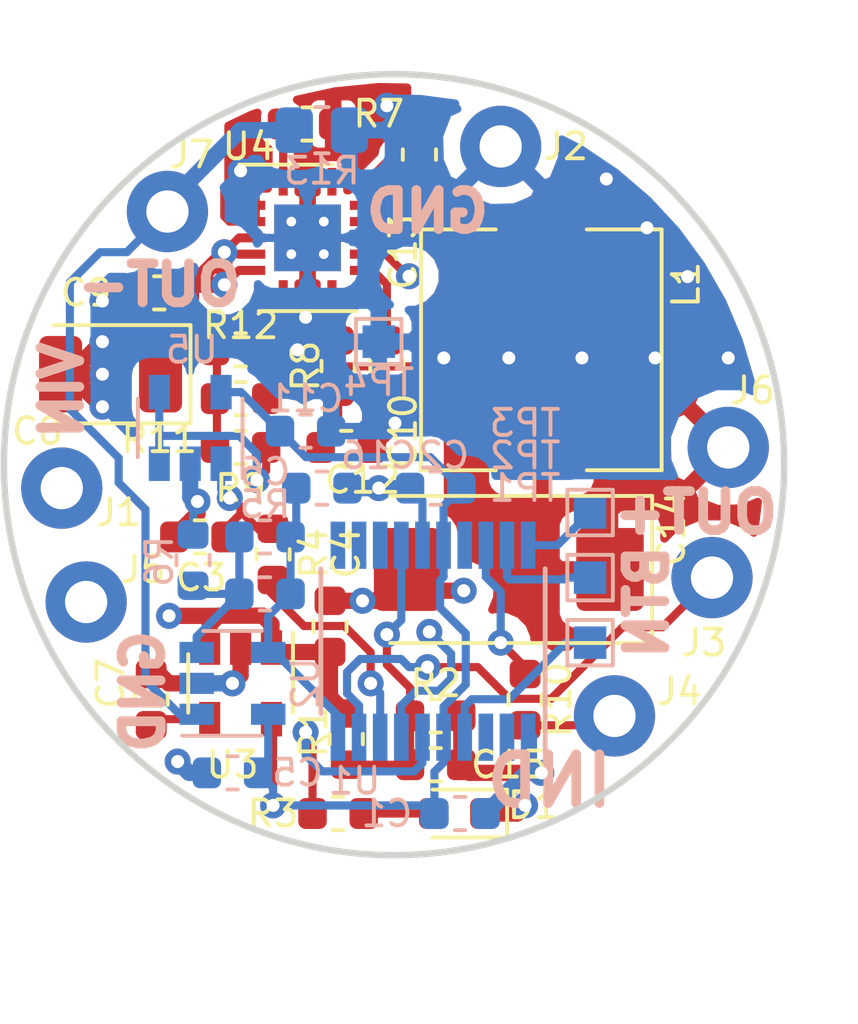
<source format=kicad_pcb>
(kicad_pcb (version 20171130) (host pcbnew 5.0.0-rc2-unknown)

  (general
    (thickness 1.6)
    (drawings 10)
    (tracks 323)
    (zones 0)
    (modules 47)
    (nets 36)
  )

  (page A4)
  (layers
    (0 F.Cu signal)
    (1 In1.Cu signal hide)
    (2 In2.Cu signal hide)
    (31 B.Cu signal)
    (32 B.Adhes user hide)
    (33 F.Adhes user hide)
    (34 B.Paste user hide)
    (35 F.Paste user hide)
    (36 B.SilkS user hide)
    (37 F.SilkS user)
    (38 B.Mask user hide)
    (39 F.Mask user hide)
    (40 Dwgs.User user)
    (41 Cmts.User user hide)
    (42 Eco1.User user hide)
    (43 Eco2.User user hide)
    (44 Edge.Cuts user)
    (45 Margin user hide)
    (46 B.CrtYd user)
    (47 F.CrtYd user hide)
    (48 B.Fab user hide)
    (49 F.Fab user hide)
  )

  (setup
    (last_trace_width 0.25)
    (trace_clearance 0.2)
    (zone_clearance 0.16)
    (zone_45_only yes)
    (trace_min 0.2)
    (segment_width 0.2)
    (edge_width 0.15)
    (via_size 0.8)
    (via_drill 0.4)
    (via_min_size 0.4)
    (via_min_drill 0.3)
    (uvia_size 0.3)
    (uvia_drill 0.1)
    (uvias_allowed no)
    (uvia_min_size 0.2)
    (uvia_min_drill 0.1)
    (pcb_text_width 0.3)
    (pcb_text_size 1.5 1.5)
    (mod_edge_width 0.15)
    (mod_text_size 0.8 0.8)
    (mod_text_width 0.12)
    (pad_size 2.49936 2.49936)
    (pad_drill 1.3)
    (pad_to_mask_clearance 0.2)
    (aux_axis_origin 0 0)
    (visible_elements FFFFFF7F)
    (pcbplotparams
      (layerselection 0x010fc_ffffffff)
      (usegerberextensions false)
      (usegerberattributes false)
      (usegerberadvancedattributes false)
      (creategerberjobfile true)
      (excludeedgelayer true)
      (linewidth 0.100000)
      (plotframeref false)
      (viasonmask false)
      (mode 1)
      (useauxorigin false)
      (hpglpennumber 1)
      (hpglpenspeed 20)
      (hpglpendiameter 15.000000)
      (psnegative false)
      (psa4output false)
      (plotreference true)
      (plotvalue true)
      (plotinvisibletext false)
      (padsonsilk false)
      (subtractmaskfromsilk false)
      (outputformat 1)
      (mirror false)
      (drillshape 0)
      (scaleselection 1)
      (outputdirectory out))
  )

  (net 0 "")
  (net 1 /SWDIO)
  (net 2 /SWCLK)
  (net 3 /ISENSE)
  (net 4 GND)
  (net 5 /SETPOINT)
  (net 6 /VIN)
  (net 7 +3V3)
  (net 8 /EN)
  (net 9 /BTN)
  (net 10 /LED_P)
  (net 11 /SW)
  (net 12 /LED1)
  (net 13 /LED2)
  (net 14 "Net-(TP1-Pad1)")
  (net 15 "Net-(C6-Pad1)")
  (net 16 "Net-(D1-Pad2)")
  (net 17 "Net-(C12-Pad2)")
  (net 18 "Net-(J4-Pad1)")
  (net 19 "Net-(C7-Pad1)")
  (net 20 "Net-(U1-Pad2)")
  (net 21 "Net-(U1-Pad3)")
  (net 22 "Net-(U1-Pad11)")
  (net 23 "Net-(U1-Pad12)")
  (net 24 "Net-(U1-Pad13)")
  (net 25 "Net-(U1-Pad17)")
  (net 26 "Net-(C10-Pad1)")
  (net 27 "Net-(C13-Pad2)")
  (net 28 "Net-(U4-Pad14)")
  (net 29 "Net-(R11-Pad2)")
  (net 30 /VBAT)
  (net 31 "Net-(R4-Pad2)")
  (net 32 "Net-(R7-Pad1)")
  (net 33 "Net-(R9-Pad2)")
  (net 34 "Net-(R8-Pad1)")
  (net 35 "Net-(C16-Pad1)")

  (net_class Default "This is the default net class."
    (clearance 0.2)
    (trace_width 0.25)
    (via_dia 0.8)
    (via_drill 0.4)
    (uvia_dia 0.3)
    (uvia_drill 0.1)
    (add_net +3V3)
    (add_net /BTN)
    (add_net /EN)
    (add_net /LED1)
    (add_net /LED2)
    (add_net /SETPOINT)
    (add_net /SWCLK)
    (add_net /SWDIO)
    (add_net /VBAT)
    (add_net "Net-(C10-Pad1)")
    (add_net "Net-(C12-Pad2)")
    (add_net "Net-(C13-Pad2)")
    (add_net "Net-(C16-Pad1)")
    (add_net "Net-(C6-Pad1)")
    (add_net "Net-(C7-Pad1)")
    (add_net "Net-(D1-Pad2)")
    (add_net "Net-(J4-Pad1)")
    (add_net "Net-(R11-Pad2)")
    (add_net "Net-(R4-Pad2)")
    (add_net "Net-(R7-Pad1)")
    (add_net "Net-(R8-Pad1)")
    (add_net "Net-(R9-Pad2)")
    (add_net "Net-(TP1-Pad1)")
    (add_net "Net-(U1-Pad11)")
    (add_net "Net-(U1-Pad12)")
    (add_net "Net-(U1-Pad13)")
    (add_net "Net-(U1-Pad17)")
    (add_net "Net-(U1-Pad2)")
    (add_net "Net-(U1-Pad3)")
    (add_net "Net-(U4-Pad14)")
  )

  (net_class Power ""
    (clearance 0.2)
    (trace_width 0.5)
    (via_dia 0.8)
    (via_drill 0.4)
    (uvia_dia 0.3)
    (uvia_drill 0.1)
    (add_net /ISENSE)
    (add_net /LED_P)
    (add_net /SW)
    (add_net /VIN)
    (add_net GND)
  )

  (module Capacitor_SMD:C_0603_1608Metric (layer B.Cu) (tedit 5B301BBE) (tstamp 5B4824D4)
    (at 133.5 84.5)
    (descr "Capacitor SMD 0603 (1608 Metric), square (rectangular) end terminal, IPC_7351 nominal, (Body size source: http://www.tortai-tech.com/upload/download/2011102023233369053.pdf), generated with kicad-footprint-generator")
    (tags capacitor)
    (path /5B4461FC)
    (attr smd)
    (fp_text reference C16 (at 1.75 -1) (layer B.SilkS)
      (effects (font (size 0.8 0.8) (thickness 0.12)) (justify mirror))
    )
    (fp_text value 100n (at 0 -1.43) (layer B.Fab)
      (effects (font (size 1 1) (thickness 0.15)) (justify mirror))
    )
    (fp_line (start -0.8 -0.4) (end -0.8 0.4) (layer B.Fab) (width 0.1))
    (fp_line (start -0.8 0.4) (end 0.8 0.4) (layer B.Fab) (width 0.1))
    (fp_line (start 0.8 0.4) (end 0.8 -0.4) (layer B.Fab) (width 0.1))
    (fp_line (start 0.8 -0.4) (end -0.8 -0.4) (layer B.Fab) (width 0.1))
    (fp_line (start -0.162779 0.51) (end 0.162779 0.51) (layer B.SilkS) (width 0.12))
    (fp_line (start -0.162779 -0.51) (end 0.162779 -0.51) (layer B.SilkS) (width 0.12))
    (fp_line (start -1.48 -0.73) (end -1.48 0.73) (layer B.CrtYd) (width 0.05))
    (fp_line (start -1.48 0.73) (end 1.48 0.73) (layer B.CrtYd) (width 0.05))
    (fp_line (start 1.48 0.73) (end 1.48 -0.73) (layer B.CrtYd) (width 0.05))
    (fp_line (start 1.48 -0.73) (end -1.48 -0.73) (layer B.CrtYd) (width 0.05))
    (fp_text user %R (at 0 0) (layer B.Fab)
      (effects (font (size 0.4 0.4) (thickness 0.06)) (justify mirror))
    )
    (pad 1 smd roundrect (at -0.7875 0) (size 0.875 0.95) (layers B.Cu B.Paste B.Mask) (roundrect_rratio 0.25)
      (net 35 "Net-(C16-Pad1)"))
    (pad 2 smd roundrect (at 0.7875 0) (size 0.875 0.95) (layers B.Cu B.Paste B.Mask) (roundrect_rratio 0.25)
      (net 4 GND))
    (model ${KISYS3DMOD}/Capacitor_SMD.3dshapes/C_0603_1608Metric.wrl
      (at (xyz 0 0 0))
      (scale (xyz 1 1 1))
      (rotate (xyz 0 0 0))
    )
  )

  (module Capacitor_SMD:C_0603_1608Metric (layer F.Cu) (tedit 5B301BBE) (tstamp 5B4815BC)
    (at 137 93)
    (descr "Capacitor SMD 0603 (1608 Metric), square (rectangular) end terminal, IPC_7351 nominal, (Body size source: http://www.tortai-tech.com/upload/download/2011102023233369053.pdf), generated with kicad-footprint-generator")
    (tags capacitor)
    (path /5B442D62)
    (attr smd)
    (fp_text reference C15 (at 2.25 0) (layer F.SilkS)
      (effects (font (size 0.8 0.8) (thickness 0.12)))
    )
    (fp_text value 100n (at 0 1.43) (layer F.Fab)
      (effects (font (size 1 1) (thickness 0.15)))
    )
    (fp_line (start -0.8 0.4) (end -0.8 -0.4) (layer F.Fab) (width 0.1))
    (fp_line (start -0.8 -0.4) (end 0.8 -0.4) (layer F.Fab) (width 0.1))
    (fp_line (start 0.8 -0.4) (end 0.8 0.4) (layer F.Fab) (width 0.1))
    (fp_line (start 0.8 0.4) (end -0.8 0.4) (layer F.Fab) (width 0.1))
    (fp_line (start -0.162779 -0.51) (end 0.162779 -0.51) (layer F.SilkS) (width 0.12))
    (fp_line (start -0.162779 0.51) (end 0.162779 0.51) (layer F.SilkS) (width 0.12))
    (fp_line (start -1.48 0.73) (end -1.48 -0.73) (layer F.CrtYd) (width 0.05))
    (fp_line (start -1.48 -0.73) (end 1.48 -0.73) (layer F.CrtYd) (width 0.05))
    (fp_line (start 1.48 -0.73) (end 1.48 0.73) (layer F.CrtYd) (width 0.05))
    (fp_line (start 1.48 0.73) (end -1.48 0.73) (layer F.CrtYd) (width 0.05))
    (fp_text user %R (at 0 0) (layer F.Fab)
      (effects (font (size 0.4 0.4) (thickness 0.06)))
    )
    (pad 1 smd roundrect (at -0.7875 0) (size 0.875 0.95) (layers F.Cu F.Paste F.Mask) (roundrect_rratio 0.25)
      (net 30 /VBAT))
    (pad 2 smd roundrect (at 0.7875 0) (size 0.875 0.95) (layers F.Cu F.Paste F.Mask) (roundrect_rratio 0.25)
      (net 4 GND))
    (model ${KISYS3DMOD}/Capacitor_SMD.3dshapes/C_0603_1608Metric.wrl
      (at (xyz 0 0 0))
      (scale (xyz 1 1 1))
      (rotate (xyz 0 0 0))
    )
  )

  (module Resistor_SMD:R_0603_1608Metric (layer F.Cu) (tedit 5B301BBD) (tstamp 5B47DBBE)
    (at 137 91.5 180)
    (descr "Resistor SMD 0603 (1608 Metric), square (rectangular) end terminal, IPC_7351 nominal, (Body size source: http://www.tortai-tech.com/upload/download/2011102023233369053.pdf), generated with kicad-footprint-generator")
    (tags resistor)
    (path /5B4257E6)
    (attr smd)
    (fp_text reference R2 (at 0 1 180) (layer F.SilkS)
      (effects (font (size 0.8 0.8) (thickness 0.12)))
    )
    (fp_text value 10k (at 0 1.43 180) (layer F.Fab)
      (effects (font (size 1 1) (thickness 0.15)))
    )
    (fp_text user %R (at 0 0 180) (layer F.Fab)
      (effects (font (size 0.4 0.4) (thickness 0.06)))
    )
    (fp_line (start 1.48 0.73) (end -1.48 0.73) (layer F.CrtYd) (width 0.05))
    (fp_line (start 1.48 -0.73) (end 1.48 0.73) (layer F.CrtYd) (width 0.05))
    (fp_line (start -1.48 -0.73) (end 1.48 -0.73) (layer F.CrtYd) (width 0.05))
    (fp_line (start -1.48 0.73) (end -1.48 -0.73) (layer F.CrtYd) (width 0.05))
    (fp_line (start -0.162779 0.51) (end 0.162779 0.51) (layer F.SilkS) (width 0.12))
    (fp_line (start -0.162779 -0.51) (end 0.162779 -0.51) (layer F.SilkS) (width 0.12))
    (fp_line (start 0.8 0.4) (end -0.8 0.4) (layer F.Fab) (width 0.1))
    (fp_line (start 0.8 -0.4) (end 0.8 0.4) (layer F.Fab) (width 0.1))
    (fp_line (start -0.8 -0.4) (end 0.8 -0.4) (layer F.Fab) (width 0.1))
    (fp_line (start -0.8 0.4) (end -0.8 -0.4) (layer F.Fab) (width 0.1))
    (pad 2 smd roundrect (at 0.7875 0 180) (size 0.875 0.95) (layers F.Cu F.Paste F.Mask) (roundrect_rratio 0.25)
      (net 30 /VBAT))
    (pad 1 smd roundrect (at -0.7875 0 180) (size 0.875 0.95) (layers F.Cu F.Paste F.Mask) (roundrect_rratio 0.25)
      (net 4 GND))
    (model ${KISYS3DMOD}/Resistor_SMD.3dshapes/R_0603_1608Metric.wrl
      (at (xyz 0 0 0))
      (scale (xyz 1 1 1))
      (rotate (xyz 0 0 0))
    )
  )

  (module Resistor_SMD:R_0603_1608Metric (layer F.Cu) (tedit 5B301BBD) (tstamp 5B47DBAD)
    (at 134.25 92.2125 90)
    (descr "Resistor SMD 0603 (1608 Metric), square (rectangular) end terminal, IPC_7351 nominal, (Body size source: http://www.tortai-tech.com/upload/download/2011102023233369053.pdf), generated with kicad-footprint-generator")
    (tags resistor)
    (path /5B425754)
    (attr smd)
    (fp_text reference R1 (at 0.2125 -1 90) (layer F.SilkS)
      (effects (font (size 0.8 0.8) (thickness 0.12)))
    )
    (fp_text value 90k (at 0 1.43 90) (layer F.Fab)
      (effects (font (size 1 1) (thickness 0.15)))
    )
    (fp_line (start -0.8 0.4) (end -0.8 -0.4) (layer F.Fab) (width 0.1))
    (fp_line (start -0.8 -0.4) (end 0.8 -0.4) (layer F.Fab) (width 0.1))
    (fp_line (start 0.8 -0.4) (end 0.8 0.4) (layer F.Fab) (width 0.1))
    (fp_line (start 0.8 0.4) (end -0.8 0.4) (layer F.Fab) (width 0.1))
    (fp_line (start -0.162779 -0.51) (end 0.162779 -0.51) (layer F.SilkS) (width 0.12))
    (fp_line (start -0.162779 0.51) (end 0.162779 0.51) (layer F.SilkS) (width 0.12))
    (fp_line (start -1.48 0.73) (end -1.48 -0.73) (layer F.CrtYd) (width 0.05))
    (fp_line (start -1.48 -0.73) (end 1.48 -0.73) (layer F.CrtYd) (width 0.05))
    (fp_line (start 1.48 -0.73) (end 1.48 0.73) (layer F.CrtYd) (width 0.05))
    (fp_line (start 1.48 0.73) (end -1.48 0.73) (layer F.CrtYd) (width 0.05))
    (fp_text user %R (at 0 0 90) (layer F.Fab)
      (effects (font (size 0.4 0.4) (thickness 0.06)))
    )
    (pad 1 smd roundrect (at -0.7875 0 90) (size 0.875 0.95) (layers F.Cu F.Paste F.Mask) (roundrect_rratio 0.25)
      (net 30 /VBAT))
    (pad 2 smd roundrect (at 0.7875 0 90) (size 0.875 0.95) (layers F.Cu F.Paste F.Mask) (roundrect_rratio 0.25)
      (net 6 /VIN))
    (model ${KISYS3DMOD}/Resistor_SMD.3dshapes/R_0603_1608Metric.wrl
      (at (xyz 0 0 0))
      (scale (xyz 1 1 1))
      (rotate (xyz 0 0 0))
    )
  )

  (module Capacitor_SMD:C_0603_1608Metric (layer F.Cu) (tedit 5B301BBE) (tstamp 5B479BCB)
    (at 133.75 88.75 90)
    (descr "Capacitor SMD 0603 (1608 Metric), square (rectangular) end terminal, IPC_7351 nominal, (Body size source: http://www.tortai-tech.com/upload/download/2011102023233369053.pdf), generated with kicad-footprint-generator")
    (tags capacitor)
    (path /5B41EEBB)
    (attr smd)
    (fp_text reference C4 (at 2.25 0.5 90) (layer F.SilkS)
      (effects (font (size 0.8 0.8) (thickness 0.12)))
    )
    (fp_text value 100n (at 0 1.43 90) (layer F.Fab)
      (effects (font (size 1 1) (thickness 0.15)))
    )
    (fp_line (start -0.8 0.4) (end -0.8 -0.4) (layer F.Fab) (width 0.1))
    (fp_line (start -0.8 -0.4) (end 0.8 -0.4) (layer F.Fab) (width 0.1))
    (fp_line (start 0.8 -0.4) (end 0.8 0.4) (layer F.Fab) (width 0.1))
    (fp_line (start 0.8 0.4) (end -0.8 0.4) (layer F.Fab) (width 0.1))
    (fp_line (start -0.162779 -0.51) (end 0.162779 -0.51) (layer F.SilkS) (width 0.12))
    (fp_line (start -0.162779 0.51) (end 0.162779 0.51) (layer F.SilkS) (width 0.12))
    (fp_line (start -1.48 0.73) (end -1.48 -0.73) (layer F.CrtYd) (width 0.05))
    (fp_line (start -1.48 -0.73) (end 1.48 -0.73) (layer F.CrtYd) (width 0.05))
    (fp_line (start 1.48 -0.73) (end 1.48 0.73) (layer F.CrtYd) (width 0.05))
    (fp_line (start 1.48 0.73) (end -1.48 0.73) (layer F.CrtYd) (width 0.05))
    (fp_text user %R (at 0 0 90) (layer F.Fab)
      (effects (font (size 0.4 0.4) (thickness 0.06)))
    )
    (pad 1 smd roundrect (at -0.7875 0 90) (size 0.875 0.95) (layers F.Cu F.Paste F.Mask) (roundrect_rratio 0.25)
      (net 6 /VIN))
    (pad 2 smd roundrect (at 0.7875 0 90) (size 0.875 0.95) (layers F.Cu F.Paste F.Mask) (roundrect_rratio 0.25)
      (net 4 GND))
    (model ${KISYS3DMOD}/Capacitor_SMD.3dshapes/C_0603_1608Metric.wrl
      (at (xyz 0 0 0))
      (scale (xyz 1 1 1))
      (rotate (xyz 0 0 0))
    )
  )

  (module Capacitor_SMD:C_0603_1608Metric (layer B.Cu) (tedit 5B301BBE) (tstamp 5B478B34)
    (at 133 82.75)
    (descr "Capacitor SMD 0603 (1608 Metric), square (rectangular) end terminal, IPC_7351 nominal, (Body size source: http://www.tortai-tech.com/upload/download/2011102023233369053.pdf), generated with kicad-footprint-generator")
    (tags capacitor)
    (path /5B41C399)
    (attr smd)
    (fp_text reference C11 (at 0 -1) (layer B.SilkS)
      (effects (font (size 0.8 0.8) (thickness 0.12)) (justify mirror))
    )
    (fp_text value 100n (at 0 -1.43) (layer B.Fab)
      (effects (font (size 1 1) (thickness 0.15)) (justify mirror))
    )
    (fp_text user %R (at 0 0) (layer B.Fab)
      (effects (font (size 0.4 0.4) (thickness 0.06)) (justify mirror))
    )
    (fp_line (start 1.48 -0.73) (end -1.48 -0.73) (layer B.CrtYd) (width 0.05))
    (fp_line (start 1.48 0.73) (end 1.48 -0.73) (layer B.CrtYd) (width 0.05))
    (fp_line (start -1.48 0.73) (end 1.48 0.73) (layer B.CrtYd) (width 0.05))
    (fp_line (start -1.48 -0.73) (end -1.48 0.73) (layer B.CrtYd) (width 0.05))
    (fp_line (start -0.162779 -0.51) (end 0.162779 -0.51) (layer B.SilkS) (width 0.12))
    (fp_line (start -0.162779 0.51) (end 0.162779 0.51) (layer B.SilkS) (width 0.12))
    (fp_line (start 0.8 -0.4) (end -0.8 -0.4) (layer B.Fab) (width 0.1))
    (fp_line (start 0.8 0.4) (end 0.8 -0.4) (layer B.Fab) (width 0.1))
    (fp_line (start -0.8 0.4) (end 0.8 0.4) (layer B.Fab) (width 0.1))
    (fp_line (start -0.8 -0.4) (end -0.8 0.4) (layer B.Fab) (width 0.1))
    (pad 2 smd roundrect (at 0.7875 0) (size 0.875 0.95) (layers B.Cu B.Paste B.Mask) (roundrect_rratio 0.25)
      (net 4 GND))
    (pad 1 smd roundrect (at -0.7875 0) (size 0.875 0.95) (layers B.Cu B.Paste B.Mask) (roundrect_rratio 0.25)
      (net 7 +3V3))
    (model ${KISYS3DMOD}/Capacitor_SMD.3dshapes/C_0603_1608Metric.wrl
      (at (xyz 0 0 0))
      (scale (xyz 1 1 1))
      (rotate (xyz 0 0 0))
    )
  )

  (module Capacitor_SMD:C_0603_1608Metric (layer B.Cu) (tedit 5B301BBE) (tstamp 5B4779BD)
    (at 131.75 86)
    (descr "Capacitor SMD 0603 (1608 Metric), square (rectangular) end terminal, IPC_7351 nominal, (Body size source: http://www.tortai-tech.com/upload/download/2011102023233369053.pdf), generated with kicad-footprint-generator")
    (tags capacitor)
    (path /5B40E092)
    (attr smd)
    (fp_text reference C6 (at 0 -2) (layer B.SilkS)
      (effects (font (size 0.8 0.8) (thickness 0.12)) (justify mirror))
    )
    (fp_text value 100n (at 0 -1.43) (layer B.Fab)
      (effects (font (size 1 1) (thickness 0.15)) (justify mirror))
    )
    (fp_line (start -0.8 -0.4) (end -0.8 0.4) (layer B.Fab) (width 0.1))
    (fp_line (start -0.8 0.4) (end 0.8 0.4) (layer B.Fab) (width 0.1))
    (fp_line (start 0.8 0.4) (end 0.8 -0.4) (layer B.Fab) (width 0.1))
    (fp_line (start 0.8 -0.4) (end -0.8 -0.4) (layer B.Fab) (width 0.1))
    (fp_line (start -0.162779 0.51) (end 0.162779 0.51) (layer B.SilkS) (width 0.12))
    (fp_line (start -0.162779 -0.51) (end 0.162779 -0.51) (layer B.SilkS) (width 0.12))
    (fp_line (start -1.48 -0.73) (end -1.48 0.73) (layer B.CrtYd) (width 0.05))
    (fp_line (start -1.48 0.73) (end 1.48 0.73) (layer B.CrtYd) (width 0.05))
    (fp_line (start 1.48 0.73) (end 1.48 -0.73) (layer B.CrtYd) (width 0.05))
    (fp_line (start 1.48 -0.73) (end -1.48 -0.73) (layer B.CrtYd) (width 0.05))
    (fp_text user %R (at 0 0) (layer B.Fab)
      (effects (font (size 0.4 0.4) (thickness 0.06)) (justify mirror))
    )
    (pad 1 smd roundrect (at -0.7875 0) (size 0.875 0.95) (layers B.Cu B.Paste B.Mask) (roundrect_rratio 0.25)
      (net 15 "Net-(C6-Pad1)"))
    (pad 2 smd roundrect (at 0.7875 0) (size 0.875 0.95) (layers B.Cu B.Paste B.Mask) (roundrect_rratio 0.25)
      (net 35 "Net-(C16-Pad1)"))
    (model ${KISYS3DMOD}/Capacitor_SMD.3dshapes/C_0603_1608Metric.wrl
      (at (xyz 0 0 0))
      (scale (xyz 1 1 1))
      (rotate (xyz 0 0 0))
    )
  )

  (module Capacitor_Tantalum_SMD:CP_EIA-7343-15_Kemet-W (layer F.Cu) (tedit 5B301BBE) (tstamp 5B475E30)
    (at 139.25 87 180)
    (descr "Tantalum Capacitor SMD Kemet-W (7343-15 Metric), IPC_7351 nominal, (Body size from: http://www.kemet.com/Lists/ProductCatalog/Attachments/253/KEM_TC101_STD.pdf), generated with kicad-footprint-generator")
    (tags "capacitor tantalum")
    (path /5B36B3CD)
    (attr smd)
    (fp_text reference C14 (at -5 1.25 270) (layer F.SilkS)
      (effects (font (size 0.8 0.8) (thickness 0.12)))
    )
    (fp_text value 47u (at 0 3.1 180) (layer F.Fab)
      (effects (font (size 1 1) (thickness 0.15)))
    )
    (fp_line (start 3.65 -2.15) (end -2.65 -2.15) (layer F.Fab) (width 0.1))
    (fp_line (start -2.65 -2.15) (end -3.65 -1.15) (layer F.Fab) (width 0.1))
    (fp_line (start -3.65 -1.15) (end -3.65 2.15) (layer F.Fab) (width 0.1))
    (fp_line (start -3.65 2.15) (end 3.65 2.15) (layer F.Fab) (width 0.1))
    (fp_line (start 3.65 2.15) (end 3.65 -2.15) (layer F.Fab) (width 0.1))
    (fp_line (start 3.65 -2.26) (end -4.41 -2.26) (layer F.SilkS) (width 0.12))
    (fp_line (start -4.41 -2.26) (end -4.41 2.26) (layer F.SilkS) (width 0.12))
    (fp_line (start -4.41 2.26) (end 3.65 2.26) (layer F.SilkS) (width 0.12))
    (fp_line (start -4.4 2.4) (end -4.4 -2.4) (layer F.CrtYd) (width 0.05))
    (fp_line (start -4.4 -2.4) (end 4.4 -2.4) (layer F.CrtYd) (width 0.05))
    (fp_line (start 4.4 -2.4) (end 4.4 2.4) (layer F.CrtYd) (width 0.05))
    (fp_line (start 4.4 2.4) (end -4.4 2.4) (layer F.CrtYd) (width 0.05))
    (fp_text user %R (at 0 0 180) (layer F.Fab)
      (effects (font (size 1 1) (thickness 0.15)))
    )
    (pad 1 smd roundrect (at -3.1125 0 180) (size 2.075 2.55) (layers F.Cu F.Paste F.Mask) (roundrect_rratio 0.120482)
      (net 10 /LED_P))
    (pad 2 smd roundrect (at 3.1125 0 180) (size 2.075 2.55) (layers F.Cu F.Paste F.Mask) (roundrect_rratio 0.120482)
      (net 4 GND))
    (model ${KISYS3DMOD}/Capacitor_Tantalum_SMD.3dshapes/CP_EIA-7343-15_Kemet-W.wrl
      (at (xyz 0 0 0))
      (scale (xyz 1 1 1))
      (rotate (xyz 0 0 0))
    )
  )

  (module Inductor_SMD:L_7.3x7.3_H4.5 (layer F.Cu) (tedit 5990349C) (tstamp 5B474DCD)
    (at 140.25 80.25 270)
    (descr "Choke, SMD, 7.3x7.3mm 4.5mm height")
    (tags "Choke SMD")
    (path /5B36ADF2)
    (attr smd)
    (fp_text reference L1 (at -2 -4.45 270) (layer F.SilkS)
      (effects (font (size 0.8 0.8) (thickness 0.12)))
    )
    (fp_text value 4.7u (at 0 4.45 270) (layer F.Fab)
      (effects (font (size 1 1) (thickness 0.15)))
    )
    (fp_text user %R (at 0 0 270) (layer F.Fab)
      (effects (font (size 1 1) (thickness 0.15)))
    )
    (fp_line (start 3.7 1.4) (end 3.7 3.7) (layer F.SilkS) (width 0.12))
    (fp_line (start 3.7 3.7) (end -3.7 3.7) (layer F.SilkS) (width 0.12))
    (fp_line (start -3.7 3.7) (end -3.7 1.4) (layer F.SilkS) (width 0.12))
    (fp_line (start -3.7 -1.4) (end -3.7 -3.7) (layer F.SilkS) (width 0.12))
    (fp_line (start -3.7 -3.7) (end 3.7 -3.7) (layer F.SilkS) (width 0.12))
    (fp_line (start 3.7 -3.7) (end 3.7 -1.4) (layer F.SilkS) (width 0.12))
    (fp_line (start -4.2 -3.9) (end -4.2 3.9) (layer F.CrtYd) (width 0.05))
    (fp_line (start -4.2 3.9) (end 4.2 3.9) (layer F.CrtYd) (width 0.05))
    (fp_line (start 4.2 3.9) (end 4.2 -3.9) (layer F.CrtYd) (width 0.05))
    (fp_line (start 4.2 -3.9) (end -4.2 -3.9) (layer F.CrtYd) (width 0.05))
    (fp_line (start 3.65 3.65) (end 3.65 1.4) (layer F.Fab) (width 0.1))
    (fp_line (start 3.65 -3.65) (end 3.65 -1.4) (layer F.Fab) (width 0.1))
    (fp_line (start -3.65 3.65) (end -3.65 1.4) (layer F.Fab) (width 0.1))
    (fp_line (start -3.65 -3.65) (end -3.65 -1.4) (layer F.Fab) (width 0.1))
    (fp_line (start 3.65 3.65) (end -3.65 3.65) (layer F.Fab) (width 0.1))
    (fp_line (start -3.65 -3.65) (end 3.65 -3.65) (layer F.Fab) (width 0.1))
    (fp_arc (start 0 0) (end 2.29 2.29) (angle 90) (layer F.Fab) (width 0.1))
    (fp_arc (start 0 0) (end -2.29 -2.29) (angle 90) (layer F.Fab) (width 0.1))
    (pad 1 smd rect (at -3.2 0 270) (size 1.5 2.2) (layers F.Cu F.Paste F.Mask)
      (net 11 /SW))
    (pad 2 smd rect (at 3.2 0 270) (size 1.5 2.2) (layers F.Cu F.Paste F.Mask)
      (net 10 /LED_P))
    (model ${KISYS3DMOD}/Inductor_SMD.3dshapes/L_7.3x7.3_H4.5.wrl
      (at (xyz 0 0 0))
      (scale (xyz 1 1 1))
      (rotate (xyz 0 0 0))
    )
  )

  (module Package_TO_SOT_SMD:SOT-23-5 (layer B.Cu) (tedit 5A02FF57) (tstamp 5B472618)
    (at 129.45 82.65 90)
    (descr "5-pin SOT23 package")
    (tags SOT-23-5)
    (path /5B3DFFA7)
    (attr smd)
    (fp_text reference U5 (at 2.4 0.05 180) (layer B.SilkS)
      (effects (font (size 0.8 0.8) (thickness 0.12)) (justify mirror))
    )
    (fp_text value LMV321 (at 0 -2.9 90) (layer B.Fab)
      (effects (font (size 1 1) (thickness 0.15)) (justify mirror))
    )
    (fp_text user %R (at 0 0) (layer B.Fab)
      (effects (font (size 0.5 0.5) (thickness 0.075)) (justify mirror))
    )
    (fp_line (start -0.9 -1.61) (end 0.9 -1.61) (layer B.SilkS) (width 0.12))
    (fp_line (start 0.9 1.61) (end -1.55 1.61) (layer B.SilkS) (width 0.12))
    (fp_line (start -1.9 1.8) (end 1.9 1.8) (layer B.CrtYd) (width 0.05))
    (fp_line (start 1.9 1.8) (end 1.9 -1.8) (layer B.CrtYd) (width 0.05))
    (fp_line (start 1.9 -1.8) (end -1.9 -1.8) (layer B.CrtYd) (width 0.05))
    (fp_line (start -1.9 -1.8) (end -1.9 1.8) (layer B.CrtYd) (width 0.05))
    (fp_line (start -0.9 0.9) (end -0.25 1.55) (layer B.Fab) (width 0.1))
    (fp_line (start 0.9 1.55) (end -0.25 1.55) (layer B.Fab) (width 0.1))
    (fp_line (start -0.9 0.9) (end -0.9 -1.55) (layer B.Fab) (width 0.1))
    (fp_line (start 0.9 -1.55) (end -0.9 -1.55) (layer B.Fab) (width 0.1))
    (fp_line (start 0.9 1.55) (end 0.9 -1.55) (layer B.Fab) (width 0.1))
    (pad 1 smd rect (at -1.1 0.95 90) (size 1.06 0.65) (layers B.Cu B.Paste B.Mask)
      (net 5 /SETPOINT))
    (pad 2 smd rect (at -1.1 0 90) (size 1.06 0.65) (layers B.Cu B.Paste B.Mask)
      (net 4 GND))
    (pad 3 smd rect (at -1.1 -0.95 90) (size 1.06 0.65) (layers B.Cu B.Paste B.Mask)
      (net 33 "Net-(R9-Pad2)"))
    (pad 4 smd rect (at 1.1 -0.95 90) (size 1.06 0.65) (layers B.Cu B.Paste B.Mask)
      (net 33 "Net-(R9-Pad2)"))
    (pad 5 smd rect (at 1.1 0.95 90) (size 1.06 0.65) (layers B.Cu B.Paste B.Mask)
      (net 7 +3V3))
    (model ${KISYS3DMOD}/Package_TO_SOT_SMD.3dshapes/SOT-23-5.wrl
      (at (xyz 0 0 0))
      (scale (xyz 1 1 1))
      (rotate (xyz 0 0 0))
    )
  )

  (module Connector_Wire:SolderWirePad_1x01_Drill1mm (layer F.Cu) (tedit 5AEE5EBE) (tstamp 5B44AC52)
    (at 126.25 88)
    (descr "Wire solder connection")
    (tags connector)
    (path /5B3D0753)
    (attr virtual)
    (fp_text reference J5 (at 1.75 -1) (layer F.SilkS)
      (effects (font (size 0.8 0.8) (thickness 0.12)))
    )
    (fp_text value Conn_01x01_Female (at 0 3.175) (layer F.Fab)
      (effects (font (size 1 1) (thickness 0.15)))
    )
    (fp_text user %R (at 0 0) (layer F.Fab)
      (effects (font (size 1 1) (thickness 0.15)))
    )
    (fp_line (start -1.75 -1.75) (end 1.75 -1.75) (layer F.CrtYd) (width 0.05))
    (fp_line (start -1.75 -1.75) (end -1.75 1.75) (layer F.CrtYd) (width 0.05))
    (fp_line (start 1.75 1.75) (end 1.75 -1.75) (layer F.CrtYd) (width 0.05))
    (fp_line (start 1.75 1.75) (end -1.75 1.75) (layer F.CrtYd) (width 0.05))
    (pad 1 thru_hole circle (at 0 0) (size 2.49936 2.49936) (drill 1.3) (layers *.Cu *.Mask)
      (net 4 GND))
  )

  (module Resistor_SMD:R_0603_1608Metric (layer B.Cu) (tedit 5B301BBD) (tstamp 5B43CE14)
    (at 131.75 87.75)
    (descr "Resistor SMD 0603 (1608 Metric), square (rectangular) end terminal, IPC_7351 nominal, (Body size source: http://www.tortai-tech.com/upload/download/2011102023233369053.pdf), generated with kicad-footprint-generator")
    (tags resistor)
    (path /5B3A8579)
    (attr smd)
    (fp_text reference R5 (at 0 -2.75 180) (layer B.SilkS)
      (effects (font (size 0.8 0.8) (thickness 0.12)) (justify mirror))
    )
    (fp_text value 1k (at 0 -1.43) (layer B.Fab)
      (effects (font (size 1 1) (thickness 0.15)) (justify mirror))
    )
    (fp_text user %R (at 0 0) (layer B.Fab)
      (effects (font (size 0.4 0.4) (thickness 0.06)) (justify mirror))
    )
    (fp_line (start 1.48 -0.73) (end -1.48 -0.73) (layer B.CrtYd) (width 0.05))
    (fp_line (start 1.48 0.73) (end 1.48 -0.73) (layer B.CrtYd) (width 0.05))
    (fp_line (start -1.48 0.73) (end 1.48 0.73) (layer B.CrtYd) (width 0.05))
    (fp_line (start -1.48 -0.73) (end -1.48 0.73) (layer B.CrtYd) (width 0.05))
    (fp_line (start -0.162779 -0.51) (end 0.162779 -0.51) (layer B.SilkS) (width 0.12))
    (fp_line (start -0.162779 0.51) (end 0.162779 0.51) (layer B.SilkS) (width 0.12))
    (fp_line (start 0.8 -0.4) (end -0.8 -0.4) (layer B.Fab) (width 0.1))
    (fp_line (start 0.8 0.4) (end 0.8 -0.4) (layer B.Fab) (width 0.1))
    (fp_line (start -0.8 0.4) (end 0.8 0.4) (layer B.Fab) (width 0.1))
    (fp_line (start -0.8 -0.4) (end -0.8 0.4) (layer B.Fab) (width 0.1))
    (pad 2 smd roundrect (at 0.7875 0) (size 0.875 0.95) (layers B.Cu B.Paste B.Mask) (roundrect_rratio 0.25)
      (net 35 "Net-(C16-Pad1)"))
    (pad 1 smd roundrect (at -0.7875 0) (size 0.875 0.95) (layers B.Cu B.Paste B.Mask) (roundrect_rratio 0.25)
      (net 15 "Net-(C6-Pad1)"))
    (model ${KISYS3DMOD}/Resistor_SMD.3dshapes/R_0603_1608Metric.wrl
      (at (xyz 0 0 0))
      (scale (xyz 1 1 1))
      (rotate (xyz 0 0 0))
    )
  )

  (module Capacitor_Tantalum_SMD:CP_EIA-3528-12_Kemet-T (layer F.Cu) (tedit 5B342532) (tstamp 5B44D030)
    (at 127 81 180)
    (descr "Tantalum Capacitor SMD Kemet-T (3528-12 Metric), IPC_7351 nominal, (Body size from: http://www.kemet.com/Lists/ProductCatalog/Attachments/253/KEM_TC101_STD.pdf), generated with kicad-footprint-generator")
    (tags "capacitor tantalum")
    (path /5B3706D2)
    (attr smd)
    (fp_text reference C8 (at 2.25 -1.75 180) (layer F.SilkS)
      (effects (font (size 0.8 0.8) (thickness 0.12)))
    )
    (fp_text value 10u (at 0 2.35 180) (layer F.Fab)
      (effects (font (size 1 1) (thickness 0.15)))
    )
    (fp_line (start 1.75 -1.4) (end -1.05 -1.4) (layer F.Fab) (width 0.1))
    (fp_line (start -1.05 -1.4) (end -1.75 -0.7) (layer F.Fab) (width 0.1))
    (fp_line (start -1.75 -0.7) (end -1.75 1.4) (layer F.Fab) (width 0.1))
    (fp_line (start -1.75 1.4) (end 1.75 1.4) (layer F.Fab) (width 0.1))
    (fp_line (start 1.75 1.4) (end 1.75 -1.4) (layer F.Fab) (width 0.1))
    (fp_line (start 1.75 -1.51) (end -2.46 -1.51) (layer F.SilkS) (width 0.12))
    (fp_line (start -2.46 -1.51) (end -2.46 1.51) (layer F.SilkS) (width 0.12))
    (fp_line (start -2.46 1.51) (end 1.75 1.51) (layer F.SilkS) (width 0.12))
    (fp_line (start -2.45 1.65) (end -2.45 -1.65) (layer F.CrtYd) (width 0.05))
    (fp_line (start -2.45 -1.65) (end 2.45 -1.65) (layer F.CrtYd) (width 0.05))
    (fp_line (start 2.45 -1.65) (end 2.45 1.65) (layer F.CrtYd) (width 0.05))
    (fp_line (start 2.45 1.65) (end -2.45 1.65) (layer F.CrtYd) (width 0.05))
    (fp_text user %R (at 0 0 180) (layer F.Fab)
      (effects (font (size 0.88 0.88) (thickness 0.13)))
    )
    (pad 1 smd roundrect (at -1.5375 0 180) (size 1.325 2.35) (layers F.Cu F.Paste F.Mask) (roundrect_rratio 0.188679)
      (net 6 /VIN))
    (pad 2 smd roundrect (at 1.5375 0 180) (size 1.325 2.35) (layers F.Cu F.Paste F.Mask) (roundrect_rratio 0.188679)
      (net 4 GND))
    (model ${KISYS3DMOD}/Capacitor_Tantalum_SMD.3dshapes/CP_EIA-3528-12_Kemet-T.wrl
      (at (xyz 0 0 0))
      (scale (xyz 1 1 1))
      (rotate (xyz 0 0 0))
    )
  )

  (module Connector_Wire:SolderWirePad_1x01_Drill1mm (layer F.Cu) (tedit 5AEE5EBE) (tstamp 5B44AC5C)
    (at 142.5 91.5)
    (descr "Wire solder connection")
    (tags connector)
    (path /5B3CEA94)
    (attr virtual)
    (fp_text reference J4 (at 2 -0.75) (layer F.SilkS)
      (effects (font (size 0.8 0.8) (thickness 0.12)))
    )
    (fp_text value Conn_01x01_Female (at 0 3.175) (layer F.Fab)
      (effects (font (size 1 1) (thickness 0.15)))
    )
    (fp_line (start 1.75 1.75) (end -1.75 1.75) (layer F.CrtYd) (width 0.05))
    (fp_line (start 1.75 1.75) (end 1.75 -1.75) (layer F.CrtYd) (width 0.05))
    (fp_line (start -1.75 -1.75) (end -1.75 1.75) (layer F.CrtYd) (width 0.05))
    (fp_line (start -1.75 -1.75) (end 1.75 -1.75) (layer F.CrtYd) (width 0.05))
    (fp_text user %R (at 0 0) (layer F.Fab)
      (effects (font (size 1 1) (thickness 0.15)))
    )
    (pad 1 thru_hole circle (at 0 0) (size 2.49936 2.49936) (drill 1.3) (layers *.Cu *.Mask)
      (net 18 "Net-(J4-Pad1)"))
  )

  (module Resistor_SMD:R_0603_1608Metric (layer F.Cu) (tedit 5B301BBD) (tstamp 5B44AA18)
    (at 139.75 91 90)
    (descr "Resistor SMD 0603 (1608 Metric), square (rectangular) end terminal, IPC_7351 nominal, (Body size source: http://www.tortai-tech.com/upload/download/2011102023233369053.pdf), generated with kicad-footprint-generator")
    (tags resistor)
    (path /5B3CCDCF)
    (attr smd)
    (fp_text reference R10 (at 0 1 90) (layer F.SilkS)
      (effects (font (size 0.8 0.8) (thickness 0.12)))
    )
    (fp_text value 1k (at 0 1.43 90) (layer F.Fab)
      (effects (font (size 1 1) (thickness 0.15)))
    )
    (fp_line (start -0.8 0.4) (end -0.8 -0.4) (layer F.Fab) (width 0.1))
    (fp_line (start -0.8 -0.4) (end 0.8 -0.4) (layer F.Fab) (width 0.1))
    (fp_line (start 0.8 -0.4) (end 0.8 0.4) (layer F.Fab) (width 0.1))
    (fp_line (start 0.8 0.4) (end -0.8 0.4) (layer F.Fab) (width 0.1))
    (fp_line (start -0.162779 -0.51) (end 0.162779 -0.51) (layer F.SilkS) (width 0.12))
    (fp_line (start -0.162779 0.51) (end 0.162779 0.51) (layer F.SilkS) (width 0.12))
    (fp_line (start -1.48 0.73) (end -1.48 -0.73) (layer F.CrtYd) (width 0.05))
    (fp_line (start -1.48 -0.73) (end 1.48 -0.73) (layer F.CrtYd) (width 0.05))
    (fp_line (start 1.48 -0.73) (end 1.48 0.73) (layer F.CrtYd) (width 0.05))
    (fp_line (start 1.48 0.73) (end -1.48 0.73) (layer F.CrtYd) (width 0.05))
    (fp_text user %R (at 0 0 90) (layer F.Fab)
      (effects (font (size 0.4 0.4) (thickness 0.06)))
    )
    (pad 1 smd roundrect (at -0.7875 0 90) (size 0.875 0.95) (layers F.Cu F.Paste F.Mask) (roundrect_rratio 0.25)
      (net 18 "Net-(J4-Pad1)"))
    (pad 2 smd roundrect (at 0.7875 0 90) (size 0.875 0.95) (layers F.Cu F.Paste F.Mask) (roundrect_rratio 0.25)
      (net 13 /LED2))
    (model ${KISYS3DMOD}/Resistor_SMD.3dshapes/R_0603_1608Metric.wrl
      (at (xyz 0 0 0))
      (scale (xyz 1 1 1))
      (rotate (xyz 0 0 0))
    )
  )

  (module Resistor_SMD:R_0805_2012Metric (layer B.Cu) (tedit 5B301BBD) (tstamp 5B446DF0)
    (at 133.5 73.5)
    (descr "Resistor SMD 0805 (2012 Metric), square (rectangular) end terminal, IPC_7351 nominal, (Body size source: http://www.tortai-tech.com/upload/download/2011102023233369053.pdf), generated with kicad-footprint-generator")
    (tags resistor)
    (path /5B37AE90)
    (attr smd)
    (fp_text reference R13 (at 0 1.25) (layer B.SilkS)
      (effects (font (size 0.8 0.8) (thickness 0.12)) (justify mirror))
    )
    (fp_text value 0.01 (at 0 -1.65) (layer B.Fab)
      (effects (font (size 1 1) (thickness 0.15)) (justify mirror))
    )
    (fp_line (start -1 -0.6) (end -1 0.6) (layer B.Fab) (width 0.1))
    (fp_line (start -1 0.6) (end 1 0.6) (layer B.Fab) (width 0.1))
    (fp_line (start 1 0.6) (end 1 -0.6) (layer B.Fab) (width 0.1))
    (fp_line (start 1 -0.6) (end -1 -0.6) (layer B.Fab) (width 0.1))
    (fp_line (start -0.207983 0.71) (end 0.207983 0.71) (layer B.SilkS) (width 0.12))
    (fp_line (start -0.207983 -0.71) (end 0.207983 -0.71) (layer B.SilkS) (width 0.12))
    (fp_line (start -1.68 -0.95) (end -1.68 0.95) (layer B.CrtYd) (width 0.05))
    (fp_line (start -1.68 0.95) (end 1.68 0.95) (layer B.CrtYd) (width 0.05))
    (fp_line (start 1.68 0.95) (end 1.68 -0.95) (layer B.CrtYd) (width 0.05))
    (fp_line (start 1.68 -0.95) (end -1.68 -0.95) (layer B.CrtYd) (width 0.05))
    (fp_text user %R (at 0 0) (layer B.Fab)
      (effects (font (size 0.5 0.5) (thickness 0.08)) (justify mirror))
    )
    (pad 1 smd roundrect (at -0.85 0) (size 1.15 1.4) (layers B.Cu B.Paste B.Mask) (roundrect_rratio 0.217391)
      (net 3 /ISENSE))
    (pad 2 smd roundrect (at 0.85 0) (size 1.15 1.4) (layers B.Cu B.Paste B.Mask) (roundrect_rratio 0.217391)
      (net 4 GND))
    (model ${KISYS3DMOD}/Resistor_SMD.3dshapes/R_0805_2012Metric.wrl
      (at (xyz 0 0 0))
      (scale (xyz 1 1 1))
      (rotate (xyz 0 0 0))
    )
  )

  (module TestPoint:TestPoint_Pad_1.0x1.0mm (layer B.Cu) (tedit 5A0F774F) (tstamp 5B446035)
    (at 135.25 80)
    (descr "SMD rectangular pad as test Point, square 1.0mm side length")
    (tags "test point SMD pad rectangle square")
    (path /5B3C84C4)
    (attr virtual)
    (fp_text reference TP4 (at 0 1.25 180) (layer B.SilkS)
      (effects (font (size 0.8 0.8) (thickness 0.12)) (justify mirror))
    )
    (fp_text value Test_Point (at 0 -1.55) (layer B.Fab)
      (effects (font (size 1 1) (thickness 0.15)) (justify mirror))
    )
    (fp_text user %R (at 0 1.45) (layer B.Fab)
      (effects (font (size 1 1) (thickness 0.15)) (justify mirror))
    )
    (fp_line (start -0.7 0.7) (end 0.7 0.7) (layer B.SilkS) (width 0.12))
    (fp_line (start 0.7 0.7) (end 0.7 -0.7) (layer B.SilkS) (width 0.12))
    (fp_line (start 0.7 -0.7) (end -0.7 -0.7) (layer B.SilkS) (width 0.12))
    (fp_line (start -0.7 -0.7) (end -0.7 0.7) (layer B.SilkS) (width 0.12))
    (fp_line (start -1 1) (end 1 1) (layer B.CrtYd) (width 0.05))
    (fp_line (start -1 1) (end -1 -1) (layer B.CrtYd) (width 0.05))
    (fp_line (start 1 -1) (end 1 1) (layer B.CrtYd) (width 0.05))
    (fp_line (start 1 -1) (end -1 -1) (layer B.CrtYd) (width 0.05))
    (pad 1 smd rect (at 0 0) (size 1 1) (layers B.Cu B.Mask)
      (net 4 GND))
  )

  (module Connector_Wire:SolderWirePad_1x01_Drill1mm (layer F.Cu) (tedit 5AEE5EBE) (tstamp 5B4453CD)
    (at 125.5 84.5)
    (descr "Wire solder connection")
    (tags connector)
    (path /5B3BF396)
    (attr virtual)
    (fp_text reference J1 (at 1.75 0.75) (layer F.SilkS)
      (effects (font (size 0.8 0.8) (thickness 0.12)))
    )
    (fp_text value Conn_01x01_Female (at 0 3.175) (layer F.Fab)
      (effects (font (size 1 1) (thickness 0.15)))
    )
    (fp_line (start 1.75 1.75) (end -1.75 1.75) (layer F.CrtYd) (width 0.05))
    (fp_line (start 1.75 1.75) (end 1.75 -1.75) (layer F.CrtYd) (width 0.05))
    (fp_line (start -1.75 -1.75) (end -1.75 1.75) (layer F.CrtYd) (width 0.05))
    (fp_line (start -1.75 -1.75) (end 1.75 -1.75) (layer F.CrtYd) (width 0.05))
    (fp_text user %R (at 0 0) (layer F.Fab)
      (effects (font (size 1 1) (thickness 0.15)))
    )
    (pad 1 thru_hole circle (at 0 0) (size 2.49936 2.49936) (drill 1.3) (layers *.Cu *.Mask)
      (net 6 /VIN))
  )

  (module Connector_Wire:SolderWirePad_1x01_Drill1mm (layer F.Cu) (tedit 5B37A728) (tstamp 5B4453C3)
    (at 139 74)
    (descr "Wire solder connection")
    (tags connector)
    (path /5B3BF6C2)
    (attr virtual)
    (fp_text reference J2 (at 2 0) (layer F.SilkS)
      (effects (font (size 0.8 0.8) (thickness 0.12)))
    )
    (fp_text value Conn_01x01_Female (at 0 3.175) (layer F.Fab)
      (effects (font (size 1 1) (thickness 0.15)))
    )
    (fp_text user %R (at 0 0) (layer F.Fab)
      (effects (font (size 1 1) (thickness 0.15)))
    )
    (fp_line (start -1.75 -1.75) (end 1.75 -1.75) (layer F.CrtYd) (width 0.05))
    (fp_line (start -1.75 -1.75) (end -1.75 1.75) (layer F.CrtYd) (width 0.05))
    (fp_line (start 1.75 1.75) (end 1.75 -1.75) (layer F.CrtYd) (width 0.05))
    (fp_line (start 1.75 1.75) (end -1.75 1.75) (layer F.CrtYd) (width 0.05))
    (pad 1 thru_hole circle (at 0 0) (size 2.49936 2.49936) (drill 1.3) (layers *.Cu *.Mask)
      (net 4 GND))
  )

  (module Connector_Wire:SolderWirePad_1x01_Drill1mm (layer F.Cu) (tedit 5AEE5EBE) (tstamp 5B4453B9)
    (at 146 83.25)
    (descr "Wire solder connection")
    (tags connector)
    (path /5B3C2C64)
    (attr virtual)
    (fp_text reference J6 (at 0.75 -1.75) (layer F.SilkS)
      (effects (font (size 0.8 0.8) (thickness 0.12)))
    )
    (fp_text value Conn_01x01_Female (at 0 3.175) (layer F.Fab)
      (effects (font (size 1 1) (thickness 0.15)))
    )
    (fp_line (start 1.75 1.75) (end -1.75 1.75) (layer F.CrtYd) (width 0.05))
    (fp_line (start 1.75 1.75) (end 1.75 -1.75) (layer F.CrtYd) (width 0.05))
    (fp_line (start -1.75 -1.75) (end -1.75 1.75) (layer F.CrtYd) (width 0.05))
    (fp_line (start -1.75 -1.75) (end 1.75 -1.75) (layer F.CrtYd) (width 0.05))
    (fp_text user %R (at 0 0) (layer F.Fab)
      (effects (font (size 1 1) (thickness 0.15)))
    )
    (pad 1 thru_hole circle (at 0 0) (size 2.49936 2.49936) (drill 1.3) (layers *.Cu *.Mask)
      (net 10 /LED_P))
  )

  (module Connector_Wire:SolderWirePad_1x01_Drill1mm (layer F.Cu) (tedit 5AEE5EBE) (tstamp 5B4453AF)
    (at 128.75 76)
    (descr "Wire solder connection")
    (tags connector)
    (path /5B3C4B5B)
    (attr virtual)
    (fp_text reference J7 (at 0.75 -1.75) (layer F.SilkS)
      (effects (font (size 0.8 0.8) (thickness 0.12)))
    )
    (fp_text value Conn_01x01_Female (at 0 3.175) (layer F.Fab)
      (effects (font (size 1 1) (thickness 0.15)))
    )
    (fp_text user %R (at 0 0) (layer F.Fab)
      (effects (font (size 1 1) (thickness 0.15)))
    )
    (fp_line (start -1.75 -1.75) (end 1.75 -1.75) (layer F.CrtYd) (width 0.05))
    (fp_line (start -1.75 -1.75) (end -1.75 1.75) (layer F.CrtYd) (width 0.05))
    (fp_line (start 1.75 1.75) (end 1.75 -1.75) (layer F.CrtYd) (width 0.05))
    (fp_line (start 1.75 1.75) (end -1.75 1.75) (layer F.CrtYd) (width 0.05))
    (pad 1 thru_hole circle (at 0 0) (size 2.49936 2.49936) (drill 1.3) (layers *.Cu *.Mask)
      (net 3 /ISENSE))
  )

  (module Capacitor_SMD:C_0603_1608Metric (layer B.Cu) (tedit 5B301BBE) (tstamp 5B444BCC)
    (at 130.75 93.25 180)
    (descr "Capacitor SMD 0603 (1608 Metric), square (rectangular) end terminal, IPC_7351 nominal, (Body size source: http://www.tortai-tech.com/upload/download/2011102023233369053.pdf), generated with kicad-footprint-generator")
    (tags capacitor)
    (path /5B3B4DAC)
    (attr smd)
    (fp_text reference C5 (at -2 0 180) (layer B.SilkS)
      (effects (font (size 0.8 0.8) (thickness 0.12)) (justify mirror))
    )
    (fp_text value 100n (at 0 -1.43 180) (layer B.Fab)
      (effects (font (size 1 1) (thickness 0.15)) (justify mirror))
    )
    (fp_line (start -0.8 -0.4) (end -0.8 0.4) (layer B.Fab) (width 0.1))
    (fp_line (start -0.8 0.4) (end 0.8 0.4) (layer B.Fab) (width 0.1))
    (fp_line (start 0.8 0.4) (end 0.8 -0.4) (layer B.Fab) (width 0.1))
    (fp_line (start 0.8 -0.4) (end -0.8 -0.4) (layer B.Fab) (width 0.1))
    (fp_line (start -0.162779 0.51) (end 0.162779 0.51) (layer B.SilkS) (width 0.12))
    (fp_line (start -0.162779 -0.51) (end 0.162779 -0.51) (layer B.SilkS) (width 0.12))
    (fp_line (start -1.48 -0.73) (end -1.48 0.73) (layer B.CrtYd) (width 0.05))
    (fp_line (start -1.48 0.73) (end 1.48 0.73) (layer B.CrtYd) (width 0.05))
    (fp_line (start 1.48 0.73) (end 1.48 -0.73) (layer B.CrtYd) (width 0.05))
    (fp_line (start 1.48 -0.73) (end -1.48 -0.73) (layer B.CrtYd) (width 0.05))
    (fp_text user %R (at 0 0 180) (layer B.Fab)
      (effects (font (size 0.4 0.4) (thickness 0.06)) (justify mirror))
    )
    (pad 1 smd roundrect (at -0.7875 0 180) (size 0.875 0.95) (layers B.Cu B.Paste B.Mask) (roundrect_rratio 0.25)
      (net 7 +3V3))
    (pad 2 smd roundrect (at 0.7875 0 180) (size 0.875 0.95) (layers B.Cu B.Paste B.Mask) (roundrect_rratio 0.25)
      (net 4 GND))
    (model ${KISYS3DMOD}/Capacitor_SMD.3dshapes/C_0603_1608Metric.wrl
      (at (xyz 0 0 0))
      (scale (xyz 1 1 1))
      (rotate (xyz 0 0 0))
    )
  )

  (module Connector_Wire:SolderWirePad_1x01_Drill1mm (layer F.Cu) (tedit 5AEE5EBE) (tstamp 5B444A73)
    (at 145.5 87.25)
    (descr "Wire solder connection")
    (tags connector)
    (path /5B3AFF8D)
    (attr virtual)
    (fp_text reference J3 (at -0.25 2) (layer F.SilkS)
      (effects (font (size 0.8 0.8) (thickness 0.12)))
    )
    (fp_text value Conn_01x01_Female (at 0 3.175) (layer F.Fab)
      (effects (font (size 1 1) (thickness 0.15)))
    )
    (fp_text user %R (at 0 0) (layer F.Fab)
      (effects (font (size 1 1) (thickness 0.15)))
    )
    (fp_line (start -1.75 -1.75) (end 1.75 -1.75) (layer F.CrtYd) (width 0.05))
    (fp_line (start -1.75 -1.75) (end -1.75 1.75) (layer F.CrtYd) (width 0.05))
    (fp_line (start 1.75 1.75) (end 1.75 -1.75) (layer F.CrtYd) (width 0.05))
    (fp_line (start 1.75 1.75) (end -1.75 1.75) (layer F.CrtYd) (width 0.05))
    (pad 1 thru_hole circle (at 0 0) (size 2.49936 2.49936) (drill 1.3) (layers *.Cu *.Mask)
      (net 9 /BTN))
  )

  (module Package_TO_SOT_SMD:SOT-23-5 (layer B.Cu) (tedit 5A02FF57) (tstamp 5B43CF09)
    (at 130.75 90.5)
    (descr "5-pin SOT23 package")
    (tags SOT-23-5)
    (path /5B3A6F0E)
    (attr smd)
    (fp_text reference U2 (at 2.25 0 90) (layer B.SilkS)
      (effects (font (size 0.8 0.8) (thickness 0.12)) (justify mirror))
    )
    (fp_text value LMV321 (at 0 -2.9) (layer B.Fab)
      (effects (font (size 1 1) (thickness 0.15)) (justify mirror))
    )
    (fp_text user %R (at 0 0 -90) (layer B.Fab)
      (effects (font (size 0.5 0.5) (thickness 0.075)) (justify mirror))
    )
    (fp_line (start -0.9 -1.61) (end 0.9 -1.61) (layer B.SilkS) (width 0.12))
    (fp_line (start 0.9 1.61) (end -1.55 1.61) (layer B.SilkS) (width 0.12))
    (fp_line (start -1.9 1.8) (end 1.9 1.8) (layer B.CrtYd) (width 0.05))
    (fp_line (start 1.9 1.8) (end 1.9 -1.8) (layer B.CrtYd) (width 0.05))
    (fp_line (start 1.9 -1.8) (end -1.9 -1.8) (layer B.CrtYd) (width 0.05))
    (fp_line (start -1.9 -1.8) (end -1.9 1.8) (layer B.CrtYd) (width 0.05))
    (fp_line (start -0.9 0.9) (end -0.25 1.55) (layer B.Fab) (width 0.1))
    (fp_line (start 0.9 1.55) (end -0.25 1.55) (layer B.Fab) (width 0.1))
    (fp_line (start -0.9 0.9) (end -0.9 -1.55) (layer B.Fab) (width 0.1))
    (fp_line (start 0.9 -1.55) (end -0.9 -1.55) (layer B.Fab) (width 0.1))
    (fp_line (start 0.9 1.55) (end 0.9 -1.55) (layer B.Fab) (width 0.1))
    (pad 1 smd rect (at -1.1 0.95) (size 1.06 0.65) (layers B.Cu B.Paste B.Mask)
      (net 3 /ISENSE))
    (pad 2 smd rect (at -1.1 0) (size 1.06 0.65) (layers B.Cu B.Paste B.Mask)
      (net 4 GND))
    (pad 3 smd rect (at -1.1 -0.95) (size 1.06 0.65) (layers B.Cu B.Paste B.Mask)
      (net 15 "Net-(C6-Pad1)"))
    (pad 4 smd rect (at 1.1 -0.95) (size 1.06 0.65) (layers B.Cu B.Paste B.Mask)
      (net 35 "Net-(C16-Pad1)"))
    (pad 5 smd rect (at 1.1 0.95) (size 1.06 0.65) (layers B.Cu B.Paste B.Mask)
      (net 7 +3V3))
    (model ${KISYS3DMOD}/Package_TO_SOT_SMD.3dshapes/SOT-23-5.wrl
      (at (xyz 0 0 0))
      (scale (xyz 1 1 1))
      (rotate (xyz 0 0 0))
    )
  )

  (module Resistor_SMD:R_0603_1608Metric (layer B.Cu) (tedit 5B301BBD) (tstamp 5B43CE03)
    (at 129.5375 86.7125 270)
    (descr "Resistor SMD 0603 (1608 Metric), square (rectangular) end terminal, IPC_7351 nominal, (Body size source: http://www.tortai-tech.com/upload/download/2011102023233369053.pdf), generated with kicad-footprint-generator")
    (tags resistor)
    (path /5B3A8635)
    (attr smd)
    (fp_text reference R6 (at 0.0375 1.0375 270) (layer B.SilkS)
      (effects (font (size 0.8 0.8) (thickness 0.12)) (justify mirror))
    )
    (fp_text value 1k (at 0 -1.43 270) (layer B.Fab)
      (effects (font (size 1 1) (thickness 0.15)) (justify mirror))
    )
    (fp_line (start -0.8 -0.4) (end -0.8 0.4) (layer B.Fab) (width 0.1))
    (fp_line (start -0.8 0.4) (end 0.8 0.4) (layer B.Fab) (width 0.1))
    (fp_line (start 0.8 0.4) (end 0.8 -0.4) (layer B.Fab) (width 0.1))
    (fp_line (start 0.8 -0.4) (end -0.8 -0.4) (layer B.Fab) (width 0.1))
    (fp_line (start -0.162779 0.51) (end 0.162779 0.51) (layer B.SilkS) (width 0.12))
    (fp_line (start -0.162779 -0.51) (end 0.162779 -0.51) (layer B.SilkS) (width 0.12))
    (fp_line (start -1.48 -0.73) (end -1.48 0.73) (layer B.CrtYd) (width 0.05))
    (fp_line (start -1.48 0.73) (end 1.48 0.73) (layer B.CrtYd) (width 0.05))
    (fp_line (start 1.48 0.73) (end 1.48 -0.73) (layer B.CrtYd) (width 0.05))
    (fp_line (start 1.48 -0.73) (end -1.48 -0.73) (layer B.CrtYd) (width 0.05))
    (fp_text user %R (at 0 0 270) (layer B.Fab)
      (effects (font (size 0.4 0.4) (thickness 0.06)) (justify mirror))
    )
    (pad 1 smd roundrect (at -0.7875 0 270) (size 0.875 0.95) (layers B.Cu B.Paste B.Mask) (roundrect_rratio 0.25)
      (net 4 GND))
    (pad 2 smd roundrect (at 0.7875 0 270) (size 0.875 0.95) (layers B.Cu B.Paste B.Mask) (roundrect_rratio 0.25)
      (net 15 "Net-(C6-Pad1)"))
    (model ${KISYS3DMOD}/Resistor_SMD.3dshapes/R_0603_1608Metric.wrl
      (at (xyz 0 0 0))
      (scale (xyz 1 1 1))
      (rotate (xyz 0 0 0))
    )
  )

  (module Capacitor_SMD:C_0603_1608Metric (layer B.Cu) (tedit 5B301BBE) (tstamp 5B47E8A9)
    (at 137.75 94.5)
    (descr "Capacitor SMD 0603 (1608 Metric), square (rectangular) end terminal, IPC_7351 nominal, (Body size source: http://www.tortai-tech.com/upload/download/2011102023233369053.pdf), generated with kicad-footprint-generator")
    (tags capacitor)
    (path /5B39C251)
    (attr smd)
    (fp_text reference C1 (at -2.25 0) (layer B.SilkS)
      (effects (font (size 0.8 0.8) (thickness 0.12)) (justify mirror))
    )
    (fp_text value 100n (at 0 -1.43) (layer B.Fab)
      (effects (font (size 1 1) (thickness 0.15)) (justify mirror))
    )
    (fp_text user %R (at 0 0) (layer B.Fab)
      (effects (font (size 0.4 0.4) (thickness 0.06)) (justify mirror))
    )
    (fp_line (start 1.48 -0.73) (end -1.48 -0.73) (layer B.CrtYd) (width 0.05))
    (fp_line (start 1.48 0.73) (end 1.48 -0.73) (layer B.CrtYd) (width 0.05))
    (fp_line (start -1.48 0.73) (end 1.48 0.73) (layer B.CrtYd) (width 0.05))
    (fp_line (start -1.48 -0.73) (end -1.48 0.73) (layer B.CrtYd) (width 0.05))
    (fp_line (start -0.162779 -0.51) (end 0.162779 -0.51) (layer B.SilkS) (width 0.12))
    (fp_line (start -0.162779 0.51) (end 0.162779 0.51) (layer B.SilkS) (width 0.12))
    (fp_line (start 0.8 -0.4) (end -0.8 -0.4) (layer B.Fab) (width 0.1))
    (fp_line (start 0.8 0.4) (end 0.8 -0.4) (layer B.Fab) (width 0.1))
    (fp_line (start -0.8 0.4) (end 0.8 0.4) (layer B.Fab) (width 0.1))
    (fp_line (start -0.8 -0.4) (end -0.8 0.4) (layer B.Fab) (width 0.1))
    (pad 2 smd roundrect (at 0.7875 0) (size 0.875 0.95) (layers B.Cu B.Paste B.Mask) (roundrect_rratio 0.25)
      (net 4 GND))
    (pad 1 smd roundrect (at -0.7875 0) (size 0.875 0.95) (layers B.Cu B.Paste B.Mask) (roundrect_rratio 0.25)
      (net 7 +3V3))
    (model ${KISYS3DMOD}/Capacitor_SMD.3dshapes/C_0603_1608Metric.wrl
      (at (xyz 0 0 0))
      (scale (xyz 1 1 1))
      (rotate (xyz 0 0 0))
    )
  )

  (module Capacitor_SMD:C_0603_1608Metric (layer B.Cu) (tedit 5B301BBE) (tstamp 5B435D17)
    (at 137 84.5 180)
    (descr "Capacitor SMD 0603 (1608 Metric), square (rectangular) end terminal, IPC_7351 nominal, (Body size source: http://www.tortai-tech.com/upload/download/2011102023233369053.pdf), generated with kicad-footprint-generator")
    (tags capacitor)
    (path /5B39C3C0)
    (attr smd)
    (fp_text reference C2 (at -0.25 1 180) (layer B.SilkS)
      (effects (font (size 0.8 0.8) (thickness 0.12)) (justify mirror))
    )
    (fp_text value 100n (at 0 -1.43 180) (layer B.Fab)
      (effects (font (size 1 1) (thickness 0.15)) (justify mirror))
    )
    (fp_line (start -0.8 -0.4) (end -0.8 0.4) (layer B.Fab) (width 0.1))
    (fp_line (start -0.8 0.4) (end 0.8 0.4) (layer B.Fab) (width 0.1))
    (fp_line (start 0.8 0.4) (end 0.8 -0.4) (layer B.Fab) (width 0.1))
    (fp_line (start 0.8 -0.4) (end -0.8 -0.4) (layer B.Fab) (width 0.1))
    (fp_line (start -0.162779 0.51) (end 0.162779 0.51) (layer B.SilkS) (width 0.12))
    (fp_line (start -0.162779 -0.51) (end 0.162779 -0.51) (layer B.SilkS) (width 0.12))
    (fp_line (start -1.48 -0.73) (end -1.48 0.73) (layer B.CrtYd) (width 0.05))
    (fp_line (start -1.48 0.73) (end 1.48 0.73) (layer B.CrtYd) (width 0.05))
    (fp_line (start 1.48 0.73) (end 1.48 -0.73) (layer B.CrtYd) (width 0.05))
    (fp_line (start 1.48 -0.73) (end -1.48 -0.73) (layer B.CrtYd) (width 0.05))
    (fp_text user %R (at 0 0 180) (layer B.Fab)
      (effects (font (size 0.4 0.4) (thickness 0.06)) (justify mirror))
    )
    (pad 1 smd roundrect (at -0.7875 0 180) (size 0.875 0.95) (layers B.Cu B.Paste B.Mask) (roundrect_rratio 0.25)
      (net 7 +3V3))
    (pad 2 smd roundrect (at 0.7875 0 180) (size 0.875 0.95) (layers B.Cu B.Paste B.Mask) (roundrect_rratio 0.25)
      (net 4 GND))
    (model ${KISYS3DMOD}/Capacitor_SMD.3dshapes/C_0603_1608Metric.wrl
      (at (xyz 0 0 0))
      (scale (xyz 1 1 1))
      (rotate (xyz 0 0 0))
    )
  )

  (module Capacitor_SMD:C_0603_1608Metric (layer F.Cu) (tedit 5B301BBE) (tstamp 5B435D06)
    (at 129.75 86 180)
    (descr "Capacitor SMD 0603 (1608 Metric), square (rectangular) end terminal, IPC_7351 nominal, (Body size source: http://www.tortai-tech.com/upload/download/2011102023233369053.pdf), generated with kicad-footprint-generator")
    (tags capacitor)
    (path /5B37F421)
    (attr smd)
    (fp_text reference C3 (at -0.0375 -1.25 180) (layer F.SilkS)
      (effects (font (size 0.8 0.8) (thickness 0.12)))
    )
    (fp_text value 1u (at 0 1.43 180) (layer F.Fab)
      (effects (font (size 1 1) (thickness 0.15)))
    )
    (fp_text user %R (at 0 0 180) (layer F.Fab)
      (effects (font (size 0.4 0.4) (thickness 0.06)))
    )
    (fp_line (start 1.48 0.73) (end -1.48 0.73) (layer F.CrtYd) (width 0.05))
    (fp_line (start 1.48 -0.73) (end 1.48 0.73) (layer F.CrtYd) (width 0.05))
    (fp_line (start -1.48 -0.73) (end 1.48 -0.73) (layer F.CrtYd) (width 0.05))
    (fp_line (start -1.48 0.73) (end -1.48 -0.73) (layer F.CrtYd) (width 0.05))
    (fp_line (start -0.162779 0.51) (end 0.162779 0.51) (layer F.SilkS) (width 0.12))
    (fp_line (start -0.162779 -0.51) (end 0.162779 -0.51) (layer F.SilkS) (width 0.12))
    (fp_line (start 0.8 0.4) (end -0.8 0.4) (layer F.Fab) (width 0.1))
    (fp_line (start 0.8 -0.4) (end 0.8 0.4) (layer F.Fab) (width 0.1))
    (fp_line (start -0.8 -0.4) (end 0.8 -0.4) (layer F.Fab) (width 0.1))
    (fp_line (start -0.8 0.4) (end -0.8 -0.4) (layer F.Fab) (width 0.1))
    (pad 2 smd roundrect (at 0.7875 0 180) (size 0.875 0.95) (layers F.Cu F.Paste F.Mask) (roundrect_rratio 0.25)
      (net 4 GND))
    (pad 1 smd roundrect (at -0.7875 0 180) (size 0.875 0.95) (layers F.Cu F.Paste F.Mask) (roundrect_rratio 0.25)
      (net 5 /SETPOINT))
    (model ${KISYS3DMOD}/Capacitor_SMD.3dshapes/C_0603_1608Metric.wrl
      (at (xyz 0 0 0))
      (scale (xyz 1 1 1))
      (rotate (xyz 0 0 0))
    )
  )

  (module Capacitor_SMD:C_0603_1608Metric (layer F.Cu) (tedit 5B301BBE) (tstamp 5B470940)
    (at 128.25 91 90)
    (descr "Capacitor SMD 0603 (1608 Metric), square (rectangular) end terminal, IPC_7351 nominal, (Body size source: http://www.tortai-tech.com/upload/download/2011102023233369053.pdf), generated with kicad-footprint-generator")
    (tags capacitor)
    (path /5B36E86B)
    (attr smd)
    (fp_text reference C7 (at 0.5 -1.25 90) (layer F.SilkS)
      (effects (font (size 0.8 0.8) (thickness 0.12)))
    )
    (fp_text value 100n (at 0 1.43 90) (layer F.Fab)
      (effects (font (size 1 1) (thickness 0.15)))
    )
    (fp_line (start -0.8 0.4) (end -0.8 -0.4) (layer F.Fab) (width 0.1))
    (fp_line (start -0.8 -0.4) (end 0.8 -0.4) (layer F.Fab) (width 0.1))
    (fp_line (start 0.8 -0.4) (end 0.8 0.4) (layer F.Fab) (width 0.1))
    (fp_line (start 0.8 0.4) (end -0.8 0.4) (layer F.Fab) (width 0.1))
    (fp_line (start -0.162779 -0.51) (end 0.162779 -0.51) (layer F.SilkS) (width 0.12))
    (fp_line (start -0.162779 0.51) (end 0.162779 0.51) (layer F.SilkS) (width 0.12))
    (fp_line (start -1.48 0.73) (end -1.48 -0.73) (layer F.CrtYd) (width 0.05))
    (fp_line (start -1.48 -0.73) (end 1.48 -0.73) (layer F.CrtYd) (width 0.05))
    (fp_line (start 1.48 -0.73) (end 1.48 0.73) (layer F.CrtYd) (width 0.05))
    (fp_line (start 1.48 0.73) (end -1.48 0.73) (layer F.CrtYd) (width 0.05))
    (fp_text user %R (at 0 0 90) (layer F.Fab)
      (effects (font (size 0.4 0.4) (thickness 0.06)))
    )
    (pad 1 smd roundrect (at -0.7875 0 90) (size 0.875 0.95) (layers F.Cu F.Paste F.Mask) (roundrect_rratio 0.25)
      (net 19 "Net-(C7-Pad1)"))
    (pad 2 smd roundrect (at 0.7875 0 90) (size 0.875 0.95) (layers F.Cu F.Paste F.Mask) (roundrect_rratio 0.25)
      (net 4 GND))
    (model ${KISYS3DMOD}/Capacitor_SMD.3dshapes/C_0603_1608Metric.wrl
      (at (xyz 0 0 0))
      (scale (xyz 1 1 1))
      (rotate (xyz 0 0 0))
    )
  )

  (module Capacitor_SMD:C_0603_1608Metric (layer F.Cu) (tedit 5B301BBE) (tstamp 5B435CD3)
    (at 128.5 78.5 180)
    (descr "Capacitor SMD 0603 (1608 Metric), square (rectangular) end terminal, IPC_7351 nominal, (Body size source: http://www.tortai-tech.com/upload/download/2011102023233369053.pdf), generated with kicad-footprint-generator")
    (tags capacitor)
    (path /5B370927)
    (attr smd)
    (fp_text reference C9 (at 2.25 0) (layer F.SilkS)
      (effects (font (size 0.8 0.8) (thickness 0.12)))
    )
    (fp_text value 100n (at 0 1.43 180) (layer F.Fab)
      (effects (font (size 1 1) (thickness 0.15)))
    )
    (fp_line (start -0.8 0.4) (end -0.8 -0.4) (layer F.Fab) (width 0.1))
    (fp_line (start -0.8 -0.4) (end 0.8 -0.4) (layer F.Fab) (width 0.1))
    (fp_line (start 0.8 -0.4) (end 0.8 0.4) (layer F.Fab) (width 0.1))
    (fp_line (start 0.8 0.4) (end -0.8 0.4) (layer F.Fab) (width 0.1))
    (fp_line (start -0.162779 -0.51) (end 0.162779 -0.51) (layer F.SilkS) (width 0.12))
    (fp_line (start -0.162779 0.51) (end 0.162779 0.51) (layer F.SilkS) (width 0.12))
    (fp_line (start -1.48 0.73) (end -1.48 -0.73) (layer F.CrtYd) (width 0.05))
    (fp_line (start -1.48 -0.73) (end 1.48 -0.73) (layer F.CrtYd) (width 0.05))
    (fp_line (start 1.48 -0.73) (end 1.48 0.73) (layer F.CrtYd) (width 0.05))
    (fp_line (start 1.48 0.73) (end -1.48 0.73) (layer F.CrtYd) (width 0.05))
    (fp_text user %R (at 0 0 180) (layer F.Fab)
      (effects (font (size 0.4 0.4) (thickness 0.06)))
    )
    (pad 1 smd roundrect (at -0.7875 0 180) (size 0.875 0.95) (layers F.Cu F.Paste F.Mask) (roundrect_rratio 0.25)
      (net 6 /VIN))
    (pad 2 smd roundrect (at 0.7875 0 180) (size 0.875 0.95) (layers F.Cu F.Paste F.Mask) (roundrect_rratio 0.25)
      (net 4 GND))
    (model ${KISYS3DMOD}/Capacitor_SMD.3dshapes/C_0603_1608Metric.wrl
      (at (xyz 0 0 0))
      (scale (xyz 1 1 1))
      (rotate (xyz 0 0 0))
    )
  )

  (module Capacitor_SMD:C_0603_1608Metric (layer F.Cu) (tedit 5B301BBE) (tstamp 5B435CC2)
    (at 135.5 80.75 270)
    (descr "Capacitor SMD 0603 (1608 Metric), square (rectangular) end terminal, IPC_7351 nominal, (Body size source: http://www.tortai-tech.com/upload/download/2011102023233369053.pdf), generated with kicad-footprint-generator")
    (tags capacitor)
    (path /5B36B26C)
    (attr smd)
    (fp_text reference C10 (at 2 -0.5 270) (layer F.SilkS)
      (effects (font (size 0.8 0.8) (thickness 0.12)))
    )
    (fp_text value 10n (at 0 1.43 270) (layer F.Fab)
      (effects (font (size 1 1) (thickness 0.15)))
    )
    (fp_text user %R (at 0 0 270) (layer F.Fab)
      (effects (font (size 0.4 0.4) (thickness 0.06)))
    )
    (fp_line (start 1.48 0.73) (end -1.48 0.73) (layer F.CrtYd) (width 0.05))
    (fp_line (start 1.48 -0.73) (end 1.48 0.73) (layer F.CrtYd) (width 0.05))
    (fp_line (start -1.48 -0.73) (end 1.48 -0.73) (layer F.CrtYd) (width 0.05))
    (fp_line (start -1.48 0.73) (end -1.48 -0.73) (layer F.CrtYd) (width 0.05))
    (fp_line (start -0.162779 0.51) (end 0.162779 0.51) (layer F.SilkS) (width 0.12))
    (fp_line (start -0.162779 -0.51) (end 0.162779 -0.51) (layer F.SilkS) (width 0.12))
    (fp_line (start 0.8 0.4) (end -0.8 0.4) (layer F.Fab) (width 0.1))
    (fp_line (start 0.8 -0.4) (end 0.8 0.4) (layer F.Fab) (width 0.1))
    (fp_line (start -0.8 -0.4) (end 0.8 -0.4) (layer F.Fab) (width 0.1))
    (fp_line (start -0.8 0.4) (end -0.8 -0.4) (layer F.Fab) (width 0.1))
    (pad 2 smd roundrect (at 0.7875 0 270) (size 0.875 0.95) (layers F.Cu F.Paste F.Mask) (roundrect_rratio 0.25)
      (net 4 GND))
    (pad 1 smd roundrect (at -0.7875 0 270) (size 0.875 0.95) (layers F.Cu F.Paste F.Mask) (roundrect_rratio 0.25)
      (net 26 "Net-(C10-Pad1)"))
    (model ${KISYS3DMOD}/Capacitor_SMD.3dshapes/C_0603_1608Metric.wrl
      (at (xyz 0 0 0))
      (scale (xyz 1 1 1))
      (rotate (xyz 0 0 0))
    )
  )

  (module Capacitor_SMD:C_0603_1608Metric (layer F.Cu) (tedit 5B301BBE) (tstamp 5B435CB1)
    (at 134.25 83.25 180)
    (descr "Capacitor SMD 0603 (1608 Metric), square (rectangular) end terminal, IPC_7351 nominal, (Body size source: http://www.tortai-tech.com/upload/download/2011102023233369053.pdf), generated with kicad-footprint-generator")
    (tags capacitor)
    (path /5B373970)
    (attr smd)
    (fp_text reference C12 (at -0.5 -1 180) (layer F.SilkS)
      (effects (font (size 0.8 0.8) (thickness 0.12)))
    )
    (fp_text value 22n (at 0 1.43 180) (layer F.Fab)
      (effects (font (size 1 1) (thickness 0.15)))
    )
    (fp_line (start -0.8 0.4) (end -0.8 -0.4) (layer F.Fab) (width 0.1))
    (fp_line (start -0.8 -0.4) (end 0.8 -0.4) (layer F.Fab) (width 0.1))
    (fp_line (start 0.8 -0.4) (end 0.8 0.4) (layer F.Fab) (width 0.1))
    (fp_line (start 0.8 0.4) (end -0.8 0.4) (layer F.Fab) (width 0.1))
    (fp_line (start -0.162779 -0.51) (end 0.162779 -0.51) (layer F.SilkS) (width 0.12))
    (fp_line (start -0.162779 0.51) (end 0.162779 0.51) (layer F.SilkS) (width 0.12))
    (fp_line (start -1.48 0.73) (end -1.48 -0.73) (layer F.CrtYd) (width 0.05))
    (fp_line (start -1.48 -0.73) (end 1.48 -0.73) (layer F.CrtYd) (width 0.05))
    (fp_line (start 1.48 -0.73) (end 1.48 0.73) (layer F.CrtYd) (width 0.05))
    (fp_line (start 1.48 0.73) (end -1.48 0.73) (layer F.CrtYd) (width 0.05))
    (fp_text user %R (at 0 0 180) (layer F.Fab)
      (effects (font (size 0.4 0.4) (thickness 0.06)))
    )
    (pad 1 smd roundrect (at -0.7875 0 180) (size 0.875 0.95) (layers F.Cu F.Paste F.Mask) (roundrect_rratio 0.25)
      (net 4 GND))
    (pad 2 smd roundrect (at 0.7875 0 180) (size 0.875 0.95) (layers F.Cu F.Paste F.Mask) (roundrect_rratio 0.25)
      (net 17 "Net-(C12-Pad2)"))
    (model ${KISYS3DMOD}/Capacitor_SMD.3dshapes/C_0603_1608Metric.wrl
      (at (xyz 0 0 0))
      (scale (xyz 1 1 1))
      (rotate (xyz 0 0 0))
    )
  )

  (module Capacitor_SMD:C_0603_1608Metric (layer F.Cu) (tedit 5B301BBE) (tstamp 5B435CA0)
    (at 136.5 74.25 90)
    (descr "Capacitor SMD 0603 (1608 Metric), square (rectangular) end terminal, IPC_7351 nominal, (Body size source: http://www.tortai-tech.com/upload/download/2011102023233369053.pdf), generated with kicad-footprint-generator")
    (tags capacitor)
    (path /5B36B6D2)
    (attr smd)
    (fp_text reference C13 (at -3 -0.5 90) (layer F.SilkS)
      (effects (font (size 0.8 0.8) (thickness 0.12)))
    )
    (fp_text value 100n (at 0 1.43 90) (layer F.Fab)
      (effects (font (size 1 1) (thickness 0.15)))
    )
    (fp_text user %R (at 0 0 90) (layer F.Fab)
      (effects (font (size 0.4 0.4) (thickness 0.06)))
    )
    (fp_line (start 1.48 0.73) (end -1.48 0.73) (layer F.CrtYd) (width 0.05))
    (fp_line (start 1.48 -0.73) (end 1.48 0.73) (layer F.CrtYd) (width 0.05))
    (fp_line (start -1.48 -0.73) (end 1.48 -0.73) (layer F.CrtYd) (width 0.05))
    (fp_line (start -1.48 0.73) (end -1.48 -0.73) (layer F.CrtYd) (width 0.05))
    (fp_line (start -0.162779 0.51) (end 0.162779 0.51) (layer F.SilkS) (width 0.12))
    (fp_line (start -0.162779 -0.51) (end 0.162779 -0.51) (layer F.SilkS) (width 0.12))
    (fp_line (start 0.8 0.4) (end -0.8 0.4) (layer F.Fab) (width 0.1))
    (fp_line (start 0.8 -0.4) (end 0.8 0.4) (layer F.Fab) (width 0.1))
    (fp_line (start -0.8 -0.4) (end 0.8 -0.4) (layer F.Fab) (width 0.1))
    (fp_line (start -0.8 0.4) (end -0.8 -0.4) (layer F.Fab) (width 0.1))
    (pad 2 smd roundrect (at 0.7875 0 90) (size 0.875 0.95) (layers F.Cu F.Paste F.Mask) (roundrect_rratio 0.25)
      (net 27 "Net-(C13-Pad2)"))
    (pad 1 smd roundrect (at -0.7875 0 90) (size 0.875 0.95) (layers F.Cu F.Paste F.Mask) (roundrect_rratio 0.25)
      (net 11 /SW))
    (model ${KISYS3DMOD}/Capacitor_SMD.3dshapes/C_0603_1608Metric.wrl
      (at (xyz 0 0 0))
      (scale (xyz 1 1 1))
      (rotate (xyz 0 0 0))
    )
  )

  (module LED_SMD:LED_0603_1608Metric (layer F.Cu) (tedit 5B301BBE) (tstamp 5B435F71)
    (at 137.7125 94.5 180)
    (descr "LED SMD 0603 (1608 Metric), square (rectangular) end terminal, IPC_7351 nominal, (Body size source: http://www.tortai-tech.com/upload/download/2011102023233369053.pdf), generated with kicad-footprint-generator")
    (tags diode)
    (path /5B36AC10)
    (attr smd)
    (fp_text reference D1 (at -2.2875 0.25 180) (layer F.SilkS)
      (effects (font (size 0.8 0.8) (thickness 0.12)))
    )
    (fp_text value LED (at 0 1.43 180) (layer F.Fab)
      (effects (font (size 1 1) (thickness 0.15)))
    )
    (fp_line (start 0.8 -0.4) (end -0.5 -0.4) (layer F.Fab) (width 0.1))
    (fp_line (start -0.5 -0.4) (end -0.8 -0.1) (layer F.Fab) (width 0.1))
    (fp_line (start -0.8 -0.1) (end -0.8 0.4) (layer F.Fab) (width 0.1))
    (fp_line (start -0.8 0.4) (end 0.8 0.4) (layer F.Fab) (width 0.1))
    (fp_line (start 0.8 0.4) (end 0.8 -0.4) (layer F.Fab) (width 0.1))
    (fp_line (start 0.8 -0.735) (end -1.485 -0.735) (layer F.SilkS) (width 0.12))
    (fp_line (start -1.485 -0.735) (end -1.485 0.735) (layer F.SilkS) (width 0.12))
    (fp_line (start -1.485 0.735) (end 0.8 0.735) (layer F.SilkS) (width 0.12))
    (fp_line (start -1.48 0.73) (end -1.48 -0.73) (layer F.CrtYd) (width 0.05))
    (fp_line (start -1.48 -0.73) (end 1.48 -0.73) (layer F.CrtYd) (width 0.05))
    (fp_line (start 1.48 -0.73) (end 1.48 0.73) (layer F.CrtYd) (width 0.05))
    (fp_line (start 1.48 0.73) (end -1.48 0.73) (layer F.CrtYd) (width 0.05))
    (fp_text user %R (at 0 0 180) (layer F.Fab)
      (effects (font (size 0.4 0.4) (thickness 0.06)))
    )
    (pad 1 smd roundrect (at -0.7875 0 180) (size 0.875 0.95) (layers F.Cu F.Paste F.Mask) (roundrect_rratio 0.25)
      (net 4 GND))
    (pad 2 smd roundrect (at 0.7875 0 180) (size 0.875 0.95) (layers F.Cu F.Paste F.Mask) (roundrect_rratio 0.25)
      (net 16 "Net-(D1-Pad2)"))
    (model ${KISYS3DMOD}/LED_SMD.3dshapes/LED_0603_1608Metric.wrl
      (at (xyz 0 0 0))
      (scale (xyz 1 1 1))
      (rotate (xyz 0 0 0))
    )
  )

  (module Package_DFN_QFN:Texas_S-PVQFN-N14_ThermalVias (layer F.Cu) (tedit 5A0AA2C1) (tstamp 5B435C56)
    (at 133.06 76.81)
    (descr "Texas_S-PVQFN-N14_ThermalVias  http://www.ti.com/lit/ds/symlink/txb0104.pdf")
    (tags Texas_S-PVQFN-N14_ThermalVias)
    (path /5B36A4A5)
    (attr smd)
    (fp_text reference U4 (at -1.81 -2.81) (layer F.SilkS)
      (effects (font (size 0.8 0.8) (thickness 0.12)))
    )
    (fp_text value TPS54620 (at 0 3.25) (layer F.Fab)
      (effects (font (size 1 1) (thickness 0.15)))
    )
    (fp_text user %R (at 0 0) (layer F.Fab)
      (effects (font (size 0.8 0.8) (thickness 0.08)))
    )
    (fp_line (start -1.5 2.25) (end 1.5 2.25) (layer F.SilkS) (width 0.12))
    (fp_line (start 0.8 -2.25) (end -2.1 -2.25) (layer F.SilkS) (width 0.12))
    (fp_line (start 2.4 2.4) (end -2.4 2.4) (layer F.CrtYd) (width 0.05))
    (fp_line (start -2.4 2.4) (end -2.4 -2.4) (layer F.CrtYd) (width 0.05))
    (fp_line (start -2.4 -2.4) (end 2.4 -2.4) (layer F.CrtYd) (width 0.05))
    (fp_line (start 2.4 -2.4) (end 2.4 2.4) (layer F.CrtYd) (width 0.05))
    (fp_line (start -1.25 -1.75) (end -1.75 -1.25) (layer F.Fab) (width 0.1))
    (fp_line (start 1.75 1.75) (end -1.75 1.75) (layer F.Fab) (width 0.1))
    (fp_line (start -1.75 1.75) (end -1.75 -1.25) (layer F.Fab) (width 0.1))
    (fp_line (start -1.25 -1.75) (end 1.75 -1.75) (layer F.Fab) (width 0.1))
    (fp_line (start 1.75 -1.75) (end 1.75 1.75) (layer F.Fab) (width 0.1))
    (pad 1 smd rect (at -0.75 -1.725 270) (size 0.85 0.28) (layers F.Cu F.Paste F.Mask)
      (net 32 "Net-(R7-Pad1)"))
    (pad 2 smd rect (at -1.725 -1 270) (size 0.28 0.85) (layers F.Cu F.Paste F.Mask)
      (net 4 GND))
    (pad 3 smd rect (at -1.725 -0.5 270) (size 0.28 0.85) (layers F.Cu F.Paste F.Mask)
      (net 4 GND))
    (pad 4 smd rect (at -1.725 0 270) (size 0.28 0.85) (layers F.Cu F.Paste F.Mask)
      (net 6 /VIN))
    (pad 5 smd rect (at -1.725 0.5 270) (size 0.28 0.85) (layers F.Cu F.Paste F.Mask)
      (net 6 /VIN))
    (pad 6 smd rect (at -1.725 1 270) (size 0.28 0.85) (layers F.Cu F.Paste F.Mask)
      (net 6 /VIN))
    (pad 7 smd rect (at -0.75 1.725 270) (size 0.85 0.28) (layers F.Cu F.Paste F.Mask)
      (net 29 "Net-(R11-Pad2)"))
    (pad 8 smd rect (at 0.75 1.725 270) (size 0.85 0.28) (layers F.Cu F.Paste F.Mask)
      (net 34 "Net-(R8-Pad1)"))
    (pad 9 smd rect (at 1.725 1 270) (size 0.28 0.85) (layers F.Cu F.Paste F.Mask)
      (net 26 "Net-(C10-Pad1)"))
    (pad 10 smd rect (at 1.725 0.5 270) (size 0.28 0.85) (layers F.Cu F.Paste F.Mask)
      (net 8 /EN))
    (pad 11 smd rect (at 1.725 0 270) (size 0.28 0.85) (layers F.Cu F.Paste F.Mask)
      (net 11 /SW))
    (pad 12 smd rect (at 1.725 -0.5 270) (size 0.28 0.85) (layers F.Cu F.Paste F.Mask)
      (net 11 /SW))
    (pad 13 smd rect (at 1.725 -1 270) (size 0.28 0.85) (layers F.Cu F.Paste F.Mask)
      (net 27 "Net-(C13-Pad2)"))
    (pad 14 smd rect (at 0.75 -1.725 270) (size 0.85 0.28) (layers F.Cu F.Paste F.Mask)
      (net 28 "Net-(U4-Pad14)"))
    (pad 15 smd rect (at 0 0 270) (size 2.05 2.05) (layers F.Cu F.Mask)
      (net 4 GND))
    (pad 15 thru_hole circle (at 0.5 -0.5 270) (size 0.6 0.6) (drill 0.3) (layers *.Cu)
      (net 4 GND))
    (pad 15 thru_hole circle (at 0.5 0.5 270) (size 0.6 0.6) (drill 0.3) (layers *.Cu)
      (net 4 GND))
    (pad 15 thru_hole circle (at -0.5 0.5 270) (size 0.6 0.6) (drill 0.3) (layers *.Cu)
      (net 4 GND))
    (pad 15 thru_hole circle (at -0.5 -0.5 270) (size 0.6 0.6) (drill 0.3) (layers *.Cu)
      (net 4 GND))
    (pad "" smd rect (at 0.56 0.56 270) (size 0.82 0.82) (layers F.Paste))
    (pad "" smd rect (at 0.56 -0.56 270) (size 0.82 0.82) (layers F.Paste))
    (pad "" smd rect (at -0.56 -0.56 270) (size 0.82 0.82) (layers F.Paste))
    (pad "" smd rect (at -0.56 0.56 270) (size 0.82 0.82) (layers F.Paste))
    (pad 15 smd rect (at 0 0 270) (size 2.05 2.05) (layers B.Cu)
      (net 4 GND))
    (model ${KISYS3DMOD}/Package_DFN_QFN.3dshapes/Texas_S-PVQFN-N14.wrl
      (at (xyz 0 0 0))
      (scale (xyz 1 1 1))
      (rotate (xyz 0 0 0))
    )
  )

  (module Package_SO:TSSOP-20_4.4x6.5mm_P0.65mm (layer B.Cu) (tedit 5A02F25C) (tstamp 5B435C2E)
    (at 136.918644 89.20463 90)
    (descr "20-Lead Plastic Thin Shrink Small Outline (ST)-4.4 mm Body [TSSOP] (see Microchip Packaging Specification 00000049BS.pdf)")
    (tags "SSOP 0.65")
    (path /5B36AAB9)
    (attr smd)
    (fp_text reference U1 (at -4.29537 -2.418644 180) (layer B.SilkS)
      (effects (font (size 0.8 0.8) (thickness 0.12)) (justify mirror))
    )
    (fp_text value STM32F030F4Px (at 0 -4.3 90) (layer B.Fab)
      (effects (font (size 1 1) (thickness 0.15)) (justify mirror))
    )
    (fp_line (start -1.2 3.25) (end 2.2 3.25) (layer B.Fab) (width 0.15))
    (fp_line (start 2.2 3.25) (end 2.2 -3.25) (layer B.Fab) (width 0.15))
    (fp_line (start 2.2 -3.25) (end -2.2 -3.25) (layer B.Fab) (width 0.15))
    (fp_line (start -2.2 -3.25) (end -2.2 2.25) (layer B.Fab) (width 0.15))
    (fp_line (start -2.2 2.25) (end -1.2 3.25) (layer B.Fab) (width 0.15))
    (fp_line (start -3.95 3.55) (end -3.95 -3.55) (layer B.CrtYd) (width 0.05))
    (fp_line (start 3.95 3.55) (end 3.95 -3.55) (layer B.CrtYd) (width 0.05))
    (fp_line (start -3.95 3.55) (end 3.95 3.55) (layer B.CrtYd) (width 0.05))
    (fp_line (start -3.95 -3.55) (end 3.95 -3.55) (layer B.CrtYd) (width 0.05))
    (fp_line (start -2.225 -3.45) (end 2.225 -3.45) (layer B.SilkS) (width 0.15))
    (fp_line (start -3.75 3.45) (end 2.225 3.45) (layer B.SilkS) (width 0.15))
    (fp_text user %R (at 0 0 90) (layer B.Fab)
      (effects (font (size 0.8 0.8) (thickness 0.15)) (justify mirror))
    )
    (pad 1 smd rect (at -2.95 2.925 90) (size 1.45 0.45) (layers B.Cu B.Paste B.Mask)
      (net 4 GND))
    (pad 2 smd rect (at -2.95 2.275 90) (size 1.45 0.45) (layers B.Cu B.Paste B.Mask)
      (net 20 "Net-(U1-Pad2)"))
    (pad 3 smd rect (at -2.95 1.625 90) (size 1.45 0.45) (layers B.Cu B.Paste B.Mask)
      (net 21 "Net-(U1-Pad3)"))
    (pad 4 smd rect (at -2.95 0.975 90) (size 1.45 0.45) (layers B.Cu B.Paste B.Mask)
      (net 14 "Net-(TP1-Pad1)"))
    (pad 5 smd rect (at -2.95 0.325 90) (size 1.45 0.45) (layers B.Cu B.Paste B.Mask)
      (net 7 +3V3))
    (pad 6 smd rect (at -2.95 -0.325 90) (size 1.45 0.45) (layers B.Cu B.Paste B.Mask)
      (net 12 /LED1))
    (pad 7 smd rect (at -2.95 -0.975 90) (size 1.45 0.45) (layers B.Cu B.Paste B.Mask)
      (net 8 /EN))
    (pad 8 smd rect (at -2.95 -1.625 90) (size 1.45 0.45) (layers B.Cu B.Paste B.Mask)
      (net 31 "Net-(R4-Pad2)"))
    (pad 9 smd rect (at -2.95 -2.275 90) (size 1.45 0.45) (layers B.Cu B.Paste B.Mask)
      (net 9 /BTN))
    (pad 10 smd rect (at -2.95 -2.925 90) (size 1.45 0.45) (layers B.Cu B.Paste B.Mask)
      (net 35 "Net-(C16-Pad1)"))
    (pad 11 smd rect (at 2.95 -2.925 90) (size 1.45 0.45) (layers B.Cu B.Paste B.Mask)
      (net 22 "Net-(U1-Pad11)"))
    (pad 12 smd rect (at 2.95 -2.275 90) (size 1.45 0.45) (layers B.Cu B.Paste B.Mask)
      (net 23 "Net-(U1-Pad12)"))
    (pad 13 smd rect (at 2.95 -1.625 90) (size 1.45 0.45) (layers B.Cu B.Paste B.Mask)
      (net 24 "Net-(U1-Pad13)"))
    (pad 14 smd rect (at 2.95 -0.975 90) (size 1.45 0.45) (layers B.Cu B.Paste B.Mask)
      (net 30 /VBAT))
    (pad 15 smd rect (at 2.95 -0.325 90) (size 1.45 0.45) (layers B.Cu B.Paste B.Mask)
      (net 4 GND))
    (pad 16 smd rect (at 2.95 0.325 90) (size 1.45 0.45) (layers B.Cu B.Paste B.Mask)
      (net 7 +3V3))
    (pad 17 smd rect (at 2.95 0.975 90) (size 1.45 0.45) (layers B.Cu B.Paste B.Mask)
      (net 25 "Net-(U1-Pad17)"))
    (pad 18 smd rect (at 2.95 1.625 90) (size 1.45 0.45) (layers B.Cu B.Paste B.Mask)
      (net 13 /LED2))
    (pad 19 smd rect (at 2.95 2.275 90) (size 1.45 0.45) (layers B.Cu B.Paste B.Mask)
      (net 1 /SWDIO))
    (pad 20 smd rect (at 2.95 2.925 90) (size 1.45 0.45) (layers B.Cu B.Paste B.Mask)
      (net 2 /SWCLK))
    (model ${KISYS3DMOD}/Package_SO.3dshapes/TSSOP-20_4.4x6.5mm_P0.65mm.wrl
      (at (xyz 0 0 0))
      (scale (xyz 1 1 1))
      (rotate (xyz 0 0 0))
    )
  )

  (module Package_TO_SOT_SMD:SOT-23-5 (layer F.Cu) (tedit 5A02FF57) (tstamp 5B435C0A)
    (at 131 90.5 270)
    (descr "5-pin SOT23 package")
    (tags SOT-23-5)
    (path /5B36DA81)
    (attr smd)
    (fp_text reference U3 (at 2.5 0.25 180) (layer F.SilkS)
      (effects (font (size 0.8 0.8) (thickness 0.12)))
    )
    (fp_text value MIC5205-3.3 (at 0 2.9 270) (layer F.Fab)
      (effects (font (size 1 1) (thickness 0.15)))
    )
    (fp_text user %R (at 0 0) (layer F.Fab)
      (effects (font (size 0.5 0.5) (thickness 0.075)))
    )
    (fp_line (start -0.9 1.61) (end 0.9 1.61) (layer F.SilkS) (width 0.12))
    (fp_line (start 0.9 -1.61) (end -1.55 -1.61) (layer F.SilkS) (width 0.12))
    (fp_line (start -1.9 -1.8) (end 1.9 -1.8) (layer F.CrtYd) (width 0.05))
    (fp_line (start 1.9 -1.8) (end 1.9 1.8) (layer F.CrtYd) (width 0.05))
    (fp_line (start 1.9 1.8) (end -1.9 1.8) (layer F.CrtYd) (width 0.05))
    (fp_line (start -1.9 1.8) (end -1.9 -1.8) (layer F.CrtYd) (width 0.05))
    (fp_line (start -0.9 -0.9) (end -0.25 -1.55) (layer F.Fab) (width 0.1))
    (fp_line (start 0.9 -1.55) (end -0.25 -1.55) (layer F.Fab) (width 0.1))
    (fp_line (start -0.9 -0.9) (end -0.9 1.55) (layer F.Fab) (width 0.1))
    (fp_line (start 0.9 1.55) (end -0.9 1.55) (layer F.Fab) (width 0.1))
    (fp_line (start 0.9 -1.55) (end 0.9 1.55) (layer F.Fab) (width 0.1))
    (pad 1 smd rect (at -1.1 -0.95 270) (size 1.06 0.65) (layers F.Cu F.Paste F.Mask)
      (net 6 /VIN))
    (pad 2 smd rect (at -1.1 0 270) (size 1.06 0.65) (layers F.Cu F.Paste F.Mask)
      (net 4 GND))
    (pad 3 smd rect (at -1.1 0.95 270) (size 1.06 0.65) (layers F.Cu F.Paste F.Mask)
      (net 6 /VIN))
    (pad 4 smd rect (at 1.1 0.95 270) (size 1.06 0.65) (layers F.Cu F.Paste F.Mask)
      (net 19 "Net-(C7-Pad1)"))
    (pad 5 smd rect (at 1.1 -0.95 270) (size 1.06 0.65) (layers F.Cu F.Paste F.Mask)
      (net 7 +3V3))
    (model ${KISYS3DMOD}/Package_TO_SOT_SMD.3dshapes/SOT-23-5.wrl
      (at (xyz 0 0 0))
      (scale (xyz 1 1 1))
      (rotate (xyz 0 0 0))
    )
  )

  (module Resistor_SMD:R_0603_1608Metric (layer F.Cu) (tedit 5B301BBD) (tstamp 5B435BF5)
    (at 134 94.5 180)
    (descr "Resistor SMD 0603 (1608 Metric), square (rectangular) end terminal, IPC_7351 nominal, (Body size source: http://www.tortai-tech.com/upload/download/2011102023233369053.pdf), generated with kicad-footprint-generator")
    (tags resistor)
    (path /5B36ACCF)
    (attr smd)
    (fp_text reference R3 (at 2 0 180) (layer F.SilkS)
      (effects (font (size 0.8 0.8) (thickness 0.12)))
    )
    (fp_text value 1k (at 0 1.43 180) (layer F.Fab)
      (effects (font (size 1 1) (thickness 0.15)))
    )
    (fp_text user %R (at 0 0 180) (layer F.Fab)
      (effects (font (size 0.4 0.4) (thickness 0.06)))
    )
    (fp_line (start 1.48 0.73) (end -1.48 0.73) (layer F.CrtYd) (width 0.05))
    (fp_line (start 1.48 -0.73) (end 1.48 0.73) (layer F.CrtYd) (width 0.05))
    (fp_line (start -1.48 -0.73) (end 1.48 -0.73) (layer F.CrtYd) (width 0.05))
    (fp_line (start -1.48 0.73) (end -1.48 -0.73) (layer F.CrtYd) (width 0.05))
    (fp_line (start -0.162779 0.51) (end 0.162779 0.51) (layer F.SilkS) (width 0.12))
    (fp_line (start -0.162779 -0.51) (end 0.162779 -0.51) (layer F.SilkS) (width 0.12))
    (fp_line (start 0.8 0.4) (end -0.8 0.4) (layer F.Fab) (width 0.1))
    (fp_line (start 0.8 -0.4) (end 0.8 0.4) (layer F.Fab) (width 0.1))
    (fp_line (start -0.8 -0.4) (end 0.8 -0.4) (layer F.Fab) (width 0.1))
    (fp_line (start -0.8 0.4) (end -0.8 -0.4) (layer F.Fab) (width 0.1))
    (pad 2 smd roundrect (at 0.7875 0 180) (size 0.875 0.95) (layers F.Cu F.Paste F.Mask) (roundrect_rratio 0.25)
      (net 12 /LED1))
    (pad 1 smd roundrect (at -0.7875 0 180) (size 0.875 0.95) (layers F.Cu F.Paste F.Mask) (roundrect_rratio 0.25)
      (net 16 "Net-(D1-Pad2)"))
    (model ${KISYS3DMOD}/Resistor_SMD.3dshapes/R_0603_1608Metric.wrl
      (at (xyz 0 0 0))
      (scale (xyz 1 1 1))
      (rotate (xyz 0 0 0))
    )
  )

  (module Resistor_SMD:R_0603_1608Metric (layer F.Cu) (tedit 5B301BBD) (tstamp 5B435BE4)
    (at 132 86.5375 270)
    (descr "Resistor SMD 0603 (1608 Metric), square (rectangular) end terminal, IPC_7351 nominal, (Body size source: http://www.tortai-tech.com/upload/download/2011102023233369053.pdf), generated with kicad-footprint-generator")
    (tags resistor)
    (path /5B37FEB6)
    (attr smd)
    (fp_text reference R4 (at -0.0375 -1.25 270) (layer F.SilkS)
      (effects (font (size 0.8 0.8) (thickness 0.12)))
    )
    (fp_text value 10k (at 0 1.43 270) (layer F.Fab)
      (effects (font (size 1 1) (thickness 0.15)))
    )
    (fp_line (start -0.8 0.4) (end -0.8 -0.4) (layer F.Fab) (width 0.1))
    (fp_line (start -0.8 -0.4) (end 0.8 -0.4) (layer F.Fab) (width 0.1))
    (fp_line (start 0.8 -0.4) (end 0.8 0.4) (layer F.Fab) (width 0.1))
    (fp_line (start 0.8 0.4) (end -0.8 0.4) (layer F.Fab) (width 0.1))
    (fp_line (start -0.162779 -0.51) (end 0.162779 -0.51) (layer F.SilkS) (width 0.12))
    (fp_line (start -0.162779 0.51) (end 0.162779 0.51) (layer F.SilkS) (width 0.12))
    (fp_line (start -1.48 0.73) (end -1.48 -0.73) (layer F.CrtYd) (width 0.05))
    (fp_line (start -1.48 -0.73) (end 1.48 -0.73) (layer F.CrtYd) (width 0.05))
    (fp_line (start 1.48 -0.73) (end 1.48 0.73) (layer F.CrtYd) (width 0.05))
    (fp_line (start 1.48 0.73) (end -1.48 0.73) (layer F.CrtYd) (width 0.05))
    (fp_text user %R (at 0 0 270) (layer F.Fab)
      (effects (font (size 0.4 0.4) (thickness 0.06)))
    )
    (pad 1 smd roundrect (at -0.7875 0 270) (size 0.875 0.95) (layers F.Cu F.Paste F.Mask) (roundrect_rratio 0.25)
      (net 5 /SETPOINT))
    (pad 2 smd roundrect (at 0.7875 0 270) (size 0.875 0.95) (layers F.Cu F.Paste F.Mask) (roundrect_rratio 0.25)
      (net 31 "Net-(R4-Pad2)"))
    (model ${KISYS3DMOD}/Resistor_SMD.3dshapes/R_0603_1608Metric.wrl
      (at (xyz 0 0 0))
      (scale (xyz 1 1 1))
      (rotate (xyz 0 0 0))
    )
  )

  (module Resistor_SMD:R_0603_1608Metric (layer F.Cu) (tedit 5B301BBD) (tstamp 5B435BD3)
    (at 133.06 73.31)
    (descr "Resistor SMD 0603 (1608 Metric), square (rectangular) end terminal, IPC_7351 nominal, (Body size source: http://www.tortai-tech.com/upload/download/2011102023233369053.pdf), generated with kicad-footprint-generator")
    (tags resistor)
    (path /5B36B0AB)
    (attr smd)
    (fp_text reference R7 (at 2.19 -0.31) (layer F.SilkS)
      (effects (font (size 0.8 0.8) (thickness 0.12)))
    )
    (fp_text value 40k (at 0 1.43) (layer F.Fab)
      (effects (font (size 1 1) (thickness 0.15)))
    )
    (fp_text user %R (at 0 0) (layer F.Fab)
      (effects (font (size 0.4 0.4) (thickness 0.06)))
    )
    (fp_line (start 1.48 0.73) (end -1.48 0.73) (layer F.CrtYd) (width 0.05))
    (fp_line (start 1.48 -0.73) (end 1.48 0.73) (layer F.CrtYd) (width 0.05))
    (fp_line (start -1.48 -0.73) (end 1.48 -0.73) (layer F.CrtYd) (width 0.05))
    (fp_line (start -1.48 0.73) (end -1.48 -0.73) (layer F.CrtYd) (width 0.05))
    (fp_line (start -0.162779 0.51) (end 0.162779 0.51) (layer F.SilkS) (width 0.12))
    (fp_line (start -0.162779 -0.51) (end 0.162779 -0.51) (layer F.SilkS) (width 0.12))
    (fp_line (start 0.8 0.4) (end -0.8 0.4) (layer F.Fab) (width 0.1))
    (fp_line (start 0.8 -0.4) (end 0.8 0.4) (layer F.Fab) (width 0.1))
    (fp_line (start -0.8 -0.4) (end 0.8 -0.4) (layer F.Fab) (width 0.1))
    (fp_line (start -0.8 0.4) (end -0.8 -0.4) (layer F.Fab) (width 0.1))
    (pad 2 smd roundrect (at 0.7875 0) (size 0.875 0.95) (layers F.Cu F.Paste F.Mask) (roundrect_rratio 0.25)
      (net 4 GND))
    (pad 1 smd roundrect (at -0.7875 0) (size 0.875 0.95) (layers F.Cu F.Paste F.Mask) (roundrect_rratio 0.25)
      (net 32 "Net-(R7-Pad1)"))
    (model ${KISYS3DMOD}/Resistor_SMD.3dshapes/R_0603_1608Metric.wrl
      (at (xyz 0 0 0))
      (scale (xyz 1 1 1))
      (rotate (xyz 0 0 0))
    )
  )

  (module Resistor_SMD:R_0603_1608Metric (layer F.Cu) (tedit 5B301BBD) (tstamp 5B435BC2)
    (at 134 80.75 270)
    (descr "Resistor SMD 0603 (1608 Metric), square (rectangular) end terminal, IPC_7351 nominal, (Body size source: http://www.tortai-tech.com/upload/download/2011102023233369053.pdf), generated with kicad-footprint-generator")
    (tags resistor)
    (path /5B3730FA)
    (attr smd)
    (fp_text reference R8 (at 0 1 270) (layer F.SilkS)
      (effects (font (size 0.8 0.8) (thickness 0.12)))
    )
    (fp_text value 1k (at 0 1.43 270) (layer F.Fab)
      (effects (font (size 1 1) (thickness 0.15)))
    )
    (fp_line (start -0.8 0.4) (end -0.8 -0.4) (layer F.Fab) (width 0.1))
    (fp_line (start -0.8 -0.4) (end 0.8 -0.4) (layer F.Fab) (width 0.1))
    (fp_line (start 0.8 -0.4) (end 0.8 0.4) (layer F.Fab) (width 0.1))
    (fp_line (start 0.8 0.4) (end -0.8 0.4) (layer F.Fab) (width 0.1))
    (fp_line (start -0.162779 -0.51) (end 0.162779 -0.51) (layer F.SilkS) (width 0.12))
    (fp_line (start -0.162779 0.51) (end 0.162779 0.51) (layer F.SilkS) (width 0.12))
    (fp_line (start -1.48 0.73) (end -1.48 -0.73) (layer F.CrtYd) (width 0.05))
    (fp_line (start -1.48 -0.73) (end 1.48 -0.73) (layer F.CrtYd) (width 0.05))
    (fp_line (start 1.48 -0.73) (end 1.48 0.73) (layer F.CrtYd) (width 0.05))
    (fp_line (start 1.48 0.73) (end -1.48 0.73) (layer F.CrtYd) (width 0.05))
    (fp_text user %R (at 0 0 270) (layer F.Fab)
      (effects (font (size 0.4 0.4) (thickness 0.06)))
    )
    (pad 1 smd roundrect (at -0.7875 0 270) (size 0.875 0.95) (layers F.Cu F.Paste F.Mask) (roundrect_rratio 0.25)
      (net 34 "Net-(R8-Pad1)"))
    (pad 2 smd roundrect (at 0.7875 0 270) (size 0.875 0.95) (layers F.Cu F.Paste F.Mask) (roundrect_rratio 0.25)
      (net 17 "Net-(C12-Pad2)"))
    (model ${KISYS3DMOD}/Resistor_SMD.3dshapes/R_0603_1608Metric.wrl
      (at (xyz 0 0 0))
      (scale (xyz 1 1 1))
      (rotate (xyz 0 0 0))
    )
  )

  (module Resistor_SMD:R_0603_1608Metric (layer F.Cu) (tedit 5B301BBD) (tstamp 5B435BB1)
    (at 131 83.25)
    (descr "Resistor SMD 0603 (1608 Metric), square (rectangular) end terminal, IPC_7351 nominal, (Body size source: http://www.tortai-tech.com/upload/download/2011102023233369053.pdf), generated with kicad-footprint-generator")
    (tags resistor)
    (path /5B38AF5E)
    (attr smd)
    (fp_text reference R9 (at 0 1.25) (layer F.SilkS)
      (effects (font (size 0.8 0.8) (thickness 0.12)))
    )
    (fp_text value 50k (at 0 1.43) (layer F.Fab)
      (effects (font (size 1 1) (thickness 0.15)))
    )
    (fp_text user %R (at 0 0) (layer F.Fab)
      (effects (font (size 0.4 0.4) (thickness 0.06)))
    )
    (fp_line (start 1.48 0.73) (end -1.48 0.73) (layer F.CrtYd) (width 0.05))
    (fp_line (start 1.48 -0.73) (end 1.48 0.73) (layer F.CrtYd) (width 0.05))
    (fp_line (start -1.48 -0.73) (end 1.48 -0.73) (layer F.CrtYd) (width 0.05))
    (fp_line (start -1.48 0.73) (end -1.48 -0.73) (layer F.CrtYd) (width 0.05))
    (fp_line (start -0.162779 0.51) (end 0.162779 0.51) (layer F.SilkS) (width 0.12))
    (fp_line (start -0.162779 -0.51) (end 0.162779 -0.51) (layer F.SilkS) (width 0.12))
    (fp_line (start 0.8 0.4) (end -0.8 0.4) (layer F.Fab) (width 0.1))
    (fp_line (start 0.8 -0.4) (end 0.8 0.4) (layer F.Fab) (width 0.1))
    (fp_line (start -0.8 -0.4) (end 0.8 -0.4) (layer F.Fab) (width 0.1))
    (fp_line (start -0.8 0.4) (end -0.8 -0.4) (layer F.Fab) (width 0.1))
    (pad 2 smd roundrect (at 0.7875 0) (size 0.875 0.95) (layers F.Cu F.Paste F.Mask) (roundrect_rratio 0.25)
      (net 33 "Net-(R9-Pad2)"))
    (pad 1 smd roundrect (at -0.7875 0) (size 0.875 0.95) (layers F.Cu F.Paste F.Mask) (roundrect_rratio 0.25)
      (net 29 "Net-(R11-Pad2)"))
    (model ${KISYS3DMOD}/Resistor_SMD.3dshapes/R_0603_1608Metric.wrl
      (at (xyz 0 0 0))
      (scale (xyz 1 1 1))
      (rotate (xyz 0 0 0))
    )
  )

  (module Resistor_SMD:R_0603_1608Metric (layer F.Cu) (tedit 5B301BBD) (tstamp 5B435BA0)
    (at 131 81.75 180)
    (descr "Resistor SMD 0603 (1608 Metric), square (rectangular) end terminal, IPC_7351 nominal, (Body size source: http://www.tortai-tech.com/upload/download/2011102023233369053.pdf), generated with kicad-footprint-generator")
    (tags resistor)
    (path /5B36C046)
    (attr smd)
    (fp_text reference R11 (at 2.5 -1.25 180) (layer F.SilkS)
      (effects (font (size 0.8 0.8) (thickness 0.12)))
    )
    (fp_text value 22k (at 0 1.43 180) (layer F.Fab)
      (effects (font (size 1 1) (thickness 0.15)))
    )
    (fp_line (start -0.8 0.4) (end -0.8 -0.4) (layer F.Fab) (width 0.1))
    (fp_line (start -0.8 -0.4) (end 0.8 -0.4) (layer F.Fab) (width 0.1))
    (fp_line (start 0.8 -0.4) (end 0.8 0.4) (layer F.Fab) (width 0.1))
    (fp_line (start 0.8 0.4) (end -0.8 0.4) (layer F.Fab) (width 0.1))
    (fp_line (start -0.162779 -0.51) (end 0.162779 -0.51) (layer F.SilkS) (width 0.12))
    (fp_line (start -0.162779 0.51) (end 0.162779 0.51) (layer F.SilkS) (width 0.12))
    (fp_line (start -1.48 0.73) (end -1.48 -0.73) (layer F.CrtYd) (width 0.05))
    (fp_line (start -1.48 -0.73) (end 1.48 -0.73) (layer F.CrtYd) (width 0.05))
    (fp_line (start 1.48 -0.73) (end 1.48 0.73) (layer F.CrtYd) (width 0.05))
    (fp_line (start 1.48 0.73) (end -1.48 0.73) (layer F.CrtYd) (width 0.05))
    (fp_text user %R (at 0 0 180) (layer F.Fab)
      (effects (font (size 0.4 0.4) (thickness 0.06)))
    )
    (pad 1 smd roundrect (at -0.7875 0 180) (size 0.875 0.95) (layers F.Cu F.Paste F.Mask) (roundrect_rratio 0.25)
      (net 10 /LED_P))
    (pad 2 smd roundrect (at 0.7875 0 180) (size 0.875 0.95) (layers F.Cu F.Paste F.Mask) (roundrect_rratio 0.25)
      (net 29 "Net-(R11-Pad2)"))
    (model ${KISYS3DMOD}/Resistor_SMD.3dshapes/R_0603_1608Metric.wrl
      (at (xyz 0 0 0))
      (scale (xyz 1 1 1))
      (rotate (xyz 0 0 0))
    )
  )

  (module Resistor_SMD:R_0603_1608Metric (layer F.Cu) (tedit 5B301BBD) (tstamp 5B435B8F)
    (at 131 80.25)
    (descr "Resistor SMD 0603 (1608 Metric), square (rectangular) end terminal, IPC_7351 nominal, (Body size source: http://www.tortai-tech.com/upload/download/2011102023233369053.pdf), generated with kicad-footprint-generator")
    (tags resistor)
    (path /5B36C394)
    (attr smd)
    (fp_text reference R12 (at 0 -0.75) (layer F.SilkS)
      (effects (font (size 0.8 0.8) (thickness 0.12)))
    )
    (fp_text value 4.7k (at 0 1.43) (layer F.Fab)
      (effects (font (size 1 1) (thickness 0.15)))
    )
    (fp_text user %R (at 0 0) (layer F.Fab)
      (effects (font (size 0.4 0.4) (thickness 0.06)))
    )
    (fp_line (start 1.48 0.73) (end -1.48 0.73) (layer F.CrtYd) (width 0.05))
    (fp_line (start 1.48 -0.73) (end 1.48 0.73) (layer F.CrtYd) (width 0.05))
    (fp_line (start -1.48 -0.73) (end 1.48 -0.73) (layer F.CrtYd) (width 0.05))
    (fp_line (start -1.48 0.73) (end -1.48 -0.73) (layer F.CrtYd) (width 0.05))
    (fp_line (start -0.162779 0.51) (end 0.162779 0.51) (layer F.SilkS) (width 0.12))
    (fp_line (start -0.162779 -0.51) (end 0.162779 -0.51) (layer F.SilkS) (width 0.12))
    (fp_line (start 0.8 0.4) (end -0.8 0.4) (layer F.Fab) (width 0.1))
    (fp_line (start 0.8 -0.4) (end 0.8 0.4) (layer F.Fab) (width 0.1))
    (fp_line (start -0.8 -0.4) (end 0.8 -0.4) (layer F.Fab) (width 0.1))
    (fp_line (start -0.8 0.4) (end -0.8 -0.4) (layer F.Fab) (width 0.1))
    (pad 2 smd roundrect (at 0.7875 0) (size 0.875 0.95) (layers F.Cu F.Paste F.Mask) (roundrect_rratio 0.25)
      (net 4 GND))
    (pad 1 smd roundrect (at -0.7875 0) (size 0.875 0.95) (layers F.Cu F.Paste F.Mask) (roundrect_rratio 0.25)
      (net 29 "Net-(R11-Pad2)"))
    (model ${KISYS3DMOD}/Resistor_SMD.3dshapes/R_0603_1608Metric.wrl
      (at (xyz 0 0 0))
      (scale (xyz 1 1 1))
      (rotate (xyz 0 0 0))
    )
  )

  (module TestPoint:TestPoint_Pad_1.0x1.0mm (layer B.Cu) (tedit 5A0F774F) (tstamp 5B435B6D)
    (at 141.75 85.25 90)
    (descr "SMD rectangular pad as test Point, square 1.0mm side length")
    (tags "test point SMD pad rectangle square")
    (path /5B3A1EF7)
    (attr virtual)
    (fp_text reference TP3 (at 2.75 -2 180) (layer B.SilkS)
      (effects (font (size 0.8 0.8) (thickness 0.12)) (justify mirror))
    )
    (fp_text value Test_Point (at 0 -1.55 90) (layer B.Fab)
      (effects (font (size 1 1) (thickness 0.15)) (justify mirror))
    )
    (fp_text user %R (at 0 1.45 90) (layer B.Fab)
      (effects (font (size 1 1) (thickness 0.15)) (justify mirror))
    )
    (fp_line (start -0.7 0.7) (end 0.7 0.7) (layer B.SilkS) (width 0.12))
    (fp_line (start 0.7 0.7) (end 0.7 -0.7) (layer B.SilkS) (width 0.12))
    (fp_line (start 0.7 -0.7) (end -0.7 -0.7) (layer B.SilkS) (width 0.12))
    (fp_line (start -0.7 -0.7) (end -0.7 0.7) (layer B.SilkS) (width 0.12))
    (fp_line (start -1 1) (end 1 1) (layer B.CrtYd) (width 0.05))
    (fp_line (start -1 1) (end -1 -1) (layer B.CrtYd) (width 0.05))
    (fp_line (start 1 -1) (end 1 1) (layer B.CrtYd) (width 0.05))
    (fp_line (start 1 -1) (end -1 -1) (layer B.CrtYd) (width 0.05))
    (pad 1 smd rect (at 0 0 90) (size 1 1) (layers B.Cu B.Mask)
      (net 2 /SWCLK))
  )

  (module TestPoint:TestPoint_Pad_1.0x1.0mm (layer B.Cu) (tedit 5A0F774F) (tstamp 5B435B5F)
    (at 141.75 89.25 90)
    (descr "SMD rectangular pad as test Point, square 1.0mm side length")
    (tags "test point SMD pad rectangle square")
    (path /5B385402)
    (attr virtual)
    (fp_text reference TP1 (at 4.75 -2 180) (layer B.SilkS)
      (effects (font (size 0.8 0.8) (thickness 0.12)) (justify mirror))
    )
    (fp_text value Test_Point (at 0 -1.55 90) (layer B.Fab)
      (effects (font (size 1 1) (thickness 0.15)) (justify mirror))
    )
    (fp_line (start 1 -1) (end -1 -1) (layer B.CrtYd) (width 0.05))
    (fp_line (start 1 -1) (end 1 1) (layer B.CrtYd) (width 0.05))
    (fp_line (start -1 1) (end -1 -1) (layer B.CrtYd) (width 0.05))
    (fp_line (start -1 1) (end 1 1) (layer B.CrtYd) (width 0.05))
    (fp_line (start -0.7 -0.7) (end -0.7 0.7) (layer B.SilkS) (width 0.12))
    (fp_line (start 0.7 -0.7) (end -0.7 -0.7) (layer B.SilkS) (width 0.12))
    (fp_line (start 0.7 0.7) (end 0.7 -0.7) (layer B.SilkS) (width 0.12))
    (fp_line (start -0.7 0.7) (end 0.7 0.7) (layer B.SilkS) (width 0.12))
    (fp_text user %R (at 0 1.45 90) (layer B.Fab)
      (effects (font (size 1 1) (thickness 0.15)) (justify mirror))
    )
    (pad 1 smd rect (at 0 0 90) (size 1 1) (layers B.Cu B.Mask)
      (net 14 "Net-(TP1-Pad1)"))
  )

  (module TestPoint:TestPoint_Pad_1.0x1.0mm (layer B.Cu) (tedit 5A0F774F) (tstamp 5B435B51)
    (at 141.75 87.25 90)
    (descr "SMD rectangular pad as test Point, square 1.0mm side length")
    (tags "test point SMD pad rectangle square")
    (path /5B39E639)
    (attr virtual)
    (fp_text reference TP2 (at 3.75 -2 180) (layer B.SilkS)
      (effects (font (size 0.8 0.8) (thickness 0.12)) (justify mirror))
    )
    (fp_text value Test_Point (at 0 -1.55 90) (layer B.Fab)
      (effects (font (size 1 1) (thickness 0.15)) (justify mirror))
    )
    (fp_text user %R (at 0 1.45 90) (layer B.Fab)
      (effects (font (size 1 1) (thickness 0.15)) (justify mirror))
    )
    (fp_line (start -0.7 0.7) (end 0.7 0.7) (layer B.SilkS) (width 0.12))
    (fp_line (start 0.7 0.7) (end 0.7 -0.7) (layer B.SilkS) (width 0.12))
    (fp_line (start 0.7 -0.7) (end -0.7 -0.7) (layer B.SilkS) (width 0.12))
    (fp_line (start -0.7 -0.7) (end -0.7 0.7) (layer B.SilkS) (width 0.12))
    (fp_line (start -1 1) (end 1 1) (layer B.CrtYd) (width 0.05))
    (fp_line (start -1 1) (end -1 -1) (layer B.CrtYd) (width 0.05))
    (fp_line (start 1 -1) (end 1 1) (layer B.CrtYd) (width 0.05))
    (fp_line (start 1 -1) (end -1 -1) (layer B.CrtYd) (width 0.05))
    (pad 1 smd rect (at 0 0 90) (size 1 1) (layers B.Cu B.Mask)
      (net 1 /SWDIO))
  )

  (gr_poly (pts (xy 140.5 84) (xy 136.25 79.75) (xy 144.25 71.75) (xy 149.75 77.25) (xy 143 84)) (layer B.Mask) (width 0.15))
  (gr_text IND (at 140.5 93.5) (layer B.SilkS)
    (effects (font (size 1.5 1.5) (thickness 0.3)) (justify mirror))
  )
  (gr_text BTN (at 143.5 88 90) (layer B.SilkS)
    (effects (font (size 1.2 1.2) (thickness 0.3)) (justify mirror))
  )
  (gr_text OUT+ (at 145 85.25) (layer B.SilkS)
    (effects (font (size 1.2 1.2) (thickness 0.3)) (justify mirror))
  )
  (gr_text OUT- (at 128.5 78.25) (layer B.SilkS)
    (effects (font (size 1.2 1.2) (thickness 0.3)) (justify mirror))
  )
  (gr_text GND (at 136.75 76) (layer B.SilkS)
    (effects (font (size 1.2 1.2) (thickness 0.3)) (justify mirror))
  )
  (gr_text GND (at 128 90.75 90) (layer B.SilkS)
    (effects (font (size 1.2 1.2) (thickness 0.3)) (justify mirror))
  )
  (gr_text VIN (at 125.5 81.5 90) (layer B.SilkS)
    (effects (font (size 1.2 1.2) (thickness 0.3)) (justify mirror))
  )
  (dimension 24 (width 0.3) (layer Dwgs.User)
    (gr_text "24.000 mm" (at 135.75 102.35) (layer Dwgs.User)
      (effects (font (size 1.5 1.5) (thickness 0.3)))
    )
    (feature1 (pts (xy 147.75 83.75) (xy 147.75 100.836421)))
    (feature2 (pts (xy 123.75 83.75) (xy 123.75 100.836421)))
    (crossbar (pts (xy 123.75 100.25) (xy 147.75 100.25)))
    (arrow1a (pts (xy 147.75 100.25) (xy 146.623496 100.836421)))
    (arrow1b (pts (xy 147.75 100.25) (xy 146.623496 99.663579)))
    (arrow2a (pts (xy 123.75 100.25) (xy 124.876504 100.836421)))
    (arrow2b (pts (xy 123.75 100.25) (xy 124.876504 99.663579)))
  )
  (gr_circle (center 135.720026 83.779974) (end 147.720026 83.779974) (layer Edge.Cuts) (width 0.2))

  (segment (start 139.268645 87.304631) (end 140.945369 87.304631) (width 0.25) (layer B.Cu) (net 1))
  (segment (start 139.193644 87.22963) (end 139.268645 87.304631) (width 0.25) (layer B.Cu) (net 1))
  (segment (start 141 87.25) (end 141.75 87.25) (width 0.25) (layer B.Cu) (net 1))
  (segment (start 140.945369 87.304631) (end 141 87.25) (width 0.25) (layer B.Cu) (net 1))
  (segment (start 139.193644 86.25463) (end 139.193644 87.22963) (width 0.25) (layer B.Cu) (net 1))
  (segment (start 140.74537 86.25463) (end 141.75 85.25) (width 0.25) (layer B.Cu) (net 2))
  (segment (start 139.843644 86.25463) (end 140.74537 86.25463) (width 0.25) (layer B.Cu) (net 2))
  (segment (start 131.335 75.81) (end 131.335 76.199991) (width 0.5) (layer F.Cu) (net 4))
  (via (at 131 74.75) (size 0.8) (drill 0.4) (layers F.Cu B.Cu) (net 4))
  (via (at 126.75 82) (size 0.8) (drill 0.4) (layers F.Cu B.Cu) (net 4))
  (via (at 126.75 81) (size 0.8) (drill 0.4) (layers F.Cu B.Cu) (net 4))
  (segment (start 125.75 81) (end 126.75 80) (width 0.5) (layer F.Cu) (net 4))
  (segment (start 125.4625 81) (end 126.75 81) (width 0.5) (layer F.Cu) (net 4))
  (segment (start 125.75 81) (end 126.75 82) (width 0.5) (layer F.Cu) (net 4))
  (segment (start 125.4625 81) (end 125.75 81) (width 0.5) (layer F.Cu) (net 4))
  (via (at 130.75 90.5) (size 0.8) (drill 0.4) (layers F.Cu B.Cu) (net 4))
  (segment (start 131 90.25) (end 131 89.4) (width 0.5) (layer F.Cu) (net 4))
  (segment (start 130.75 90.5) (end 131 90.25) (width 0.5) (layer F.Cu) (net 4))
  (segment (start 130.75 90.5) (end 128.7875 90.5) (width 0.5) (layer F.Cu) (net 4))
  (via (at 129.063873 92.902886) (size 0.8) (drill 0.4) (layers F.Cu B.Cu) (net 4))
  (segment (start 129.9625 93.25) (end 129.410987 93.25) (width 0.5) (layer B.Cu) (net 4))
  (segment (start 129.410987 93.25) (end 129.063873 92.902886) (width 0.5) (layer B.Cu) (net 4))
  (segment (start 136.593644 84.881144) (end 136.2125 84.5) (width 0.25) (layer B.Cu) (net 4))
  (segment (start 136.593644 86.25463) (end 136.593644 84.881144) (width 0.25) (layer B.Cu) (net 4))
  (segment (start 130.2725 81.6825) (end 130.2725 81.81) (width 0.25) (layer F.Cu) (net 29))
  (segment (start 131.92 78.535) (end 130.2725 80.1825) (width 0.25) (layer F.Cu) (net 29))
  (segment (start 132.31 78.535) (end 131.92 78.535) (width 0.25) (layer F.Cu) (net 29))
  (segment (start 130.2725 81.81) (end 130.2725 83.31) (width 0.25) (layer F.Cu) (net 29))
  (segment (start 130.2725 80.31) (end 130.2125 80.25) (width 0.25) (layer F.Cu) (net 29))
  (segment (start 130.2725 81.81) (end 130.2725 80.31) (width 0.25) (layer F.Cu) (net 29))
  (segment (start 133.81 80.2125) (end 133.7125 80.31) (width 0.25) (layer F.Cu) (net 34))
  (segment (start 133.81 78.535) (end 133.81 80.2125) (width 0.25) (layer F.Cu) (net 34))
  (segment (start 132.31 73.3475) (end 132.2725 73.31) (width 0.25) (layer F.Cu) (net 32))
  (segment (start 132.31 75.085) (end 132.31 73.3475) (width 0.25) (layer F.Cu) (net 32))
  (via (at 133 92) (size 0.8) (drill 0.4) (layers F.Cu B.Cu) (net 12))
  (via (at 130.5 78.25) (size 0.8) (drill 0.4) (layers F.Cu B.Cu) (net 6))
  (segment (start 130.05 88.684998) (end 130.05 89.4) (width 0.5) (layer F.Cu) (net 6))
  (segment (start 130.314999 88.419999) (end 130.05 88.684998) (width 0.5) (layer F.Cu) (net 6))
  (segment (start 131.685001 88.419999) (end 130.314999 88.419999) (width 0.5) (layer F.Cu) (net 6))
  (segment (start 131.95 88.684998) (end 131.685001 88.419999) (width 0.5) (layer F.Cu) (net 6))
  (segment (start 131.95 89.4) (end 131.95 88.684998) (width 0.5) (layer F.Cu) (net 6))
  (segment (start 128.3125 91.6) (end 128.25 91.5375) (width 0.25) (layer F.Cu) (net 19))
  (segment (start 130.05 91.6) (end 128.3125 91.6) (width 0.25) (layer F.Cu) (net 19))
  (segment (start 131.5375 93.25) (end 132 93.7125) (width 0.25) (layer B.Cu) (net 7))
  (via (at 132 94.25) (size 0.8) (drill 0.4) (layers F.Cu B.Cu) (net 7))
  (segment (start 132 93.7125) (end 132 94.25) (width 0.25) (layer B.Cu) (net 7))
  (segment (start 132 91.65) (end 131.95 91.6) (width 0.25) (layer F.Cu) (net 7))
  (segment (start 132 94.25) (end 132 91.65) (width 0.25) (layer F.Cu) (net 7))
  (segment (start 137.243644 85.043856) (end 137.7875 84.5) (width 0.25) (layer B.Cu) (net 7))
  (segment (start 137.243644 86.25463) (end 137.243644 85.043856) (width 0.25) (layer B.Cu) (net 7))
  (segment (start 134.785 76.81) (end 135.07 76.81) (width 0.25) (layer F.Cu) (net 11))
  (segment (start 136.59203 86.75) (end 135.762398 87.579632) (width 0.5) (layer F.Cu) (net 4))
  (via (at 135.25 84.5) (size 0.8) (drill 0.4) (layers F.Cu B.Cu) (net 4))
  (segment (start 136.2125 84.5) (end 135.25 84.5) (width 0.5) (layer B.Cu) (net 4))
  (segment (start 126.75 80) (end 126.75 80) (width 0.5) (layer F.Cu) (net 4) (tstamp 5B46FCC1))
  (via (at 126.75 80) (size 0.8) (drill 0.4) (layers F.Cu B.Cu) (net 4))
  (via (at 130.5 77.25) (size 0.8) (drill 0.4) (layers F.Cu B.Cu) (net 6) (tstamp 5B46FE4C))
  (segment (start 130.94 76.81) (end 130.5 77.25) (width 0.25) (layer F.Cu) (net 6))
  (segment (start 131.335 76.81) (end 130.94 76.81) (width 0.25) (layer F.Cu) (net 6))
  (segment (start 130.56 77.31) (end 130.5 77.25) (width 0.25) (layer F.Cu) (net 6))
  (segment (start 131.335 77.31) (end 130.56 77.31) (width 0.25) (layer F.Cu) (net 6))
  (segment (start 130.94 77.81) (end 130.5 78.25) (width 0.25) (layer F.Cu) (net 6))
  (segment (start 131.335 77.81) (end 130.94 77.81) (width 0.25) (layer F.Cu) (net 6))
  (segment (start 129.5 76.2875) (end 129.5375 76.2875) (width 0.5) (layer F.Cu) (net 3))
  (segment (start 128.75 75.741998) (end 128.75 76) (width 0.5) (layer B.Cu) (net 3))
  (segment (start 130.991998 73.5) (end 128.75 75.741998) (width 0.5) (layer B.Cu) (net 3))
  (segment (start 132.65 73.5) (end 130.991998 73.5) (width 0.5) (layer B.Cu) (net 3))
  (segment (start 127.500321 77.249679) (end 128.75 76) (width 0.25) (layer B.Cu) (net 3))
  (segment (start 126.677319 77.249679) (end 127.500321 77.249679) (width 0.25) (layer B.Cu) (net 3))
  (segment (start 125.75 82.073002) (end 125.75 78.176998) (width 0.25) (layer B.Cu) (net 3))
  (segment (start 129.65 91.45) (end 129.12 91.45) (width 0.25) (layer B.Cu) (net 3))
  (segment (start 125.75 78.176998) (end 126.677319 77.249679) (width 0.25) (layer B.Cu) (net 3))
  (segment (start 129.12 91.45) (end 128.074681 90.404681) (width 0.25) (layer B.Cu) (net 3))
  (segment (start 128.074681 85.155687) (end 127.25 84.331006) (width 0.25) (layer B.Cu) (net 3))
  (segment (start 128.074681 90.404681) (end 128.074681 85.155687) (width 0.25) (layer B.Cu) (net 3))
  (segment (start 127.25 84.331006) (end 127.25 83.573002) (width 0.25) (layer B.Cu) (net 3))
  (segment (start 127.25 83.573002) (end 125.75 82.073002) (width 0.25) (layer B.Cu) (net 3))
  (segment (start 132 80.25) (end 131.7875 80.25) (width 0.5) (layer F.Cu) (net 4))
  (via (at 132.75 80.25) (size 0.8) (drill 0.4) (layers F.Cu B.Cu) (net 4))
  (segment (start 132.75 80.25) (end 132 80.25) (width 0.5) (layer F.Cu) (net 4))
  (segment (start 133.06 76.81) (end 135.19 76.81) (width 0.25) (layer B.Cu) (net 4))
  (segment (start 133.06 75.535) (end 133 75.475) (width 0.25) (layer B.Cu) (net 4))
  (segment (start 133.06 76.81) (end 133.06 75.535) (width 0.25) (layer B.Cu) (net 4))
  (segment (start 133 75.475) (end 133 75) (width 0.25) (layer B.Cu) (net 4))
  (segment (start 133.06 76.81) (end 131.56 76.81) (width 0.25) (layer B.Cu) (net 4))
  (segment (start 131.56 76.81) (end 131.25 76.5) (width 0.25) (layer B.Cu) (net 4))
  (segment (start 129.65 90.5) (end 130.75 90.5) (width 0.5) (layer B.Cu) (net 4))
  (via (at 135.5 72.75) (size 0.8) (drill 0.4) (layers F.Cu B.Cu) (net 4))
  (via (at 140.25 93.25) (size 0.8) (drill 0.4) (layers F.Cu B.Cu) (net 4))
  (segment (start 135.5 82.25) (end 135.75 82.5) (width 0.5) (layer F.Cu) (net 4))
  (segment (start 135.5 81.5375) (end 135.5 82.25) (width 0.5) (layer F.Cu) (net 4))
  (via (at 135.75 82.5) (size 0.8) (drill 0.4) (layers F.Cu B.Cu) (net 4))
  (segment (start 135.0375 83.2125) (end 135.75 82.5) (width 0.5) (layer F.Cu) (net 4))
  (segment (start 135.0375 83.25) (end 135.0375 83.2125) (width 0.5) (layer F.Cu) (net 4))
  (segment (start 135.5 82.75) (end 135.75 82.5) (width 0.5) (layer B.Cu) (net 4))
  (segment (start 133.7875 82.75) (end 135.5 82.75) (width 0.5) (layer B.Cu) (net 4))
  (segment (start 136.1375 87) (end 136.673881 87.536381) (width 0.5) (layer F.Cu) (net 4))
  (segment (start 135.175 87.9625) (end 136.1375 87) (width 0.5) (layer F.Cu) (net 4))
  (via (at 139.25 80.5) (size 0.8) (drill 0.4) (layers F.Cu B.Cu) (net 4))
  (via (at 141.5 80.5) (size 0.8) (drill 0.4) (layers F.Cu B.Cu) (net 4))
  (via (at 143.75 80.5) (size 0.8) (drill 0.4) (layers F.Cu B.Cu) (net 4))
  (via (at 146 80.5) (size 0.8) (drill 0.4) (layers F.Cu B.Cu) (net 4))
  (via (at 137.25 80.5) (size 0.8) (drill 0.4) (layers F.Cu B.Cu) (net 4))
  (segment (start 133.06 76.81) (end 133.06 74.81) (width 0.5) (layer F.Cu) (net 4))
  (segment (start 133.06 76.81) (end 133.06 79.94) (width 0.5) (layer F.Cu) (net 4))
  (segment (start 133.06 79.94) (end 132.75 80.25) (width 0.5) (layer F.Cu) (net 4))
  (segment (start 130.66 76.31) (end 130.5 76.15) (width 0.25) (layer F.Cu) (net 4))
  (segment (start 131.335 76.31) (end 130.66 76.31) (width 0.25) (layer F.Cu) (net 4))
  (segment (start 130.5 75.25) (end 131 74.75) (width 0.25) (layer F.Cu) (net 4))
  (segment (start 130.56 75.81) (end 130.5 75.75) (width 0.25) (layer F.Cu) (net 4))
  (segment (start 131.335 75.81) (end 130.56 75.81) (width 0.25) (layer F.Cu) (net 4))
  (segment (start 130.5 76.15) (end 130.5 75.75) (width 0.25) (layer F.Cu) (net 4))
  (segment (start 130.5 75.75) (end 130.5 75.25) (width 0.25) (layer F.Cu) (net 4))
  (via (at 144.75 78) (size 0.8) (drill 0.4) (layers F.Cu B.Cu) (net 4) (tstamp 5B47C25A))
  (via (at 143.5 76.5) (size 0.8) (drill 0.4) (layers F.Cu B.Cu) (net 4) (tstamp 5B47C25C))
  (via (at 142.25 75) (size 0.8) (drill 0.4) (layers F.Cu B.Cu) (net 4) (tstamp 5B47C25E))
  (segment (start 133 79) (end 133 79) (width 0.25) (layer B.Cu) (net 4) (tstamp 5B47C28F))
  (segment (start 134.75 87.9625) (end 135.175 87.9625) (width 0.5) (layer F.Cu) (net 4))
  (via (at 134.75 87.9625) (size 0.8) (drill 0.4) (layers F.Cu B.Cu) (net 4))
  (segment (start 133.75 87.9625) (end 134.75 87.9625) (width 0.5) (layer F.Cu) (net 4))
  (via (at 137.863162 87.652103) (size 0.8) (drill 0.4) (layers F.Cu B.Cu) (net 4))
  (segment (start 136.789603 87.652103) (end 136.1375 87) (width 0.5) (layer F.Cu) (net 4))
  (segment (start 137.863162 87.652103) (end 136.789603 87.652103) (width 0.5) (layer F.Cu) (net 4))
  (segment (start 133.06 79.19) (end 133 79.25) (width 0.25) (layer B.Cu) (net 4))
  (segment (start 133.06 76.81) (end 133.06 79.19) (width 0.25) (layer B.Cu) (net 4))
  (via (at 133 79.25) (size 0.8) (drill 0.4) (layers F.Cu B.Cu) (net 4))
  (via (at 139.75 94.25) (size 0.8) (drill 0.4) (layers F.Cu B.Cu) (net 4))
  (segment (start 138.5 94.5) (end 139.5 94.5) (width 0.5) (layer F.Cu) (net 4))
  (segment (start 139.5 94.5) (end 139.75 94.25) (width 0.5) (layer F.Cu) (net 4))
  (segment (start 127 78.5) (end 126.75 78.75) (width 0.5) (layer F.Cu) (net 4))
  (segment (start 127.7125 78.5) (end 127 78.5) (width 0.5) (layer F.Cu) (net 4))
  (via (at 126.75 78.75) (size 0.8) (drill 0.4) (layers F.Cu B.Cu) (net 4))
  (segment (start 138.0375 93.25) (end 137.7875 93) (width 0.5) (layer F.Cu) (net 4))
  (segment (start 140.25 93.25) (end 138.0375 93.25) (width 0.5) (layer F.Cu) (net 4))
  (segment (start 137.7875 91.5) (end 137.7875 93) (width 0.5) (layer F.Cu) (net 4))
  (segment (start 134.5375 84.5) (end 135.25 84.5) (width 0.5) (layer B.Cu) (net 4))
  (segment (start 134.2875 84.5) (end 135.25 84.5) (width 0.5) (layer B.Cu) (net 4))
  (segment (start 128.5 90.2125) (end 128.7875 90.5) (width 0.5) (layer F.Cu) (net 4))
  (segment (start 128.25 90.2125) (end 128.5 90.2125) (width 0.5) (layer F.Cu) (net 4))
  (segment (start 138.5375 94.5) (end 139.868645 93.168855) (width 0.5) (layer B.Cu) (net 4))
  (segment (start 140.118645 93.25) (end 139.868645 93) (width 0.5) (layer B.Cu) (net 4))
  (segment (start 139.868645 93.168855) (end 139.868645 93) (width 0.5) (layer B.Cu) (net 4))
  (segment (start 140.25 93.25) (end 140.118645 93.25) (width 0.5) (layer B.Cu) (net 4))
  (segment (start 139.868645 93) (end 139.868645 92.15463) (width 0.5) (layer B.Cu) (net 4))
  (segment (start 129.818032 84.856968) (end 129.763893 84.911107) (width 0.5) (layer F.Cu) (net 4))
  (segment (start 129.45 83.75) (end 129.45 84.78) (width 0.5) (layer B.Cu) (net 4))
  (segment (start 129.673605 85.288895) (end 129.673605 84.911107) (width 0.5) (layer F.Cu) (net 4))
  (segment (start 129.5375 85.047212) (end 129.673605 84.911107) (width 0.25) (layer B.Cu) (net 4))
  (via (at 129.673605 84.911107) (size 0.8) (drill 0.4) (layers F.Cu B.Cu) (net 4))
  (segment (start 129.5375 85.925) (end 129.5375 85.047212) (width 0.25) (layer B.Cu) (net 4))
  (segment (start 128.9625 86) (end 129.673605 85.288895) (width 0.5) (layer F.Cu) (net 4))
  (segment (start 129.763893 84.911107) (end 129.673605 84.911107) (width 0.5) (layer F.Cu) (net 4))
  (segment (start 129.581107 84.911107) (end 129.673605 84.911107) (width 0.5) (layer B.Cu) (net 4))
  (segment (start 129.45 84.78) (end 129.581107 84.911107) (width 0.5) (layer B.Cu) (net 4))
  (segment (start 130.999987 85.287513) (end 130.999987 85.065685) (width 0.25) (layer F.Cu) (net 5))
  (segment (start 130.25 86.0375) (end 130.999987 85.287513) (width 0.25) (layer F.Cu) (net 5))
  (segment (start 130.999987 85.212487) (end 130.999987 85.065685) (width 0.25) (layer F.Cu) (net 5))
  (segment (start 131.75 85.9625) (end 130.999987 85.212487) (width 0.25) (layer F.Cu) (net 5))
  (segment (start 130.739009 84.804707) (end 130.66794 84.804707) (width 0.25) (layer F.Cu) (net 5))
  (segment (start 130.999987 85.065685) (end 130.739009 84.804707) (width 0.25) (layer F.Cu) (net 5))
  (segment (start 130.4 83.75) (end 130.4 84.536767) (width 0.25) (layer B.Cu) (net 5))
  (via (at 130.66794 84.804707) (size 0.8) (drill 0.4) (layers F.Cu B.Cu) (net 5))
  (segment (start 130.4 84.536767) (end 130.66794 84.804707) (width 0.25) (layer B.Cu) (net 5))
  (segment (start 134 82.4625) (end 133.5 82.9625) (width 0.25) (layer F.Cu) (net 17))
  (segment (start 134 81.5375) (end 134 82.4625) (width 0.25) (layer F.Cu) (net 17))
  (segment (start 130.5 77.25) (end 130.5 78.25) (width 0.5) (layer F.Cu) (net 6))
  (segment (start 129.5375 78.25) (end 129.2875 78.5) (width 0.5) (layer F.Cu) (net 6))
  (segment (start 130.5 78.25) (end 129.5375 78.25) (width 0.5) (layer F.Cu) (net 6))
  (segment (start 129.2875 80.25) (end 128.5375 81) (width 0.5) (layer F.Cu) (net 6))
  (segment (start 129.2875 78.5) (end 129.2875 80.25) (width 0.5) (layer F.Cu) (net 6))
  (segment (start 130.05 89.157611) (end 130.05 89.4) (width 0.5) (layer F.Cu) (net 6))
  (segment (start 130.314999 88.42501) (end 130.314999 88.419999) (width 0.5) (layer F.Cu) (net 6))
  (segment (start 128.692324 88.42501) (end 130.314999 88.42501) (width 0.5) (layer F.Cu) (net 6))
  (via (at 128.799681 88.42501) (size 0.8) (drill 0.4) (layers F.Cu B.Cu) (net 6))
  (segment (start 128.692324 88.42501) (end 128.799681 88.42501) (width 0.5) (layer F.Cu) (net 6))
  (segment (start 132.0875 89.5375) (end 131.95 89.4) (width 0.5) (layer F.Cu) (net 6))
  (segment (start 133.75 89.5375) (end 132.0875 89.5375) (width 0.5) (layer F.Cu) (net 6))
  (segment (start 133.75 90.925) (end 134.25 91.425) (width 0.5) (layer F.Cu) (net 6))
  (segment (start 133.75 89.5375) (end 133.75 90.925) (width 0.5) (layer F.Cu) (net 6))
  (segment (start 130.5 77.2875) (end 129.2875 78.5) (width 0.5) (layer F.Cu) (net 6))
  (segment (start 130.5 77.25) (end 130.5 77.2875) (width 0.5) (layer F.Cu) (net 6))
  (segment (start 131.85 92.9375) (end 131.5375 93.25) (width 0.25) (layer B.Cu) (net 7))
  (segment (start 131.85 91.45) (end 131.85 92.9375) (width 0.25) (layer B.Cu) (net 7))
  (segment (start 131.0125 81.55) (end 132.2125 82.75) (width 0.25) (layer B.Cu) (net 7))
  (segment (start 130.4 81.55) (end 131.0125 81.55) (width 0.25) (layer B.Cu) (net 7))
  (segment (start 137.325888 84.038388) (end 137.7875 84.5) (width 0.25) (layer B.Cu) (net 7))
  (segment (start 136.83751 83.55001) (end 137.325888 84.038388) (width 0.25) (layer B.Cu) (net 7))
  (segment (start 133.01251 83.55001) (end 136.83751 83.55001) (width 0.25) (layer B.Cu) (net 7))
  (segment (start 132.2125 82.75) (end 133.01251 83.55001) (width 0.25) (layer B.Cu) (net 7))
  (segment (start 137.243644 92.933352) (end 137.243644 92.15463) (width 0.25) (layer B.Cu) (net 7))
  (segment (start 132 94.25) (end 135.926996 94.25) (width 0.25) (layer B.Cu) (net 7))
  (segment (start 136.9625 93.925) (end 136.9625 94.5) (width 0.25) (layer B.Cu) (net 7))
  (segment (start 136.9625 93.214498) (end 136.9625 93.925) (width 0.25) (layer B.Cu) (net 7))
  (segment (start 137.243644 92.933354) (end 136.9625 93.214498) (width 0.25) (layer B.Cu) (net 7))
  (segment (start 137.243644 92.15463) (end 137.243644 92.933354) (width 0.25) (layer B.Cu) (net 7))
  (segment (start 136.7125 94.25) (end 136.9625 94.5) (width 0.25) (layer B.Cu) (net 7))
  (segment (start 132 94.25) (end 136.7125 94.25) (width 0.25) (layer B.Cu) (net 7))
  (segment (start 137.925012 88.965241) (end 137.925012 90.534401) (width 0.25) (layer B.Cu) (net 7))
  (segment (start 137.243644 91.215769) (end 137.243644 92.15463) (width 0.25) (layer B.Cu) (net 7))
  (segment (start 137.243644 87.22963) (end 137.138161 87.335113) (width 0.25) (layer B.Cu) (net 7))
  (segment (start 137.138161 88.17839) (end 137.925012 88.965241) (width 0.25) (layer B.Cu) (net 7))
  (segment (start 137.243644 86.25463) (end 137.243644 87.22963) (width 0.25) (layer B.Cu) (net 7))
  (segment (start 137.138161 87.335113) (end 137.138161 88.17839) (width 0.25) (layer B.Cu) (net 7))
  (segment (start 137.925012 90.534401) (end 137.243644 91.215769) (width 0.25) (layer B.Cu) (net 7))
  (via (at 136.804707 88.91794) (size 0.8) (drill 0.4) (layers F.Cu B.Cu) (net 8))
  (segment (start 135.943644 92.15463) (end 135.943644 91.17963) (width 0.25) (layer B.Cu) (net 8))
  (segment (start 137.098001 90.725001) (end 137.475001 90.348001) (width 0.25) (layer B.Cu) (net 8))
  (segment (start 137.204706 89.317939) (end 136.804707 88.91794) (width 0.25) (layer B.Cu) (net 8))
  (segment (start 136.398273 90.725001) (end 137.098001 90.725001) (width 0.25) (layer B.Cu) (net 8))
  (segment (start 137.475001 90.348001) (end 137.475001 89.588234) (width 0.25) (layer B.Cu) (net 8))
  (segment (start 137.475001 89.588234) (end 137.204706 89.317939) (width 0.25) (layer B.Cu) (net 8))
  (segment (start 135.943644 91.17963) (end 136.398273 90.725001) (width 0.25) (layer B.Cu) (net 8))
  (segment (start 134.785 77.31) (end 135.46 77.31) (width 0.25) (layer F.Cu) (net 8))
  (via (at 136.180121 77.988879) (size 0.8) (drill 0.4) (layers F.Cu B.Cu) (net 8))
  (segment (start 136.169 78) (end 136.180121 77.988879) (width 0.25) (layer F.Cu) (net 8))
  (segment (start 136.15 78) (end 136.169 78) (width 0.25) (layer F.Cu) (net 8))
  (segment (start 135.46 77.31) (end 136.15 78) (width 0.25) (layer F.Cu) (net 8))
  (segment (start 136.804707 88.352255) (end 136.804707 88.91794) (width 0.25) (layer In2.Cu) (net 8))
  (segment (start 136.804707 81.127709) (end 136.804707 88.352255) (width 0.25) (layer In2.Cu) (net 8))
  (segment (start 136.180121 80.503123) (end 136.804707 81.127709) (width 0.25) (layer In2.Cu) (net 8))
  (segment (start 136.180121 77.988879) (end 136.180121 80.503123) (width 0.25) (layer In2.Cu) (net 8))
  (segment (start 134.274998 90.810984) (end 134.274998 90.151998) (width 0.25) (layer B.Cu) (net 9))
  (segment (start 136.184315 90) (end 136.75 90) (width 0.25) (layer B.Cu) (net 9))
  (via (at 136.75 90) (size 0.8) (drill 0.4) (layers F.Cu B.Cu) (net 9))
  (segment (start 135.934315 89.75) (end 136.184315 90) (width 0.25) (layer B.Cu) (net 9))
  (segment (start 134.643644 91.17963) (end 134.274998 90.810984) (width 0.25) (layer B.Cu) (net 9))
  (segment (start 134.643644 92.15463) (end 134.643644 91.17963) (width 0.25) (layer B.Cu) (net 9))
  (segment (start 134.676996 89.75) (end 135.934315 89.75) (width 0.25) (layer B.Cu) (net 9))
  (segment (start 134.274998 90.151998) (end 134.676996 89.75) (width 0.25) (layer B.Cu) (net 9))
  (segment (start 144.250321 88.499679) (end 145.5 87.25) (width 0.25) (layer F.Cu) (net 9))
  (segment (start 143.975002 88.774998) (end 144.250321 88.499679) (width 0.25) (layer F.Cu) (net 9))
  (segment (start 140.549988 90.97501) (end 142.75 88.774998) (width 0.25) (layer F.Cu) (net 9))
  (segment (start 136.75 90) (end 138.293506 90) (width 0.25) (layer F.Cu) (net 9))
  (segment (start 139.268516 90.97501) (end 140.549988 90.97501) (width 0.25) (layer F.Cu) (net 9))
  (segment (start 138.293506 90) (end 139.268516 90.97501) (width 0.25) (layer F.Cu) (net 9))
  (segment (start 142.75 88.774998) (end 143.975002 88.774998) (width 0.25) (layer F.Cu) (net 9))
  (segment (start 135.07 77.81) (end 134.785 77.81) (width 0.25) (layer F.Cu) (net 26))
  (segment (start 135.5 78.24) (end 135.07 77.81) (width 0.25) (layer F.Cu) (net 26))
  (segment (start 135.5 79.9625) (end 135.5 78.24) (width 0.25) (layer F.Cu) (net 26))
  (segment (start 134.785 75.1775) (end 136.5 73.4625) (width 0.25) (layer F.Cu) (net 27))
  (segment (start 134.785 75.81) (end 134.785 75.1775) (width 0.25) (layer F.Cu) (net 27))
  (segment (start 131.7875 89.4875) (end 131.85 89.55) (width 0.25) (layer B.Cu) (net 35))
  (segment (start 136.437007 80.760009) (end 137.426998 81.75) (width 0.25) (layer F.Cu) (net 10))
  (segment (start 133.526099 80.760009) (end 136.437007 80.760009) (width 0.25) (layer F.Cu) (net 10))
  (segment (start 132.99772 81.288388) (end 133.526099 80.760009) (width 0.25) (layer F.Cu) (net 10))
  (segment (start 131.7875 81.75) (end 132.249112 81.288388) (width 0.25) (layer F.Cu) (net 10))
  (segment (start 132.249112 81.288388) (end 132.99772 81.288388) (width 0.25) (layer F.Cu) (net 10))
  (segment (start 137.426998 81.75) (end 138.25 81.75) (width 0.25) (layer F.Cu) (net 10))
  (segment (start 136.235 76.31) (end 136.5 76.575) (width 0.25) (layer F.Cu) (net 11))
  (segment (start 134.785 76.31) (end 136.235 76.31) (width 0.25) (layer F.Cu) (net 11))
  (segment (start 134.785 76.81) (end 135.46 76.81) (width 0.25) (layer F.Cu) (net 11))
  (segment (start 135.695 76.575) (end 136.5 76.575) (width 0.25) (layer F.Cu) (net 11))
  (segment (start 135.46 76.81) (end 135.695 76.575) (width 0.25) (layer F.Cu) (net 11))
  (segment (start 137.925 76.575) (end 138 76.5) (width 0.25) (layer F.Cu) (net 11))
  (segment (start 137.5 76.575) (end 138.425 76.575) (width 0.5) (layer F.Cu) (net 11))
  (segment (start 137.5 76.575) (end 137.925 76.575) (width 0.25) (layer F.Cu) (net 11))
  (segment (start 136.5 76.575) (end 137.5 76.575) (width 0.25) (layer F.Cu) (net 11))
  (segment (start 133.2125 92.2125) (end 133 92) (width 0.25) (layer F.Cu) (net 12))
  (segment (start 133.2125 94.5) (end 133.2125 92.2125) (width 0.25) (layer F.Cu) (net 12))
  (segment (start 133 92.695988) (end 133 92.565685) (width 0.25) (layer B.Cu) (net 12))
  (segment (start 136.335954 93.204631) (end 133.508643 93.204631) (width 0.25) (layer B.Cu) (net 12))
  (segment (start 136.593644 92.946941) (end 136.335954 93.204631) (width 0.25) (layer B.Cu) (net 12))
  (segment (start 136.593644 92.15463) (end 136.593644 92.946941) (width 0.25) (layer B.Cu) (net 12))
  (segment (start 133.508643 93.204631) (end 133 92.695988) (width 0.25) (layer B.Cu) (net 12))
  (segment (start 133 92.565685) (end 133 92) (width 0.25) (layer B.Cu) (net 12))
  (segment (start 138.543644 86.25463) (end 138.543644 87.22963) (width 0.25) (layer B.Cu) (net 13))
  (segment (start 138.543644 87.22963) (end 139 87.685986) (width 0.25) (layer B.Cu) (net 13))
  (segment (start 139 87.685986) (end 139 88.684315) (width 0.25) (layer B.Cu) (net 13))
  (segment (start 139 88.684315) (end 139 89.25) (width 0.25) (layer B.Cu) (net 13))
  (via (at 139 89.25) (size 0.8) (drill 0.4) (layers F.Cu B.Cu) (net 13))
  (segment (start 139 89.5) (end 139 89.25) (width 0.25) (layer F.Cu) (net 13))
  (segment (start 139.75 90) (end 139 89.25) (width 0.25) (layer F.Cu) (net 13))
  (segment (start 139.75 90.2125) (end 139.75 90) (width 0.25) (layer F.Cu) (net 13))
  (segment (start 141.75 89.25) (end 141 89.25) (width 0.25) (layer B.Cu) (net 14))
  (segment (start 137.893644 91.202179) (end 137.893644 92.15463) (width 0.25) (layer B.Cu) (net 14))
  (segment (start 138.108161 90.987662) (end 137.893644 91.202179) (width 0.25) (layer B.Cu) (net 14))
  (segment (start 141 89.25) (end 139.262338 90.987662) (width 0.25) (layer B.Cu) (net 14))
  (segment (start 139.262338 90.987662) (end 138.108161 90.987662) (width 0.25) (layer B.Cu) (net 14))
  (segment (start 128.5 81.55) (end 128.5 83.75) (width 0.25) (layer B.Cu) (net 33))
  (segment (start 131.85 88.4375) (end 132.5375 87.75) (width 0.25) (layer B.Cu) (net 35))
  (segment (start 131.85 89.55) (end 131.85 88.4375) (width 0.25) (layer B.Cu) (net 35))
  (segment (start 132.5375 87.75) (end 132.5375 86) (width 0.25) (layer B.Cu) (net 35))
  (segment (start 132.055 89.55) (end 133.993644 91.488644) (width 0.25) (layer B.Cu) (net 35))
  (segment (start 133.993644 91.488644) (end 133.993644 92.15463) (width 0.25) (layer B.Cu) (net 35))
  (segment (start 131.85 89.55) (end 132.055 89.55) (width 0.25) (layer B.Cu) (net 35))
  (segment (start 129.65 89.0625) (end 130.9625 87.75) (width 0.25) (layer B.Cu) (net 15))
  (segment (start 129.65 89.55) (end 129.65 89.0625) (width 0.25) (layer B.Cu) (net 15))
  (segment (start 130.9625 86) (end 130.9625 87.75) (width 0.25) (layer B.Cu) (net 15))
  (segment (start 129.7875 87.75) (end 129.5375 87.5) (width 0.25) (layer B.Cu) (net 15))
  (segment (start 130.9625 87.75) (end 129.7875 87.75) (width 0.25) (layer B.Cu) (net 15))
  (segment (start 134.75 94.5) (end 136.925 94.5) (width 0.25) (layer F.Cu) (net 16))
  (segment (start 142.2125 91.7875) (end 142.5 91.5) (width 0.25) (layer F.Cu) (net 18))
  (segment (start 139.75 91.7875) (end 142.2125 91.7875) (width 0.25) (layer F.Cu) (net 18))
  (via (at 135.5 89) (size 0.8) (drill 0.4) (layers F.Cu B.Cu) (net 30))
  (segment (start 135.943644 86.25463) (end 135.943644 88.556356) (width 0.25) (layer B.Cu) (net 30))
  (segment (start 135.943644 88.556356) (end 135.5 89) (width 0.25) (layer B.Cu) (net 30))
  (segment (start 134.25 93) (end 135.4625 93) (width 0.25) (layer F.Cu) (net 30))
  (segment (start 135.4625 93) (end 136.2125 93) (width 0.25) (layer F.Cu) (net 30))
  (segment (start 136.2125 93) (end 136.2125 91.5) (width 0.25) (layer F.Cu) (net 30))
  (segment (start 135.5 89.926998) (end 135.5 89.75) (width 0.25) (layer F.Cu) (net 30))
  (segment (start 136.2125 90.639498) (end 135.5 89.926998) (width 0.25) (layer F.Cu) (net 30))
  (segment (start 136.2125 91.5) (end 136.2125 90.639498) (width 0.25) (layer F.Cu) (net 30))
  (segment (start 135.5 89) (end 135.5 89.75) (width 0.25) (layer F.Cu) (net 30))
  (segment (start 135.5 89.75) (end 135.5 89.823002) (width 0.25) (layer F.Cu) (net 30))
  (segment (start 135 89.934315) (end 135 90.5) (width 0.25) (layer F.Cu) (net 31))
  (segment (start 132.94999 88.73749) (end 134.193984 88.73749) (width 0.25) (layer F.Cu) (net 31))
  (segment (start 135 89.543506) (end 135 89.934315) (width 0.25) (layer F.Cu) (net 31))
  (via (at 135 90.5) (size 0.8) (drill 0.4) (layers F.Cu B.Cu) (net 31))
  (segment (start 134.193984 88.73749) (end 135 89.543506) (width 0.25) (layer F.Cu) (net 31))
  (segment (start 135.293644 92.15463) (end 135.293644 90.793644) (width 0.25) (layer B.Cu) (net 31))
  (segment (start 131.75 87.5375) (end 132.94999 88.73749) (width 0.25) (layer F.Cu) (net 31))
  (segment (start 135.293644 90.793644) (end 135 90.5) (width 0.25) (layer B.Cu) (net 31))
  (segment (start 128.5 82.97) (end 128.575001 82.894999) (width 0.25) (layer B.Cu) (net 33))
  (segment (start 131.7875 83.25) (end 131.7875 83.9625) (width 0.25) (layer F.Cu) (net 33))
  (segment (start 128.575001 82.894999) (end 130.960684 82.894999) (width 0.25) (layer B.Cu) (net 33))
  (segment (start 131.7875 83.9625) (end 131.5 84.25) (width 0.25) (layer F.Cu) (net 33))
  (via (at 131.5 84.25) (size 0.8) (drill 0.4) (layers F.Cu B.Cu) (net 33))
  (segment (start 130.960684 82.894999) (end 131.5 83.434315) (width 0.25) (layer B.Cu) (net 33))
  (segment (start 131.5 83.434315) (end 131.5 83.684315) (width 0.25) (layer B.Cu) (net 33))
  (segment (start 128.5 83.75) (end 128.5 82.97) (width 0.25) (layer B.Cu) (net 33))
  (segment (start 131.5 83.684315) (end 131.5 84.25) (width 0.25) (layer B.Cu) (net 33))
  (segment (start 132.7125 85.825) (end 132.5375 86) (width 0.25) (layer B.Cu) (net 35))
  (segment (start 132.7125 84.5) (end 132.7125 85.825) (width 0.25) (layer B.Cu) (net 35))

  (zone (net 4) (net_name GND) (layer B.Cu) (tstamp 5B483369) (hatch edge 0.508)
    (connect_pads (clearance 0.508))
    (min_thickness 0.254)
    (fill yes (arc_segments 16) (thermal_gap 0.508) (thermal_bridge_width 0.508))
    (polygon
      (pts
        (xy 126 69.5) (xy 150 69.5) (xy 150 84.25) (xy 126 84.25)
      )
    )
    (filled_polygon
      (pts
        (xy 136.545054 72.545226) (xy 137.601634 72.684328) (xy 137.553177 72.732785) (xy 137.66691 72.846518) (xy 137.374141 72.975725)
        (xy 137.105929 73.675883) (xy 137.126072 74.425384) (xy 137.374141 75.024275) (xy 137.666911 75.153483) (xy 138.820395 74)
        (xy 138.806252 73.985858) (xy 138.985858 73.806252) (xy 139 73.820395) (xy 139.014142 73.806252) (xy 139.193748 73.985858)
        (xy 139.179605 74) (xy 140.333089 75.153483) (xy 140.625859 75.024275) (xy 140.894071 74.324117) (xy 140.879638 73.787069)
        (xy 141.454378 74.083715) (xy 142.530835 74.807064) (xy 143.517019 75.649345) (xy 144.399858 76.599393) (xy 145.16765 77.644615)
        (xy 145.810219 78.771159) (xy 146.319048 79.964091) (xy 146.687392 81.207601) (xy 146.741415 81.517141) (xy 146.374886 81.36532)
        (xy 145.625114 81.36532) (xy 144.932415 81.652245) (xy 144.402245 82.182415) (xy 144.11532 82.875114) (xy 144.11532 83.624886)
        (xy 144.321645 84.123) (xy 142.35276 84.123) (xy 142.25 84.10256) (xy 141.25 84.10256) (xy 141.14724 84.123)
        (xy 138.848421 84.123) (xy 138.806505 83.912273) (xy 138.618739 83.631261) (xy 138.337727 83.443495) (xy 138.00625 83.37756)
        (xy 137.739862 83.37756) (xy 137.427841 83.065539) (xy 137.385439 83.002081) (xy 137.134047 82.834106) (xy 136.912362 82.79001)
        (xy 136.912357 82.79001) (xy 136.83751 82.775122) (xy 136.762663 82.79001) (xy 133.6405 82.79001) (xy 133.6405 82.623)
        (xy 133.6605 82.623) (xy 133.6605 81.79875) (xy 133.9145 81.79875) (xy 133.9145 82.623) (xy 134.70125 82.623)
        (xy 134.86 82.46425) (xy 134.86 82.14869) (xy 134.763327 81.915301) (xy 134.584698 81.736673) (xy 134.351309 81.64)
        (xy 134.07325 81.64) (xy 133.9145 81.79875) (xy 133.6605 81.79875) (xy 133.50175 81.64) (xy 133.223691 81.64)
        (xy 132.990302 81.736673) (xy 132.925031 81.801943) (xy 132.762727 81.693495) (xy 132.43125 81.62756) (xy 132.164862 81.62756)
        (xy 131.602831 81.06553) (xy 131.560429 81.002071) (xy 131.339512 80.854459) (xy 131.323157 80.772235) (xy 131.182809 80.562191)
        (xy 130.972765 80.421843) (xy 130.725 80.37256) (xy 130.075 80.37256) (xy 129.827235 80.421843) (xy 129.617191 80.562191)
        (xy 129.476843 80.772235) (xy 129.45 80.907185) (xy 129.423157 80.772235) (xy 129.282809 80.562191) (xy 129.072765 80.421843)
        (xy 128.825 80.37256) (xy 128.175 80.37256) (xy 127.927235 80.421843) (xy 127.717191 80.562191) (xy 127.576843 80.772235)
        (xy 127.52756 81.02) (xy 127.52756 82.08) (xy 127.576843 82.327765) (xy 127.717191 82.537809) (xy 127.74 82.55305)
        (xy 127.740001 82.74695) (xy 127.717191 82.762191) (xy 127.6358 82.884) (xy 126.51 81.758201) (xy 126.51 80.28575)
        (xy 134.115 80.28575) (xy 134.115 80.62631) (xy 134.211673 80.859699) (xy 134.390302 81.038327) (xy 134.623691 81.135)
        (xy 134.96425 81.135) (xy 135.123 80.97625) (xy 135.123 80.127) (xy 135.377 80.127) (xy 135.377 80.97625)
        (xy 135.53575 81.135) (xy 135.876309 81.135) (xy 136.109698 81.038327) (xy 136.288327 80.859699) (xy 136.385 80.62631)
        (xy 136.385 80.28575) (xy 136.22625 80.127) (xy 135.377 80.127) (xy 135.123 80.127) (xy 134.27375 80.127)
        (xy 134.115 80.28575) (xy 126.51 80.28575) (xy 126.51 79.37369) (xy 134.115 79.37369) (xy 134.115 79.71425)
        (xy 134.27375 79.873) (xy 135.123 79.873) (xy 135.123 79.02375) (xy 134.96425 78.865) (xy 134.623691 78.865)
        (xy 134.390302 78.961673) (xy 134.211673 79.140301) (xy 134.115 79.37369) (xy 126.51 79.37369) (xy 126.51 78.491799)
        (xy 126.992121 78.009679) (xy 127.425474 78.009679) (xy 127.500321 78.024567) (xy 127.575168 78.009679) (xy 127.575173 78.009679)
        (xy 127.796858 77.965583) (xy 128.04825 77.797608) (xy 128.073537 77.759763) (xy 128.375114 77.88468) (xy 129.124886 77.88468)
        (xy 129.566797 77.701635) (xy 129.586831 77.75) (xy 129.465 78.044126) (xy 129.465 78.455874) (xy 129.622569 78.83628)
        (xy 129.91372 79.127431) (xy 130.294126 79.285) (xy 130.705874 79.285) (xy 131.08628 79.127431) (xy 131.377431 78.83628)
        (xy 131.535 78.455874) (xy 131.535 78.233025) (xy 131.675301 78.373327) (xy 131.90869 78.47) (xy 132.77425 78.47)
        (xy 132.933 78.31125) (xy 132.933 78.181999) (xy 133.012607 78.149025) (xy 133.020108 78.0295) (xy 133.06 77.989608)
        (xy 133.099892 78.0295) (xy 133.107393 78.149025) (xy 133.187 78.173507) (xy 133.187 78.31125) (xy 133.34575 78.47)
        (xy 134.21131 78.47) (xy 134.444699 78.373327) (xy 134.623327 78.194698) (xy 134.72 77.961309) (xy 134.72 77.783005)
        (xy 135.145121 77.783005) (xy 135.145121 78.194753) (xy 135.30269 78.575159) (xy 135.592531 78.865) (xy 135.53575 78.865)
        (xy 135.377 79.02375) (xy 135.377 79.873) (xy 136.22625 79.873) (xy 136.385 79.71425) (xy 136.385 79.37369)
        (xy 136.288327 79.140301) (xy 136.171904 79.023879) (xy 136.385995 79.023879) (xy 136.766401 78.86631) (xy 137.057552 78.575159)
        (xy 137.215121 78.194753) (xy 137.215121 77.783005) (xy 137.057552 77.402599) (xy 136.766401 77.111448) (xy 136.385995 76.953879)
        (xy 135.974247 76.953879) (xy 135.593841 77.111448) (xy 135.30269 77.402599) (xy 135.145121 77.783005) (xy 134.72 77.783005)
        (xy 134.72 77.09575) (xy 134.56125 76.937) (xy 134.431999 76.937) (xy 134.399025 76.857393) (xy 134.2795 76.849892)
        (xy 134.239608 76.81) (xy 134.2795 76.770108) (xy 134.399025 76.762607) (xy 134.423507 76.683) (xy 134.56125 76.683)
        (xy 134.72 76.52425) (xy 134.72 75.658691) (xy 134.623327 75.425302) (xy 134.531115 75.333089) (xy 137.846517 75.333089)
        (xy 137.975725 75.625859) (xy 138.675883 75.894071) (xy 139.425384 75.873928) (xy 140.024275 75.625859) (xy 140.153483 75.333089)
        (xy 139 74.179605) (xy 137.846517 75.333089) (xy 134.531115 75.333089) (xy 134.444699 75.246673) (xy 134.21131 75.15)
        (xy 133.34575 75.15) (xy 133.187 75.30875) (xy 133.187 75.438001) (xy 133.107393 75.470975) (xy 133.099892 75.5905)
        (xy 133.06 75.630392) (xy 133.020108 75.5905) (xy 133.012607 75.470975) (xy 132.933 75.446493) (xy 132.933 75.30875)
        (xy 132.77425 75.15) (xy 131.90869 75.15) (xy 131.675301 75.246673) (xy 131.496673 75.425302) (xy 131.4 75.658691)
        (xy 131.4 76.52425) (xy 131.558748 76.682998) (xy 131.4 76.682998) (xy 131.4 76.718206) (xy 131.377431 76.66372)
        (xy 131.08628 76.372569) (xy 130.705874 76.215) (xy 130.63468 76.215) (xy 130.63468 75.625114) (xy 130.483484 75.260093)
        (xy 131.358577 74.385) (xy 131.557054 74.385) (xy 131.690414 74.584586) (xy 131.981564 74.779127) (xy 132.324999 74.84744)
        (xy 132.975001 74.84744) (xy 133.318436 74.779127) (xy 133.400961 74.723986) (xy 133.415302 74.738327) (xy 133.648691 74.835)
        (xy 134.06425 74.835) (xy 134.223 74.67625) (xy 134.223 73.627) (xy 134.477 73.627) (xy 134.477 74.67625)
        (xy 134.63575 74.835) (xy 135.051309 74.835) (xy 135.284698 74.738327) (xy 135.463327 74.559699) (xy 135.56 74.32631)
        (xy 135.56 73.78575) (xy 135.40125 73.627) (xy 134.477 73.627) (xy 134.223 73.627) (xy 134.203 73.627)
        (xy 134.203 73.373) (xy 134.223 73.373) (xy 134.223 73.353) (xy 134.477 73.353) (xy 134.477 73.373)
        (xy 135.40125 73.373) (xy 135.56 73.21425) (xy 135.56 72.67369) (xy 135.499988 72.528809)
      )
    )
    (filled_polygon
      (pts
        (xy 131.51058 76.98517) (xy 131.490628 76.937002) (xy 131.558748 76.937002)
      )
    )
  )
  (zone (net 6) (net_name /VIN) (layer In2.Cu) (tstamp 5B483366) (hatch edge 0.508)
    (priority 1)
    (connect_pads (clearance 0.508))
    (min_thickness 0.254)
    (fill yes (arc_segments 16) (thermal_gap 0.508) (thermal_bridge_width 0.508))
    (polygon
      (pts
        (xy 123.5 94.5) (xy 133.75 94.5) (xy 133.5 78) (xy 133.5 74.75) (xy 123.5 74.75)
      )
    )
    (filled_polygon
      (pts
        (xy 133.373 75.375421) (xy 133.06 75.50507) (xy 132.745983 75.375) (xy 132.374017 75.375) (xy 132.030365 75.517345)
        (xy 131.767345 75.780365) (xy 131.625 76.124017) (xy 131.625 76.495983) (xy 131.75507 76.81) (xy 131.625 77.124017)
        (xy 131.625 77.495983) (xy 131.767345 77.839635) (xy 132.030365 78.102655) (xy 132.374017 78.245) (xy 132.721699 78.245)
        (xy 132.41372 78.372569) (xy 132.122569 78.66372) (xy 131.965 79.044126) (xy 131.965 79.455874) (xy 131.998804 79.537485)
        (xy 131.872569 79.66372) (xy 131.715 80.044126) (xy 131.715 80.455874) (xy 131.872569 80.83628) (xy 132.16372 81.127431)
        (xy 132.544126 81.285) (xy 132.955874 81.285) (xy 133.33628 81.127431) (xy 133.419116 81.044595) (xy 133.571722 91.116539)
        (xy 133.205874 90.965) (xy 132.794126 90.965) (xy 132.41372 91.122569) (xy 132.122569 91.41372) (xy 131.965 91.794126)
        (xy 131.965 92.205874) (xy 132.122569 92.58628) (xy 132.41372 92.877431) (xy 132.794126 93.035) (xy 133.205874 93.035)
        (xy 133.58628 92.877431) (xy 133.598221 92.86549) (xy 133.621062 94.373) (xy 133.035 94.373) (xy 133.035 94.044126)
        (xy 132.877431 93.66372) (xy 132.58628 93.372569) (xy 132.205874 93.215) (xy 131.794126 93.215) (xy 131.41372 93.372569)
        (xy 131.122569 93.66372) (xy 130.986503 93.992214) (xy 130.817148 93.922065) (xy 129.959679 93.444804) (xy 130.098873 93.10876)
        (xy 130.098873 92.697012) (xy 129.941304 92.316606) (xy 129.650153 92.025455) (xy 129.269747 91.867886) (xy 128.857999 91.867886)
        (xy 128.477593 92.025455) (xy 128.284014 92.219034) (xy 127.671491 91.661682) (xy 126.81893 90.684372) (xy 126.550722 90.294126)
        (xy 129.715 90.294126) (xy 129.715 90.705874) (xy 129.872569 91.08628) (xy 130.16372 91.377431) (xy 130.544126 91.535)
        (xy 130.955874 91.535) (xy 131.33628 91.377431) (xy 131.627431 91.08628) (xy 131.785 90.705874) (xy 131.785 90.294126)
        (xy 131.627431 89.91372) (xy 131.33628 89.622569) (xy 130.955874 89.465) (xy 130.544126 89.465) (xy 130.16372 89.622569)
        (xy 129.872569 89.91372) (xy 129.715 90.294126) (xy 126.550722 90.294126) (xy 126.269317 89.88468) (xy 126.624886 89.88468)
        (xy 127.317585 89.597755) (xy 127.847755 89.067585) (xy 128.13468 88.374886) (xy 128.13468 87.625114) (xy 127.847755 86.932415)
        (xy 127.317585 86.402245) (xy 126.624886 86.11532) (xy 126.528926 86.11532) (xy 126.653483 85.833089) (xy 125.5 84.679605)
        (xy 125.485858 84.693748) (xy 125.306252 84.514142) (xy 125.320395 84.5) (xy 125.679605 84.5) (xy 126.833089 85.653483)
        (xy 127.125859 85.524275) (xy 127.394071 84.824117) (xy 127.390876 84.705233) (xy 128.638605 84.705233) (xy 128.638605 85.116981)
        (xy 128.796174 85.497387) (xy 129.087325 85.788538) (xy 129.467731 85.946107) (xy 129.879479 85.946107) (xy 130.259885 85.788538)
        (xy 130.28292 85.765503) (xy 130.462066 85.839707) (xy 130.873814 85.839707) (xy 131.25422 85.682138) (xy 131.545371 85.390987)
        (xy 131.589272 85.285) (xy 131.705874 85.285) (xy 132.08628 85.127431) (xy 132.377431 84.83628) (xy 132.535 84.455874)
        (xy 132.535 84.044126) (xy 132.377431 83.66372) (xy 132.08628 83.372569) (xy 131.705874 83.215) (xy 131.294126 83.215)
        (xy 130.91372 83.372569) (xy 130.622569 83.66372) (xy 130.578668 83.769707) (xy 130.462066 83.769707) (xy 130.08166 83.927276)
        (xy 130.058625 83.950311) (xy 129.879479 83.876107) (xy 129.467731 83.876107) (xy 129.087325 84.033676) (xy 128.796174 84.324827)
        (xy 128.638605 84.705233) (xy 127.390876 84.705233) (xy 127.373928 84.074616) (xy 127.125859 83.475725) (xy 126.833089 83.346517)
        (xy 125.679605 84.5) (xy 125.320395 84.5) (xy 125.306252 84.485858) (xy 125.485858 84.306252) (xy 125.5 84.320395)
        (xy 126.653483 83.166911) (xy 126.595267 83.035) (xy 126.955874 83.035) (xy 127.33628 82.877431) (xy 127.627431 82.58628)
        (xy 127.785 82.205874) (xy 127.785 81.794126) (xy 127.663169 81.5) (xy 127.785 81.205874) (xy 127.785 80.794126)
        (xy 127.663169 80.5) (xy 127.785 80.205874) (xy 127.785 79.794126) (xy 127.627431 79.41372) (xy 127.588711 79.375)
        (xy 127.627431 79.33628) (xy 127.785 78.955874) (xy 127.785 78.544126) (xy 127.627431 78.16372) (xy 127.33628 77.872569)
        (xy 126.955874 77.715) (xy 126.544126 77.715) (xy 126.16372 77.872569) (xy 126.128525 77.907764) (xy 126.46978 77.350886)
        (xy 126.993126 76.683438) (xy 127.152245 77.067585) (xy 127.682415 77.597755) (xy 128.375114 77.88468) (xy 129.124886 77.88468)
        (xy 129.817585 77.597755) (xy 130.347755 77.067585) (xy 130.63468 76.374886) (xy 130.63468 75.718955) (xy 130.794126 75.785)
        (xy 131.205874 75.785) (xy 131.58628 75.627431) (xy 131.877431 75.33628) (xy 132.035 74.955874) (xy 132.035 74.877)
        (xy 133.373 74.877)
      )
    )
  )
  (zone (net 4) (net_name GND) (layer In1.Cu) (tstamp 5B483363) (hatch edge 0.508)
    (connect_pads (clearance 0.508))
    (min_thickness 0.254)
    (fill yes (arc_segments 16) (thermal_gap 0.508) (thermal_bridge_width 0.508))
    (polygon
      (pts
        (xy 123 71) (xy 148.5 71) (xy 148.5 97) (xy 123 97)
      )
    )
    (filled_polygon
      (pts
        (xy 136.545054 72.545226) (xy 137.601634 72.684328) (xy 137.553177 72.732785) (xy 137.66691 72.846518) (xy 137.374141 72.975725)
        (xy 137.105929 73.675883) (xy 137.126072 74.425384) (xy 137.374141 75.024275) (xy 137.666911 75.153483) (xy 138.820395 74)
        (xy 138.806252 73.985858) (xy 138.985858 73.806252) (xy 139 73.820395) (xy 139.014142 73.806252) (xy 139.193748 73.985858)
        (xy 139.179605 74) (xy 140.333089 75.153483) (xy 140.625859 75.024275) (xy 140.894071 74.324117) (xy 140.879638 73.787069)
        (xy 141.454378 74.083715) (xy 142.530835 74.807064) (xy 143.517019 75.649345) (xy 144.399858 76.599393) (xy 145.16765 77.644615)
        (xy 145.810219 78.771159) (xy 146.319048 79.964091) (xy 146.687392 81.207601) (xy 146.741415 81.517141) (xy 146.374886 81.36532)
        (xy 145.625114 81.36532) (xy 144.932415 81.652245) (xy 144.402245 82.182415) (xy 144.11532 82.875114) (xy 144.11532 83.624886)
        (xy 144.402245 84.317585) (xy 144.932415 84.847755) (xy 145.625114 85.13468) (xy 146.374886 85.13468) (xy 146.911347 84.912471)
        (xy 146.80699 85.774834) (xy 146.784374 85.869034) (xy 146.567585 85.652245) (xy 145.874886 85.36532) (xy 145.125114 85.36532)
        (xy 144.432415 85.652245) (xy 143.902245 86.182415) (xy 143.61532 86.875114) (xy 143.61532 87.624886) (xy 143.902245 88.317585)
        (xy 144.432415 88.847755) (xy 145.125114 89.13468) (xy 145.615518 89.13468) (xy 145.475802 89.412474) (xy 144.763765 90.496447)
        (xy 144.336127 91.007897) (xy 144.097755 90.432415) (xy 143.567585 89.902245) (xy 142.874886 89.61532) (xy 142.125114 89.61532)
        (xy 141.432415 89.902245) (xy 140.902245 90.432415) (xy 140.61532 91.125114) (xy 140.61532 91.874886) (xy 140.902245 92.567585)
        (xy 141.432415 93.097755) (xy 141.802802 93.251174) (xy 140.834229 93.817162) (xy 139.64669 94.338456) (xy 138.407105 94.719802)
        (xy 137.131905 94.956146) (xy 135.837991 95.044356) (xy 134.542513 94.983263) (xy 133.262642 94.773676) (xy 132.94128 94.682134)
        (xy 133.035 94.455874) (xy 133.035 94.044126) (xy 132.877431 93.66372) (xy 132.58628 93.372569) (xy 132.205874 93.215)
        (xy 131.794126 93.215) (xy 131.41372 93.372569) (xy 131.122569 93.66372) (xy 130.986503 93.992214) (xy 130.817148 93.922065)
        (xy 129.683937 93.291328) (xy 128.630732 92.534523) (xy 127.817046 91.794126) (xy 131.965 91.794126) (xy 131.965 92.205874)
        (xy 132.122569 92.58628) (xy 132.41372 92.877431) (xy 132.794126 93.035) (xy 133.205874 93.035) (xy 133.58628 92.877431)
        (xy 133.877431 92.58628) (xy 134.035 92.205874) (xy 134.035 91.794126) (xy 133.877431 91.41372) (xy 133.58628 91.122569)
        (xy 133.205874 90.965) (xy 132.794126 90.965) (xy 132.41372 91.122569) (xy 132.122569 91.41372) (xy 131.965 91.794126)
        (xy 127.817046 91.794126) (xy 127.671491 91.661682) (xy 126.81893 90.684372) (xy 126.550722 90.294126) (xy 133.965 90.294126)
        (xy 133.965 90.705874) (xy 134.122569 91.08628) (xy 134.41372 91.377431) (xy 134.794126 91.535) (xy 135.205874 91.535)
        (xy 135.58628 91.377431) (xy 135.877431 91.08628) (xy 136.022453 90.736164) (xy 136.16372 90.877431) (xy 136.544126 91.035)
        (xy 136.955874 91.035) (xy 137.33628 90.877431) (xy 137.627431 90.58628) (xy 137.785 90.205874) (xy 137.785 89.794126)
        (xy 137.669961 89.516397) (xy 137.682138 89.50422) (xy 137.839707 89.123814) (xy 137.839707 89.044126) (xy 137.965 89.044126)
        (xy 137.965 89.455874) (xy 138.122569 89.83628) (xy 138.41372 90.127431) (xy 138.794126 90.285) (xy 139.205874 90.285)
        (xy 139.58628 90.127431) (xy 139.877431 89.83628) (xy 140.035 89.455874) (xy 140.035 89.044126) (xy 139.877431 88.66372)
        (xy 139.58628 88.372569) (xy 139.205874 88.215) (xy 138.794126 88.215) (xy 138.41372 88.372569) (xy 138.122569 88.66372)
        (xy 137.965 89.044126) (xy 137.839707 89.044126) (xy 137.839707 88.712066) (xy 137.682138 88.33166) (xy 137.390987 88.040509)
        (xy 137.010581 87.88294) (xy 136.598833 87.88294) (xy 136.218427 88.040509) (xy 136.111324 88.147613) (xy 136.08628 88.122569)
        (xy 135.705874 87.965) (xy 135.294126 87.965) (xy 134.91372 88.122569) (xy 134.622569 88.41372) (xy 134.465 88.794126)
        (xy 134.465 89.205874) (xy 134.604814 89.543415) (xy 134.41372 89.622569) (xy 134.122569 89.91372) (xy 133.965 90.294126)
        (xy 126.550722 90.294126) (xy 126.269426 89.884838) (xy 126.675384 89.873928) (xy 127.274275 89.625859) (xy 127.403483 89.333089)
        (xy 126.25 88.179605) (xy 126.235858 88.193748) (xy 126.056253 88.014143) (xy 126.070395 88) (xy 126.429605 88)
        (xy 127.583089 89.153483) (xy 127.875859 89.024275) (xy 127.900733 88.959343) (xy 127.92225 89.01129) (xy 128.213401 89.302441)
        (xy 128.593807 89.46001) (xy 129.005555 89.46001) (xy 129.385961 89.302441) (xy 129.677112 89.01129) (xy 129.834681 88.630884)
        (xy 129.834681 88.219136) (xy 129.677112 87.83873) (xy 129.385961 87.547579) (xy 129.005555 87.39001) (xy 128.593807 87.39001)
        (xy 128.213401 87.547579) (xy 128.125562 87.635418) (xy 128.123928 87.574616) (xy 127.875859 86.975725) (xy 127.583089 86.846517)
        (xy 126.429605 88) (xy 126.070395 88) (xy 124.916911 86.846517) (xy 124.899625 86.854146) (xy 124.733957 86.222658)
        (xy 125.125114 86.38468) (xy 125.221074 86.38468) (xy 125.096517 86.666911) (xy 126.25 87.820395) (xy 127.403483 86.666911)
        (xy 127.274275 86.374141) (xy 126.574117 86.105929) (xy 126.546029 86.106684) (xy 126.567585 86.097755) (xy 127.097755 85.567585)
        (xy 127.38468 84.874886) (xy 127.38468 84.598833) (xy 129.63294 84.598833) (xy 129.63294 85.010581) (xy 129.790509 85.390987)
        (xy 130.08166 85.682138) (xy 130.462066 85.839707) (xy 130.873814 85.839707) (xy 131.25422 85.682138) (xy 131.545371 85.390987)
        (xy 131.589272 85.285) (xy 131.705874 85.285) (xy 132.08628 85.127431) (xy 132.377431 84.83628) (xy 132.535 84.455874)
        (xy 132.535 84.044126) (xy 132.377431 83.66372) (xy 132.08628 83.372569) (xy 131.705874 83.215) (xy 131.294126 83.215)
        (xy 130.91372 83.372569) (xy 130.622569 83.66372) (xy 130.578668 83.769707) (xy 130.462066 83.769707) (xy 130.08166 83.927276)
        (xy 129.790509 84.218427) (xy 129.63294 84.598833) (xy 127.38468 84.598833) (xy 127.38468 84.125114) (xy 127.097755 83.432415)
        (xy 126.567585 82.902245) (xy 125.874886 82.61532) (xy 125.125114 82.61532) (xy 124.510217 82.870019) (xy 124.575873 82.134349)
        (xy 124.838872 80.864377) (xy 125.246094 79.633051) (xy 125.792143 78.45669) (xy 126.46978 77.350886) (xy 126.993126 76.683438)
        (xy 127.152245 77.067585) (xy 127.682415 77.597755) (xy 128.375114 77.88468) (xy 129.124886 77.88468) (xy 129.566797 77.701635)
        (xy 129.586831 77.75) (xy 129.465 78.044126) (xy 129.465 78.455874) (xy 129.622569 78.83628) (xy 129.91372 79.127431)
        (xy 130.294126 79.285) (xy 130.705874 79.285) (xy 131.08628 79.127431) (xy 131.377431 78.83628) (xy 131.535 78.455874)
        (xy 131.535 78.044126) (xy 131.413169 77.75) (xy 131.535 77.455874) (xy 131.535 77.044126) (xy 131.377431 76.66372)
        (xy 131.08628 76.372569) (xy 130.705874 76.215) (xy 130.63468 76.215) (xy 130.63468 76.212927) (xy 131.611637 76.212927)
        (xy 131.646678 76.583239) (xy 131.720975 76.762607) (xy 131.8405 76.770108) (xy 131.880392 76.81) (xy 131.8405 76.849892)
        (xy 131.720975 76.857393) (xy 131.611637 77.212927) (xy 131.646678 77.583239) (xy 131.720975 77.762607) (xy 131.915576 77.774819)
        (xy 132.380395 77.31) (xy 132.366253 77.295858) (xy 132.417666 77.244444) (xy 132.462927 77.258363) (xy 132.614579 77.244013)
        (xy 132.633536 77.444354) (xy 132.574143 77.503748) (xy 132.56 77.489605) (xy 132.095181 77.954424) (xy 132.107393 78.149025)
        (xy 132.462927 78.258363) (xy 132.833239 78.223322) (xy 133.012607 78.149025) (xy 133.020108 78.0295) (xy 133.06 77.989608)
        (xy 133.099892 78.0295) (xy 133.107393 78.149025) (xy 133.462927 78.258363) (xy 133.833239 78.223322) (xy 134.012607 78.149025)
        (xy 134.024819 77.954424) (xy 133.8534 77.783005) (xy 135.145121 77.783005) (xy 135.145121 78.194753) (xy 135.30269 78.575159)
        (xy 135.593841 78.86631) (xy 135.974247 79.023879) (xy 136.385995 79.023879) (xy 136.766401 78.86631) (xy 137.057552 78.575159)
        (xy 137.215121 78.194753) (xy 137.215121 77.783005) (xy 137.057552 77.402599) (xy 136.766401 77.111448) (xy 136.385995 76.953879)
        (xy 135.974247 76.953879) (xy 135.593841 77.111448) (xy 135.30269 77.402599) (xy 135.145121 77.783005) (xy 133.8534 77.783005)
        (xy 133.56 77.489605) (xy 133.545858 77.503748) (xy 133.494444 77.452334) (xy 133.508363 77.407073) (xy 133.494013 77.255421)
        (xy 133.694354 77.236464) (xy 133.753748 77.295858) (xy 133.739605 77.31) (xy 134.204424 77.774819) (xy 134.399025 77.762607)
        (xy 134.508363 77.407073) (xy 134.473322 77.036761) (xy 134.399025 76.857393) (xy 134.2795 76.849892) (xy 134.239608 76.81)
        (xy 134.2795 76.770108) (xy 134.399025 76.762607) (xy 134.508363 76.407073) (xy 134.473322 76.036761) (xy 134.399025 75.857393)
        (xy 134.204424 75.845181) (xy 133.739605 76.31) (xy 133.753748 76.324143) (xy 133.702334 76.375556) (xy 133.657073 76.361637)
        (xy 133.505421 76.375987) (xy 133.486464 76.175646) (xy 133.545858 76.116253) (xy 133.56 76.130395) (xy 134.024819 75.665576)
        (xy 134.012607 75.470975) (xy 133.657073 75.361637) (xy 133.286761 75.396678) (xy 133.107393 75.470975) (xy 133.099892 75.5905)
        (xy 133.06 75.630392) (xy 133.020108 75.5905) (xy 133.012607 75.470975) (xy 132.657073 75.361637) (xy 132.286761 75.396678)
        (xy 132.107393 75.470975) (xy 132.095181 75.665576) (xy 132.56 76.130395) (xy 132.574143 76.116253) (xy 132.625556 76.167666)
        (xy 132.611637 76.212927) (xy 132.625987 76.364579) (xy 132.425646 76.383536) (xy 132.366253 76.324143) (xy 132.380395 76.31)
        (xy 131.915576 75.845181) (xy 131.720975 75.857393) (xy 131.611637 76.212927) (xy 130.63468 76.212927) (xy 130.63468 75.625114)
        (xy 130.51372 75.333089) (xy 137.846517 75.333089) (xy 137.975725 75.625859) (xy 138.675883 75.894071) (xy 139.425384 75.873928)
        (xy 140.024275 75.625859) (xy 140.153483 75.333089) (xy 139 74.179605) (xy 137.846517 75.333089) (xy 130.51372 75.333089)
        (xy 130.347755 74.932415) (xy 129.817585 74.402245) (xy 129.629787 74.324456) (xy 130.293071 73.908379) (xy 131.46365 73.350042)
        (xy 132.690644 72.929948) (xy 133.957792 72.653665) (xy 135.248297 72.524855)
      )
    )
  )
  (zone (net 11) (net_name /SW) (layer F.Cu) (tstamp 5B483360) (hatch edge 0.508)
    (priority 2)
    (connect_pads (clearance 0.508))
    (min_thickness 0.254)
    (fill yes (arc_segments 16) (thermal_gap 0.508) (thermal_bridge_width 0.508))
    (polygon
      (pts
        (xy 135.75 74.25) (xy 147.5 74.25) (xy 147.5 80) (xy 135.75 80)
      )
    )
    (filled_polygon
      (pts
        (xy 141.372569 74.41372) (xy 141.215 74.794126) (xy 141.215 75.205874) (xy 141.372569 75.58628) (xy 141.451289 75.665)
        (xy 140.53575 75.665) (xy 140.377 75.82375) (xy 140.377 76.923) (xy 141.82625 76.923) (xy 141.985 76.76425)
        (xy 141.985 76.173691) (xy 141.903409 75.976713) (xy 142.044126 76.035) (xy 142.455874 76.035) (xy 142.596453 75.976771)
        (xy 142.465 76.294126) (xy 142.465 76.705874) (xy 142.622569 77.08628) (xy 142.91372 77.377431) (xy 143.294126 77.535)
        (xy 143.705874 77.535) (xy 143.846453 77.476771) (xy 143.715 77.794126) (xy 143.715 78.205874) (xy 143.872569 78.58628)
        (xy 144.16372 78.877431) (xy 144.544126 79.035) (xy 144.955874 79.035) (xy 145.33628 78.877431) (xy 145.627431 78.58628)
        (xy 145.659965 78.507736) (xy 145.810219 78.771159) (xy 146.106167 79.465) (xy 145.794126 79.465) (xy 145.41372 79.622569)
        (xy 145.163289 79.873) (xy 144.586711 79.873) (xy 144.33628 79.622569) (xy 143.955874 79.465) (xy 143.544126 79.465)
        (xy 143.16372 79.622569) (xy 142.913289 79.873) (xy 142.336711 79.873) (xy 142.08628 79.622569) (xy 141.705874 79.465)
        (xy 141.294126 79.465) (xy 140.91372 79.622569) (xy 140.663289 79.873) (xy 140.086711 79.873) (xy 139.83628 79.622569)
        (xy 139.455874 79.465) (xy 139.044126 79.465) (xy 138.66372 79.622569) (xy 138.413289 79.873) (xy 138.086711 79.873)
        (xy 137.83628 79.622569) (xy 137.455874 79.465) (xy 137.044126 79.465) (xy 136.66372 79.622569) (xy 136.609184 79.677105)
        (xy 136.556505 79.412273) (xy 136.368739 79.131261) (xy 136.26 79.058604) (xy 136.26 79.023879) (xy 136.385995 79.023879)
        (xy 136.766401 78.86631) (xy 137.057552 78.575159) (xy 137.215121 78.194753) (xy 137.215121 77.783005) (xy 137.057552 77.402599)
        (xy 136.990703 77.33575) (xy 138.515 77.33575) (xy 138.515 77.926309) (xy 138.611673 78.159698) (xy 138.790301 78.338327)
        (xy 139.02369 78.435) (xy 139.96425 78.435) (xy 140.123 78.27625) (xy 140.123 77.177) (xy 140.377 77.177)
        (xy 140.377 78.27625) (xy 140.53575 78.435) (xy 141.47631 78.435) (xy 141.709699 78.338327) (xy 141.888327 78.159698)
        (xy 141.985 77.926309) (xy 141.985 77.33575) (xy 141.82625 77.177) (xy 140.377 77.177) (xy 140.123 77.177)
        (xy 138.67375 77.177) (xy 138.515 77.33575) (xy 136.990703 77.33575) (xy 136.766401 77.111448) (xy 136.385995 76.953879)
        (xy 136.178681 76.953879) (xy 136.05033 76.825529) (xy 136.007929 76.762071) (xy 135.877 76.674587) (xy 135.877 76.101016)
        (xy 135.89869 76.11) (xy 136.21425 76.11) (xy 136.373 75.95125) (xy 136.373 75.1645) (xy 136.353 75.1645)
        (xy 136.353 74.9105) (xy 136.373 74.9105) (xy 136.373 74.8905) (xy 136.627 74.8905) (xy 136.627 74.9105)
        (xy 136.647 74.9105) (xy 136.647 75.1645) (xy 136.627 75.1645) (xy 136.627 75.95125) (xy 136.78575 76.11)
        (xy 137.10131 76.11) (xy 137.334699 76.013327) (xy 137.513327 75.834698) (xy 137.61 75.601309) (xy 137.61 75.32325)
        (xy 137.451252 75.164502) (xy 137.499162 75.164502) (xy 137.932415 75.597755) (xy 138.625114 75.88468) (xy 138.667295 75.88468)
        (xy 138.611673 75.940302) (xy 138.515 76.173691) (xy 138.515 76.76425) (xy 138.67375 76.923) (xy 140.123 76.923)
        (xy 140.123 75.82375) (xy 139.96425 75.665) (xy 139.905241 75.665) (xy 140.067585 75.597755) (xy 140.597755 75.067585)
        (xy 140.883804 74.377) (xy 141.409289 74.377)
      )
    )
  )
  (zone (net 10) (net_name /LED_P) (layer F.Cu) (tstamp 5B48335D) (hatch edge 0.508)
    (priority 1)
    (connect_pads (clearance 0.508))
    (min_thickness 0.254)
    (fill yes (arc_segments 16) (thermal_gap 0.508) (thermal_bridge_width 0.508))
    (polygon
      (pts
        (xy 137.25 81) (xy 149 81) (xy 149 89.5) (xy 137.25 89.5)
      )
    )
    (filled_polygon
      (pts
        (xy 138.66372 81.377431) (xy 139.044126 81.535) (xy 139.455874 81.535) (xy 139.83628 81.377431) (xy 140.086711 81.127)
        (xy 140.663289 81.127) (xy 140.91372 81.377431) (xy 141.294126 81.535) (xy 141.705874 81.535) (xy 142.08628 81.377431)
        (xy 142.336711 81.127) (xy 142.913289 81.127) (xy 143.16372 81.377431) (xy 143.544126 81.535) (xy 143.955874 81.535)
        (xy 144.33628 81.377431) (xy 144.586711 81.127) (xy 145.163289 81.127) (xy 145.41372 81.377431) (xy 145.492528 81.410074)
        (xy 144.975725 81.624141) (xy 144.846517 81.916911) (xy 146 83.070395) (xy 146.014143 83.056253) (xy 146.193748 83.235858)
        (xy 146.179605 83.25) (xy 146.193748 83.264143) (xy 146.014142 83.443748) (xy 146 83.429605) (xy 144.846517 84.583089)
        (xy 144.975725 84.875859) (xy 145.675883 85.144071) (xy 146.425384 85.123928) (xy 146.910052 84.923172) (xy 146.80699 85.774834)
        (xy 146.784374 85.869034) (xy 146.567585 85.652245) (xy 145.874886 85.36532) (xy 145.125114 85.36532) (xy 144.432415 85.652245)
        (xy 144.035 86.04966) (xy 144.035 85.59869) (xy 143.938327 85.365301) (xy 143.759698 85.186673) (xy 143.526309 85.09)
        (xy 142.64825 85.09) (xy 142.4895 85.24875) (xy 142.4895 86.873) (xy 142.5095 86.873) (xy 142.5095 87.127)
        (xy 142.4895 87.127) (xy 142.4895 87.147) (xy 142.2355 87.147) (xy 142.2355 87.127) (xy 140.84875 87.127)
        (xy 140.69 87.28575) (xy 140.69 88.40131) (xy 140.786673 88.634699) (xy 140.965302 88.813327) (xy 141.198691 88.91)
        (xy 141.540196 88.91) (xy 141.077196 89.373) (xy 140.606376 89.373) (xy 140.337727 89.193495) (xy 140.035 89.133279)
        (xy 140.035 89.044126) (xy 139.877431 88.66372) (xy 139.58628 88.372569) (xy 139.205874 88.215) (xy 138.794126 88.215)
        (xy 138.741197 88.236924) (xy 138.898162 87.857977) (xy 138.898162 87.446229) (xy 138.740593 87.065823) (xy 138.449442 86.774672)
        (xy 138.069036 86.617103) (xy 137.82244 86.617103) (xy 137.82244 85.975) (xy 137.754126 85.631565) (xy 137.73216 85.59869)
        (xy 140.69 85.59869) (xy 140.69 86.71425) (xy 140.84875 86.873) (xy 142.2355 86.873) (xy 142.2355 85.24875)
        (xy 142.07675 85.09) (xy 141.198691 85.09) (xy 140.965302 85.186673) (xy 140.786673 85.365301) (xy 140.69 85.59869)
        (xy 137.73216 85.59869) (xy 137.559586 85.340414) (xy 137.377 85.218414) (xy 137.377 83.73575) (xy 138.515 83.73575)
        (xy 138.515 84.326309) (xy 138.611673 84.559698) (xy 138.790301 84.738327) (xy 139.02369 84.835) (xy 139.96425 84.835)
        (xy 140.123 84.67625) (xy 140.123 83.577) (xy 140.377 83.577) (xy 140.377 84.67625) (xy 140.53575 84.835)
        (xy 141.47631 84.835) (xy 141.709699 84.738327) (xy 141.888327 84.559698) (xy 141.985 84.326309) (xy 141.985 83.73575)
        (xy 141.82625 83.577) (xy 140.377 83.577) (xy 140.123 83.577) (xy 138.67375 83.577) (xy 138.515 83.73575)
        (xy 137.377 83.73575) (xy 137.377 82.573691) (xy 138.515 82.573691) (xy 138.515 83.16425) (xy 138.67375 83.323)
        (xy 140.123 83.323) (xy 140.123 82.22375) (xy 140.377 82.22375) (xy 140.377 83.323) (xy 141.82625 83.323)
        (xy 141.985 83.16425) (xy 141.985 82.925883) (xy 144.105929 82.925883) (xy 144.126072 83.675384) (xy 144.374141 84.274275)
        (xy 144.666911 84.403483) (xy 145.820395 83.25) (xy 144.666911 82.096517) (xy 144.374141 82.225725) (xy 144.105929 82.925883)
        (xy 141.985 82.925883) (xy 141.985 82.573691) (xy 141.888327 82.340302) (xy 141.709699 82.161673) (xy 141.47631 82.065)
        (xy 140.53575 82.065) (xy 140.377 82.22375) (xy 140.123 82.22375) (xy 139.96425 82.065) (xy 139.02369 82.065)
        (xy 138.790301 82.161673) (xy 138.611673 82.340302) (xy 138.515 82.573691) (xy 137.377 82.573691) (xy 137.377 81.535)
        (xy 137.455874 81.535) (xy 137.83628 81.377431) (xy 138.086711 81.127) (xy 138.413289 81.127)
      )
    )
  )
  (zone (net 4) (net_name GND) (layer F.Cu) (tstamp 5B48335A) (hatch edge 0.508)
    (priority 1)
    (connect_pads (clearance 0.16))
    (min_thickness 0.254)
    (fill yes (arc_segments 16) (thermal_gap 0.25) (thermal_bridge_width 0.508))
    (polygon
      (pts
        (xy 136.25 79.5) (xy 136.25 71) (xy 130.5 71) (xy 130.5 79.5)
      )
    )
    (filled_polygon
      (pts
        (xy 133.187 78.11775) (xy 133.28125 78.212) (xy 133.336594 78.212) (xy 133.336594 78.96) (xy 133.358 79.067617)
        (xy 133.358 79.350188) (xy 133.353317 79.353317) (xy 133.340165 79.373) (xy 131.721224 79.373) (xy 131.919917 79.174308)
        (xy 131.934246 79.195754) (xy 132.042411 79.268027) (xy 132.17 79.293406) (xy 132.45 79.293406) (xy 132.577589 79.268027)
        (xy 132.685754 79.195754) (xy 132.758027 79.087589) (xy 132.783406 78.96) (xy 132.783406 78.212) (xy 132.83875 78.212)
        (xy 132.933 78.11775) (xy 132.933 77.597726) (xy 132.93645 77.606055) (xy 133.058431 77.631963) (xy 133.06 77.630394)
        (xy 133.061569 77.631963) (xy 133.18355 77.606055) (xy 133.187 77.592368)
      )
    )
    (filled_polygon
      (pts
        (xy 133.187 76.683) (xy 133.207 76.683) (xy 133.207 76.937) (xy 133.187 76.937) (xy 133.187 77.022274)
        (xy 133.18355 77.013945) (xy 133.061569 76.988037) (xy 133.06 76.989606) (xy 133.058431 76.988037) (xy 132.93645 77.013945)
        (xy 132.933 77.027632) (xy 132.933 76.937) (xy 132.913 76.937) (xy 132.913 76.683) (xy 132.933 76.683)
        (xy 132.933 76.597726) (xy 132.93645 76.606055) (xy 133.058431 76.631963) (xy 133.06 76.630394) (xy 133.061569 76.631963)
        (xy 133.18355 76.606055) (xy 133.187 76.592368)
      )
    )
    (filled_polygon
      (pts
        (xy 131.501594 73.05375) (xy 131.501594 73.56625) (xy 131.543624 73.777551) (xy 131.663317 73.956683) (xy 131.842449 74.076376)
        (xy 131.858001 74.079469) (xy 131.858 74.552383) (xy 131.836594 74.66) (xy 131.836594 75.293664) (xy 131.83499 75.293)
        (xy 131.55625 75.293) (xy 131.462 75.38725) (xy 131.462 75.74) (xy 131.482 75.74) (xy 131.482 75.86725)
        (xy 131.46925 75.88) (xy 131.462 75.88) (xy 131.462 76.24) (xy 131.46925 76.24) (xy 131.482 76.25275)
        (xy 131.482 76.336594) (xy 131.188 76.336594) (xy 131.188 76.25275) (xy 131.20075 76.24) (xy 131.208 76.24)
        (xy 131.208 75.88) (xy 131.20075 75.88) (xy 131.188 75.86725) (xy 131.188 75.74) (xy 131.208 75.74)
        (xy 131.208 75.38725) (xy 131.11375 75.293) (xy 130.83501 75.293) (xy 130.696447 75.350395) (xy 130.627 75.419842)
        (xy 130.627 73.364184) (xy 131.332161 73.027839) (xy 131.519507 72.963696)
      )
    )
    (filled_polygon
      (pts
        (xy 136.123 72.191131) (xy 136.123 72.715612) (xy 136.032449 72.733624) (xy 135.853317 72.853317) (xy 135.733624 73.032449)
        (xy 135.691594 73.24375) (xy 135.691594 73.626618) (xy 135.506996 73.663336) (xy 135.300987 73.800987) (xy 135.163336 74.006996)
        (xy 135.12536 74.197915) (xy 134.496867 74.826409) (xy 134.459127 74.851626) (xy 134.43391 74.889366) (xy 134.433909 74.889367)
        (xy 134.359225 75.001139) (xy 134.324145 75.1775) (xy 134.333001 75.222022) (xy 134.333001 75.341964) (xy 134.283406 75.351829)
        (xy 134.283406 74.66) (xy 134.258027 74.532411) (xy 134.185754 74.424246) (xy 134.077589 74.351973) (xy 133.95 74.326594)
        (xy 133.67 74.326594) (xy 133.542411 74.351973) (xy 133.434246 74.424246) (xy 133.361973 74.532411) (xy 133.336594 74.66)
        (xy 133.336594 75.408) (xy 133.28125 75.408) (xy 133.187 75.50225) (xy 133.187 76.022274) (xy 133.18355 76.013945)
        (xy 133.061569 75.988037) (xy 133.06 75.989606) (xy 133.058431 75.988037) (xy 132.93645 76.013945) (xy 132.933 76.027632)
        (xy 132.933 75.50225) (xy 132.83875 75.408) (xy 132.783406 75.408) (xy 132.783406 74.66) (xy 132.762 74.552385)
        (xy 132.762 74.036653) (xy 132.881683 73.956683) (xy 133.001376 73.777551) (xy 133.033 73.618565) (xy 133.033 73.85999)
        (xy 133.090395 73.998553) (xy 133.196447 74.104605) (xy 133.33501 74.162) (xy 133.62625 74.162) (xy 133.7205 74.06775)
        (xy 133.7205 73.437) (xy 133.9745 73.437) (xy 133.9745 74.06775) (xy 134.06875 74.162) (xy 134.35999 74.162)
        (xy 134.498553 74.104605) (xy 134.604605 73.998553) (xy 134.662 73.85999) (xy 134.662 73.53125) (xy 134.56775 73.437)
        (xy 133.9745 73.437) (xy 133.7205 73.437) (xy 133.7005 73.437) (xy 133.7005 73.183) (xy 133.7205 73.183)
        (xy 133.7205 72.55225) (xy 133.9745 72.55225) (xy 133.9745 73.183) (xy 134.56775 73.183) (xy 134.662 73.08875)
        (xy 134.662 72.76001) (xy 134.604605 72.621447) (xy 134.498553 72.515395) (xy 134.35999 72.458) (xy 134.06875 72.458)
        (xy 133.9745 72.55225) (xy 133.7205 72.55225) (xy 133.62625 72.458) (xy 133.33501 72.458) (xy 133.196447 72.515395)
        (xy 133.090395 72.621447) (xy 133.033 72.76001) (xy 133.033 73.001435) (xy 133.001376 72.842449) (xy 132.881683 72.663317)
        (xy 132.734306 72.564842) (xy 133.903353 72.309949) (xy 135.233724 72.177161)
      )
    )
  )
)

</source>
